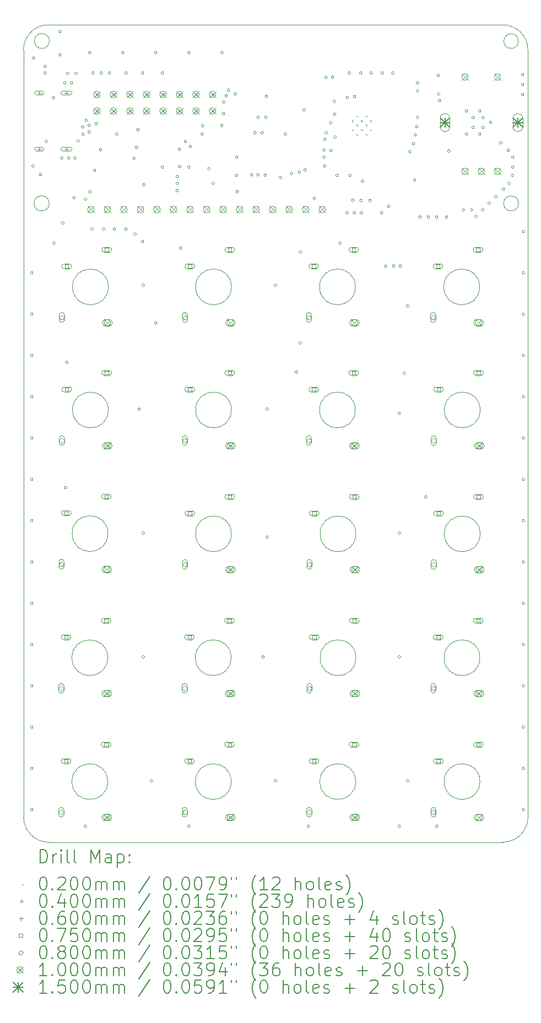
<source format=gbr>
%TF.GenerationSoftware,KiCad,Pcbnew,8.0.5-8.0.5-0~ubuntu22.04.1*%
%TF.CreationDate,2024-11-26T13:49:20+00:00*%
%TF.ProjectId,numcalcium,6e756d63-616c-4636-9975-6d2e6b696361,rev?*%
%TF.SameCoordinates,Original*%
%TF.FileFunction,Drillmap*%
%TF.FilePolarity,Positive*%
%FSLAX45Y45*%
G04 Gerber Fmt 4.5, Leading zero omitted, Abs format (unit mm)*
G04 Created by KiCad (PCBNEW 8.0.5-8.0.5-0~ubuntu22.04.1) date 2024-11-26 13:49:20*
%MOMM*%
%LPD*%
G01*
G04 APERTURE LIST*
%ADD10C,0.100000*%
%ADD11C,0.200000*%
%ADD12C,0.150000*%
G04 APERTURE END LIST*
D10*
X7557255Y646563D02*
G75*
G02*
X7327581Y646563I-114837J0D01*
G01*
X7327581Y646563D02*
G75*
G02*
X7557255Y646563I114837J0D01*
G01*
X7703252Y-8789360D02*
G75*
G02*
X7316997Y-9175613I-386262J8D01*
G01*
X-49003Y-8789360D02*
X-50975Y3007185D01*
X344062Y646909D02*
G75*
G02*
X111179Y646909I-116441J0D01*
G01*
X111179Y646909D02*
G75*
G02*
X344062Y646909I116441J0D01*
G01*
X346866Y3145348D02*
G75*
G02*
X118034Y3145348I-114416J0D01*
G01*
X118034Y3145348D02*
G75*
G02*
X346866Y3145348I114416J0D01*
G01*
X7315025Y3393440D02*
X335280Y3393440D01*
X7701280Y3007185D02*
X7703252Y-8789360D01*
X7316997Y-9175615D02*
X337252Y-9175615D01*
X-50975Y3007185D02*
G75*
G02*
X335280Y3393440I386255J0D01*
G01*
X337252Y-9175615D02*
G75*
G02*
X-49003Y-8789360I1J386256D01*
G01*
X7555016Y3142322D02*
G75*
G02*
X7330364Y3142322I-112326J0D01*
G01*
X7330364Y3142322D02*
G75*
G02*
X7555016Y3142322I112326J0D01*
G01*
X7315025Y3393440D02*
G75*
G02*
X7701272Y3007185I-4J-386252D01*
G01*
X5050025Y-2530015D02*
G75*
G02*
X4500025Y-2530015I-275000J0D01*
G01*
X4500025Y-2530015D02*
G75*
G02*
X5050025Y-2530015I275000J0D01*
G01*
X3140525Y-6339915D02*
G75*
G02*
X2590525Y-6339915I-275000J0D01*
G01*
X2590525Y-6339915D02*
G75*
G02*
X3140525Y-6339915I275000J0D01*
G01*
X1244025Y-8245015D02*
G75*
G02*
X694025Y-8245015I-275000J0D01*
G01*
X694025Y-8245015D02*
G75*
G02*
X1244025Y-8245015I275000J0D01*
G01*
X6967725Y-2530015D02*
G75*
G02*
X6417725Y-2530015I-275000J0D01*
G01*
X6417725Y-2530015D02*
G75*
G02*
X6967725Y-2530015I275000J0D01*
G01*
X3145025Y-637715D02*
G75*
G02*
X2595025Y-637715I-275000J0D01*
G01*
X2595025Y-637715D02*
G75*
G02*
X3145025Y-637715I275000J0D01*
G01*
X1252725Y-637715D02*
G75*
G02*
X702725Y-637715I-275000J0D01*
G01*
X702725Y-637715D02*
G75*
G02*
X1252725Y-637715I275000J0D01*
G01*
X3145025Y-2530015D02*
G75*
G02*
X2595025Y-2530015I-275000J0D01*
G01*
X2595025Y-2530015D02*
G75*
G02*
X3145025Y-2530015I275000J0D01*
G01*
X3145025Y-4434915D02*
G75*
G02*
X2595025Y-4434915I-275000J0D01*
G01*
X2595025Y-4434915D02*
G75*
G02*
X3145025Y-4434915I275000J0D01*
G01*
X5054025Y-8245015D02*
G75*
G02*
X4504025Y-8245015I-275000J0D01*
G01*
X4504025Y-8245015D02*
G75*
G02*
X5054025Y-8245015I275000J0D01*
G01*
X6959025Y-637715D02*
G75*
G02*
X6409025Y-637715I-275000J0D01*
G01*
X6409025Y-637715D02*
G75*
G02*
X6959025Y-637715I275000J0D01*
G01*
X3141725Y-8245015D02*
G75*
G02*
X2591725Y-8245015I-275000J0D01*
G01*
X2591725Y-8245015D02*
G75*
G02*
X3141725Y-8245015I275000J0D01*
G01*
X1246725Y-4431515D02*
G75*
G02*
X696725Y-4431515I-275000J0D01*
G01*
X696725Y-4431515D02*
G75*
G02*
X1246725Y-4431515I275000J0D01*
G01*
X6964425Y-8245015D02*
G75*
G02*
X6414425Y-8245015I-275000J0D01*
G01*
X6414425Y-8245015D02*
G75*
G02*
X6964425Y-8245015I275000J0D01*
G01*
X5058225Y-4434915D02*
G75*
G02*
X4508225Y-4434915I-275000J0D01*
G01*
X4508225Y-4434915D02*
G75*
G02*
X5058225Y-4434915I275000J0D01*
G01*
X1252725Y-2530015D02*
G75*
G02*
X702725Y-2530015I-275000J0D01*
G01*
X702725Y-2530015D02*
G75*
G02*
X1252725Y-2530015I275000J0D01*
G01*
X1244025Y-6340015D02*
G75*
G02*
X694025Y-6340015I-275000J0D01*
G01*
X694025Y-6340015D02*
G75*
G02*
X1244025Y-6340015I275000J0D01*
G01*
X5050025Y-637715D02*
G75*
G02*
X4500025Y-637715I-275000J0D01*
G01*
X4500025Y-637715D02*
G75*
G02*
X5050025Y-637715I275000J0D01*
G01*
X6963225Y-6339915D02*
G75*
G02*
X6413225Y-6339915I-275000J0D01*
G01*
X6413225Y-6339915D02*
G75*
G02*
X6963225Y-6339915I275000J0D01*
G01*
X5058225Y-6339915D02*
G75*
G02*
X4508225Y-6339915I-275000J0D01*
G01*
X4508225Y-6339915D02*
G75*
G02*
X5058225Y-6339915I275000J0D01*
G01*
X6967725Y-4435015D02*
G75*
G02*
X6417725Y-4435015I-275000J0D01*
G01*
X6417725Y-4435015D02*
G75*
G02*
X6967725Y-4435015I275000J0D01*
G01*
D11*
D10*
X4997025Y1926785D02*
X5017025Y1906785D01*
X5017025Y1926785D02*
X4997025Y1906785D01*
X4997025Y1786785D02*
X5017025Y1766785D01*
X5017025Y1786785D02*
X4997025Y1766785D01*
X5067025Y1996785D02*
X5087025Y1976785D01*
X5087025Y1996785D02*
X5067025Y1976785D01*
X5067025Y1856785D02*
X5087025Y1836785D01*
X5087025Y1856785D02*
X5067025Y1836785D01*
X5067025Y1716785D02*
X5087025Y1696785D01*
X5087025Y1716785D02*
X5067025Y1696785D01*
X5137025Y1926785D02*
X5157025Y1906785D01*
X5157025Y1926785D02*
X5137025Y1906785D01*
X5137025Y1786785D02*
X5157025Y1766785D01*
X5157025Y1786785D02*
X5137025Y1766785D01*
X5207025Y1996785D02*
X5227025Y1976785D01*
X5227025Y1996785D02*
X5207025Y1976785D01*
X5207025Y1856785D02*
X5227025Y1836785D01*
X5227025Y1856785D02*
X5207025Y1836785D01*
X5207025Y1716785D02*
X5227025Y1696785D01*
X5227025Y1716785D02*
X5207025Y1696785D01*
X5277025Y1926785D02*
X5297025Y1906785D01*
X5297025Y1926785D02*
X5277025Y1906785D01*
X5277025Y1786785D02*
X5297025Y1766785D01*
X5297025Y1786785D02*
X5277025Y1766785D01*
X96025Y-421815D02*
G75*
G02*
X56025Y-421815I-20000J0D01*
G01*
X56025Y-421815D02*
G75*
G02*
X96025Y-421815I20000J0D01*
G01*
X96025Y-1056815D02*
G75*
G02*
X56025Y-1056815I-20000J0D01*
G01*
X56025Y-1056815D02*
G75*
G02*
X96025Y-1056815I20000J0D01*
G01*
X96025Y-1691815D02*
G75*
G02*
X56025Y-1691815I-20000J0D01*
G01*
X56025Y-1691815D02*
G75*
G02*
X96025Y-1691815I20000J0D01*
G01*
X96025Y-2326815D02*
G75*
G02*
X56025Y-2326815I-20000J0D01*
G01*
X56025Y-2326815D02*
G75*
G02*
X96025Y-2326815I20000J0D01*
G01*
X96025Y-2961815D02*
G75*
G02*
X56025Y-2961815I-20000J0D01*
G01*
X56025Y-2961815D02*
G75*
G02*
X96025Y-2961815I20000J0D01*
G01*
X96025Y-3596815D02*
G75*
G02*
X56025Y-3596815I-20000J0D01*
G01*
X56025Y-3596815D02*
G75*
G02*
X96025Y-3596815I20000J0D01*
G01*
X96025Y-4231815D02*
G75*
G02*
X56025Y-4231815I-20000J0D01*
G01*
X56025Y-4231815D02*
G75*
G02*
X96025Y-4231815I20000J0D01*
G01*
X96025Y-4866815D02*
G75*
G02*
X56025Y-4866815I-20000J0D01*
G01*
X56025Y-4866815D02*
G75*
G02*
X96025Y-4866815I20000J0D01*
G01*
X96025Y-5501815D02*
G75*
G02*
X56025Y-5501815I-20000J0D01*
G01*
X56025Y-5501815D02*
G75*
G02*
X96025Y-5501815I20000J0D01*
G01*
X96025Y-6136815D02*
G75*
G02*
X56025Y-6136815I-20000J0D01*
G01*
X56025Y-6136815D02*
G75*
G02*
X96025Y-6136815I20000J0D01*
G01*
X96025Y-6771815D02*
G75*
G02*
X56025Y-6771815I-20000J0D01*
G01*
X56025Y-6771815D02*
G75*
G02*
X96025Y-6771815I20000J0D01*
G01*
X96025Y-7406815D02*
G75*
G02*
X56025Y-7406815I-20000J0D01*
G01*
X56025Y-7406815D02*
G75*
G02*
X96025Y-7406815I20000J0D01*
G01*
X96025Y-8041815D02*
G75*
G02*
X56025Y-8041815I-20000J0D01*
G01*
X56025Y-8041815D02*
G75*
G02*
X96025Y-8041815I20000J0D01*
G01*
X96025Y-8676815D02*
G75*
G02*
X56025Y-8676815I-20000J0D01*
G01*
X56025Y-8676815D02*
G75*
G02*
X96025Y-8676815I20000J0D01*
G01*
X116345Y1224105D02*
G75*
G02*
X76345Y1224105I-20000J0D01*
G01*
X76345Y1224105D02*
G75*
G02*
X116345Y1224105I20000J0D01*
G01*
X121425Y2880185D02*
G75*
G02*
X81425Y2880185I-20000J0D01*
G01*
X81425Y2880185D02*
G75*
G02*
X121425Y2880185I20000J0D01*
G01*
X231145Y1092025D02*
G75*
G02*
X191145Y1092025I-20000J0D01*
G01*
X191145Y1092025D02*
G75*
G02*
X231145Y1092025I20000J0D01*
G01*
X299225Y2753185D02*
G75*
G02*
X259225Y2753185I-20000J0D01*
G01*
X259225Y2753185D02*
G75*
G02*
X299225Y2753185I20000J0D01*
G01*
X299225Y2651585D02*
G75*
G02*
X259225Y2651585I-20000J0D01*
G01*
X259225Y2651585D02*
G75*
G02*
X299225Y2651585I20000J0D01*
G01*
X318945Y1598825D02*
G75*
G02*
X278945Y1598825I-20000J0D01*
G01*
X278945Y1598825D02*
G75*
G02*
X318945Y1598825I20000J0D01*
G01*
X426225Y2270585D02*
G75*
G02*
X386225Y2270585I-20000J0D01*
G01*
X386225Y2270585D02*
G75*
G02*
X426225Y2270585I20000J0D01*
G01*
X438925Y35385D02*
G75*
G02*
X398925Y35385I-20000J0D01*
G01*
X398925Y35385D02*
G75*
G02*
X438925Y35385I20000J0D01*
G01*
X527825Y3286585D02*
G75*
G02*
X487825Y3286585I-20000J0D01*
G01*
X487825Y3286585D02*
G75*
G02*
X527825Y3286585I20000J0D01*
G01*
X527825Y2930985D02*
G75*
G02*
X487825Y2930985I-20000J0D01*
G01*
X487825Y2930985D02*
G75*
G02*
X527825Y2930985I20000J0D01*
G01*
X558305Y1346025D02*
G75*
G02*
X518305Y1346025I-20000J0D01*
G01*
X518305Y1346025D02*
G75*
G02*
X558305Y1346025I20000J0D01*
G01*
X573545Y345265D02*
G75*
G02*
X533545Y345265I-20000J0D01*
G01*
X533545Y345265D02*
G75*
G02*
X573545Y345265I20000J0D01*
G01*
X604025Y2499185D02*
G75*
G02*
X564025Y2499185I-20000J0D01*
G01*
X564025Y2499185D02*
G75*
G02*
X604025Y2499185I20000J0D01*
G01*
X619265Y-3723815D02*
G75*
G02*
X579265Y-3723815I-20000J0D01*
G01*
X579265Y-3723815D02*
G75*
G02*
X619265Y-3723815I20000J0D01*
G01*
X634505Y-1798495D02*
G75*
G02*
X594505Y-1798495I-20000J0D01*
G01*
X594505Y-1798495D02*
G75*
G02*
X634505Y-1798495I20000J0D01*
G01*
X649745Y2646505D02*
G75*
G02*
X609745Y2646505I-20000J0D01*
G01*
X609745Y2646505D02*
G75*
G02*
X649745Y2646505I20000J0D01*
G01*
X664985Y1346025D02*
G75*
G02*
X624985Y1346025I-20000J0D01*
G01*
X624985Y1346025D02*
G75*
G02*
X664985Y1346025I20000J0D01*
G01*
X705625Y2499185D02*
G75*
G02*
X665625Y2499185I-20000J0D01*
G01*
X665625Y2499185D02*
G75*
G02*
X705625Y2499185I20000J0D01*
G01*
X743525Y736114D02*
G75*
G02*
X703525Y736114I-20000J0D01*
G01*
X703525Y736114D02*
G75*
G02*
X743525Y736114I20000J0D01*
G01*
X761505Y1346025D02*
G75*
G02*
X721505Y1346025I-20000J0D01*
G01*
X721505Y1346025D02*
G75*
G02*
X761505Y1346025I20000J0D01*
G01*
X776745Y2646505D02*
G75*
G02*
X736745Y2646505I-20000J0D01*
G01*
X736745Y2646505D02*
G75*
G02*
X776745Y2646505I20000J0D01*
G01*
X809765Y1607885D02*
G75*
G02*
X769765Y1607885I-20000J0D01*
G01*
X769765Y1607885D02*
G75*
G02*
X809765Y1607885I20000J0D01*
G01*
X878345Y1823545D02*
G75*
G02*
X838345Y1823545I-20000J0D01*
G01*
X838345Y1823545D02*
G75*
G02*
X878345Y1823545I20000J0D01*
G01*
X885965Y1706705D02*
G75*
G02*
X845965Y1706705I-20000J0D01*
G01*
X845965Y1706705D02*
G75*
G02*
X885965Y1706705I20000J0D01*
G01*
X921525Y708485D02*
G75*
G02*
X881525Y708485I-20000J0D01*
G01*
X881525Y708485D02*
G75*
G02*
X921525Y708485I20000J0D01*
G01*
X921525Y-8930815D02*
G75*
G02*
X881525Y-8930815I-20000J0D01*
G01*
X881525Y-8930815D02*
G75*
G02*
X921525Y-8930815I20000J0D01*
G01*
X931685Y1922605D02*
G75*
G02*
X891685Y1922605I-20000J0D01*
G01*
X891685Y1922605D02*
G75*
G02*
X931685Y1922605I20000J0D01*
G01*
X978535Y1845275D02*
G75*
G02*
X938535Y1845275I-20000J0D01*
G01*
X938535Y1845275D02*
G75*
G02*
X978535Y1845275I20000J0D01*
G01*
X978535Y1743675D02*
G75*
G02*
X938535Y1743675I-20000J0D01*
G01*
X938535Y1743675D02*
G75*
G02*
X978535Y1743675I20000J0D01*
G01*
X988581Y2965528D02*
G75*
G02*
X948581Y2965528I-20000J0D01*
G01*
X948581Y2965528D02*
G75*
G02*
X988581Y2965528I20000J0D01*
G01*
X990105Y825085D02*
G75*
G02*
X950105Y825085I-20000J0D01*
G01*
X950105Y825085D02*
G75*
G02*
X990105Y825085I20000J0D01*
G01*
X1023125Y251285D02*
G75*
G02*
X983125Y251285I-20000J0D01*
G01*
X983125Y251285D02*
G75*
G02*
X1023125Y251285I20000J0D01*
G01*
X1035825Y2651585D02*
G75*
G02*
X995825Y2651585I-20000J0D01*
G01*
X995825Y2651585D02*
G75*
G02*
X1035825Y2651585I20000J0D01*
G01*
X1061225Y1152985D02*
G75*
G02*
X1021225Y1152985I-20000J0D01*
G01*
X1021225Y1152985D02*
G75*
G02*
X1061225Y1152985I20000J0D01*
G01*
X1086625Y1874345D02*
G75*
G02*
X1046625Y1874345I-20000J0D01*
G01*
X1046625Y1874345D02*
G75*
G02*
X1086625Y1874345I20000J0D01*
G01*
X1152665Y1473025D02*
G75*
G02*
X1112665Y1473025I-20000J0D01*
G01*
X1112665Y1473025D02*
G75*
G02*
X1152665Y1473025I20000J0D01*
G01*
X1162825Y2651585D02*
G75*
G02*
X1122825Y2651585I-20000J0D01*
G01*
X1122825Y2651585D02*
G75*
G02*
X1162825Y2651585I20000J0D01*
G01*
X1200925Y251285D02*
G75*
G02*
X1160925Y251285I-20000J0D01*
G01*
X1160925Y251285D02*
G75*
G02*
X1200925Y251285I20000J0D01*
G01*
X1289825Y2651585D02*
G75*
G02*
X1249825Y2651585I-20000J0D01*
G01*
X1249825Y2651585D02*
G75*
G02*
X1289825Y2651585I20000J0D01*
G01*
X1366025Y251285D02*
G75*
G02*
X1326025Y251285I-20000J0D01*
G01*
X1326025Y251285D02*
G75*
G02*
X1366025Y251285I20000J0D01*
G01*
X1404125Y1711785D02*
G75*
G02*
X1364125Y1711785I-20000J0D01*
G01*
X1364125Y1711785D02*
G75*
G02*
X1404125Y1711785I20000J0D01*
G01*
X1496581Y2965528D02*
G75*
G02*
X1456581Y2965528I-20000J0D01*
G01*
X1456581Y2965528D02*
G75*
G02*
X1496581Y2965528I20000J0D01*
G01*
X1543825Y2651585D02*
G75*
G02*
X1503825Y2651585I-20000J0D01*
G01*
X1503825Y2651585D02*
G75*
G02*
X1543825Y2651585I20000J0D01*
G01*
X1543825Y251285D02*
G75*
G02*
X1503825Y251285I-20000J0D01*
G01*
X1503825Y251285D02*
G75*
G02*
X1543825Y251285I20000J0D01*
G01*
X1668844Y1339076D02*
G75*
G02*
X1628844Y1339076I-20000J0D01*
G01*
X1628844Y1339076D02*
G75*
G02*
X1668844Y1339076I20000J0D01*
G01*
X1683525Y175085D02*
G75*
G02*
X1643525Y175085I-20000J0D01*
G01*
X1643525Y175085D02*
G75*
G02*
X1683525Y175085I20000J0D01*
G01*
X1706385Y1508585D02*
G75*
G02*
X1666385Y1508585I-20000J0D01*
G01*
X1666385Y1508585D02*
G75*
G02*
X1706385Y1508585I20000J0D01*
G01*
X1729245Y1780365D02*
G75*
G02*
X1689245Y1780365I-20000J0D01*
G01*
X1689245Y1780365D02*
G75*
G02*
X1729245Y1780365I20000J0D01*
G01*
X1747025Y-2517315D02*
G75*
G02*
X1707025Y-2517315I-20000J0D01*
G01*
X1707025Y-2517315D02*
G75*
G02*
X1747025Y-2517315I20000J0D01*
G01*
X1797825Y2651585D02*
G75*
G02*
X1757825Y2651585I-20000J0D01*
G01*
X1757825Y2651585D02*
G75*
G02*
X1797825Y2651585I20000J0D01*
G01*
X1797825Y60785D02*
G75*
G02*
X1757825Y60785I-20000J0D01*
G01*
X1757825Y60785D02*
G75*
G02*
X1797825Y60785I20000J0D01*
G01*
X1810525Y-612315D02*
G75*
G02*
X1770525Y-612315I-20000J0D01*
G01*
X1770525Y-612315D02*
G75*
G02*
X1810525Y-612315I20000J0D01*
G01*
X1810525Y-4422315D02*
G75*
G02*
X1770525Y-4422315I-20000J0D01*
G01*
X1770525Y-4422315D02*
G75*
G02*
X1810525Y-4422315I20000J0D01*
G01*
X1810525Y-6327315D02*
G75*
G02*
X1770525Y-6327315I-20000J0D01*
G01*
X1770525Y-6327315D02*
G75*
G02*
X1810525Y-6327315I20000J0D01*
G01*
X1818339Y933997D02*
G75*
G02*
X1778339Y933997I-20000J0D01*
G01*
X1778339Y933997D02*
G75*
G02*
X1818339Y933997I20000J0D01*
G01*
X1937525Y-8232315D02*
G75*
G02*
X1897525Y-8232315I-20000J0D01*
G01*
X1897525Y-8232315D02*
G75*
G02*
X1937525Y-8232315I20000J0D01*
G01*
X2000625Y-1191315D02*
G75*
G02*
X1960625Y-1191315I-20000J0D01*
G01*
X1960625Y-1191315D02*
G75*
G02*
X2000625Y-1191315I20000J0D01*
G01*
X2001025Y2965528D02*
G75*
G02*
X1961025Y2965528I-20000J0D01*
G01*
X1961025Y2965528D02*
G75*
G02*
X2001025Y2965528I20000J0D01*
G01*
X2102625Y2651585D02*
G75*
G02*
X2062625Y2651585I-20000J0D01*
G01*
X2062625Y2651585D02*
G75*
G02*
X2102625Y2651585I20000J0D01*
G01*
X2102625Y1203785D02*
G75*
G02*
X2062625Y1203785I-20000J0D01*
G01*
X2062625Y1203785D02*
G75*
G02*
X2102625Y1203785I20000J0D01*
G01*
X2332825Y954865D02*
G75*
G02*
X2292825Y954865I-20000J0D01*
G01*
X2292825Y954865D02*
G75*
G02*
X2332825Y954865I20000J0D01*
G01*
X2332825Y843105D02*
G75*
G02*
X2292825Y843105I-20000J0D01*
G01*
X2292825Y843105D02*
G75*
G02*
X2332825Y843105I20000J0D01*
G01*
X2334425Y1061545D02*
G75*
G02*
X2294425Y1061545I-20000J0D01*
G01*
X2294425Y1061545D02*
G75*
G02*
X2334425Y1061545I20000J0D01*
G01*
X2366785Y1478105D02*
G75*
G02*
X2326785Y1478105I-20000J0D01*
G01*
X2326785Y1478105D02*
G75*
G02*
X2366785Y1478105I20000J0D01*
G01*
X2371865Y1213945D02*
G75*
G02*
X2331865Y1213945I-20000J0D01*
G01*
X2331865Y1213945D02*
G75*
G02*
X2371865Y1213945I20000J0D01*
G01*
X2382025Y-40815D02*
G75*
G02*
X2342025Y-40815I-20000J0D01*
G01*
X2342025Y-40815D02*
G75*
G02*
X2382025Y-40815I20000J0D01*
G01*
X2458225Y1600025D02*
G75*
G02*
X2418225Y1600025I-20000J0D01*
G01*
X2418225Y1600025D02*
G75*
G02*
X2458225Y1600025I20000J0D01*
G01*
X2509025Y1203785D02*
G75*
G02*
X2469025Y1203785I-20000J0D01*
G01*
X2469025Y1203785D02*
G75*
G02*
X2509025Y1203785I20000J0D01*
G01*
X2509025Y-8930815D02*
G75*
G02*
X2469025Y-8930815I-20000J0D01*
G01*
X2469025Y-8930815D02*
G75*
G02*
X2509025Y-8930815I20000J0D01*
G01*
X2512581Y2965528D02*
G75*
G02*
X2472581Y2965528I-20000J0D01*
G01*
X2472581Y2965528D02*
G75*
G02*
X2512581Y2965528I20000J0D01*
G01*
X2534425Y1521285D02*
G75*
G02*
X2494425Y1521285I-20000J0D01*
G01*
X2494425Y1521285D02*
G75*
G02*
X2534425Y1521285I20000J0D01*
G01*
X2712225Y1711785D02*
G75*
G02*
X2672225Y1711785I-20000J0D01*
G01*
X2672225Y1711785D02*
G75*
G02*
X2712225Y1711785I20000J0D01*
G01*
X2724925Y1838785D02*
G75*
G02*
X2684925Y1838785I-20000J0D01*
G01*
X2684925Y1838785D02*
G75*
G02*
X2724925Y1838785I20000J0D01*
G01*
X2818905Y1183465D02*
G75*
G02*
X2778905Y1183465I-20000J0D01*
G01*
X2778905Y1183465D02*
G75*
G02*
X2818905Y1183465I20000J0D01*
G01*
X2884945Y954865D02*
G75*
G02*
X2844945Y954865I-20000J0D01*
G01*
X2844945Y954865D02*
G75*
G02*
X2884945Y954865I20000J0D01*
G01*
X3017025Y1841325D02*
G75*
G02*
X2977025Y1841325I-20000J0D01*
G01*
X2977025Y1841325D02*
G75*
G02*
X3017025Y1841325I20000J0D01*
G01*
X3020581Y2965528D02*
G75*
G02*
X2980581Y2965528I-20000J0D01*
G01*
X2980581Y2965528D02*
G75*
G02*
X3020581Y2965528I20000J0D01*
G01*
X3042425Y2026745D02*
G75*
G02*
X3002425Y2026745I-20000J0D01*
G01*
X3002425Y2026745D02*
G75*
G02*
X3042425Y2026745I20000J0D01*
G01*
X3047505Y2209625D02*
G75*
G02*
X3007505Y2209625I-20000J0D01*
G01*
X3007505Y2209625D02*
G75*
G02*
X3047505Y2209625I20000J0D01*
G01*
X3083562Y2298596D02*
G75*
G02*
X3043562Y2298596I-20000J0D01*
G01*
X3043562Y2298596D02*
G75*
G02*
X3083562Y2298596I20000J0D01*
G01*
X3120559Y2387181D02*
G75*
G02*
X3080559Y2387181I-20000J0D01*
G01*
X3080559Y2387181D02*
G75*
G02*
X3120559Y2387181I20000J0D01*
G01*
X3224122Y2329545D02*
G75*
G02*
X3184122Y2329545I-20000J0D01*
G01*
X3184122Y2329545D02*
G75*
G02*
X3224122Y2329545I20000J0D01*
G01*
X3243085Y1076785D02*
G75*
G02*
X3203085Y1076785I-20000J0D01*
G01*
X3203085Y1076785D02*
G75*
G02*
X3243085Y1076785I20000J0D01*
G01*
X3245625Y1356185D02*
G75*
G02*
X3205625Y1356185I-20000J0D01*
G01*
X3205625Y1356185D02*
G75*
G02*
X3245625Y1356185I20000J0D01*
G01*
X3253245Y825965D02*
G75*
G02*
X3213245Y825965I-20000J0D01*
G01*
X3213245Y825965D02*
G75*
G02*
X3253245Y825965I20000J0D01*
G01*
X3476765Y1084325D02*
G75*
G02*
X3436765Y1084325I-20000J0D01*
G01*
X3436765Y1084325D02*
G75*
G02*
X3476765Y1084325I20000J0D01*
G01*
X3527565Y1732105D02*
G75*
G02*
X3487565Y1732105I-20000J0D01*
G01*
X3487565Y1732105D02*
G75*
G02*
X3527565Y1732105I20000J0D01*
G01*
X3573285Y1084325D02*
G75*
G02*
X3533285Y1084325I-20000J0D01*
G01*
X3533285Y1084325D02*
G75*
G02*
X3573285Y1084325I20000J0D01*
G01*
X3575825Y1970865D02*
G75*
G02*
X3535825Y1970865I-20000J0D01*
G01*
X3535825Y1970865D02*
G75*
G02*
X3575825Y1970865I20000J0D01*
G01*
X3636785Y1732105D02*
G75*
G02*
X3596785Y1732105I-20000J0D01*
G01*
X3596785Y1732105D02*
G75*
G02*
X3636785Y1732105I20000J0D01*
G01*
X3652025Y-6327315D02*
G75*
G02*
X3612025Y-6327315I-20000J0D01*
G01*
X3612025Y-6327315D02*
G75*
G02*
X3652025Y-6327315I20000J0D01*
G01*
X3685045Y1079685D02*
G75*
G02*
X3645045Y1079685I-20000J0D01*
G01*
X3645045Y1079685D02*
G75*
G02*
X3685045Y1079685I20000J0D01*
G01*
X3692665Y1970865D02*
G75*
G02*
X3652665Y1970865I-20000J0D01*
G01*
X3652665Y1970865D02*
G75*
G02*
X3692665Y1970865I20000J0D01*
G01*
X3702825Y2290905D02*
G75*
G02*
X3662825Y2290905I-20000J0D01*
G01*
X3662825Y2290905D02*
G75*
G02*
X3702825Y2290905I20000J0D01*
G01*
X3715525Y-2517315D02*
G75*
G02*
X3675525Y-2517315I-20000J0D01*
G01*
X3675525Y-2517315D02*
G75*
G02*
X3715525Y-2517315I20000J0D01*
G01*
X3715525Y-4485815D02*
G75*
G02*
X3675525Y-4485815I-20000J0D01*
G01*
X3675525Y-4485815D02*
G75*
G02*
X3715525Y-4485815I20000J0D01*
G01*
X3842525Y-612315D02*
G75*
G02*
X3802525Y-612315I-20000J0D01*
G01*
X3802525Y-612315D02*
G75*
G02*
X3842525Y-612315I20000J0D01*
G01*
X3842525Y-8232315D02*
G75*
G02*
X3802525Y-8232315I-20000J0D01*
G01*
X3802525Y-8232315D02*
G75*
G02*
X3842525Y-8232315I20000J0D01*
G01*
X3917121Y1044784D02*
G75*
G02*
X3877121Y1044784I-20000J0D01*
G01*
X3877121Y1044784D02*
G75*
G02*
X3917121Y1044784I20000J0D01*
G01*
X3994925Y1711785D02*
G75*
G02*
X3954925Y1711785I-20000J0D01*
G01*
X3954925Y1711785D02*
G75*
G02*
X3994925Y1711785I20000J0D01*
G01*
X4088905Y1107265D02*
G75*
G02*
X4048905Y1107265I-20000J0D01*
G01*
X4048905Y1107265D02*
G75*
G02*
X4088905Y1107265I20000J0D01*
G01*
X4160025Y-1945815D02*
G75*
G02*
X4120025Y-1945815I-20000J0D01*
G01*
X4120025Y-1945815D02*
G75*
G02*
X4160025Y-1945815I20000J0D01*
G01*
X4207135Y1127580D02*
G75*
G02*
X4167135Y1127580I-20000J0D01*
G01*
X4167135Y1127580D02*
G75*
G02*
X4207135Y1127580I20000J0D01*
G01*
X4223525Y-104315D02*
G75*
G02*
X4183525Y-104315I-20000J0D01*
G01*
X4183525Y-104315D02*
G75*
G02*
X4223525Y-104315I20000J0D01*
G01*
X4223525Y-1501315D02*
G75*
G02*
X4183525Y-1501315I-20000J0D01*
G01*
X4183525Y-1501315D02*
G75*
G02*
X4223525Y-1501315I20000J0D01*
G01*
X4281945Y2082625D02*
G75*
G02*
X4241945Y2082625I-20000J0D01*
G01*
X4241945Y2082625D02*
G75*
G02*
X4281945Y2082625I20000J0D01*
G01*
X4297253Y1160667D02*
G75*
G02*
X4257253Y1160667I-20000J0D01*
G01*
X4257253Y1160667D02*
G75*
G02*
X4297253Y1160667I20000J0D01*
G01*
X4350525Y-8930815D02*
G75*
G02*
X4310525Y-8930815I-20000J0D01*
G01*
X4310525Y-8930815D02*
G75*
G02*
X4350525Y-8930815I20000J0D01*
G01*
X4439425Y726265D02*
G75*
G02*
X4399425Y726265I-20000J0D01*
G01*
X4399425Y726265D02*
G75*
G02*
X4439425Y726265I20000J0D01*
G01*
X4586745Y1467945D02*
G75*
G02*
X4546745Y1467945I-20000J0D01*
G01*
X4546745Y1467945D02*
G75*
G02*
X4586745Y1467945I20000J0D01*
G01*
X4586745Y1356185D02*
G75*
G02*
X4546745Y1356185I-20000J0D01*
G01*
X4546745Y1356185D02*
G75*
G02*
X4586745Y1356185I20000J0D01*
G01*
X4599225Y1221785D02*
G75*
G02*
X4559225Y1221785I-20000J0D01*
G01*
X4559225Y1221785D02*
G75*
G02*
X4599225Y1221785I20000J0D01*
G01*
X4601985Y1630505D02*
G75*
G02*
X4561985Y1630505I-20000J0D01*
G01*
X4561985Y1630505D02*
G75*
G02*
X4601985Y1630505I20000J0D01*
G01*
X4617225Y2585545D02*
G75*
G02*
X4577225Y2585545I-20000J0D01*
G01*
X4577225Y2585545D02*
G75*
G02*
X4617225Y2585545I20000J0D01*
G01*
X4619942Y1734821D02*
G75*
G02*
X4579942Y1734821I-20000J0D01*
G01*
X4579942Y1734821D02*
G75*
G02*
X4619942Y1734821I20000J0D01*
G01*
X4690446Y1885771D02*
G75*
G02*
X4650446Y1885771I-20000J0D01*
G01*
X4650446Y1885771D02*
G75*
G02*
X4690446Y1885771I20000J0D01*
G01*
X4693602Y1457961D02*
G75*
G02*
X4653602Y1457961I-20000J0D01*
G01*
X4653602Y1457961D02*
G75*
G02*
X4693602Y1457961I20000J0D01*
G01*
X4718825Y2588085D02*
G75*
G02*
X4678825Y2588085I-20000J0D01*
G01*
X4678825Y2588085D02*
G75*
G02*
X4718825Y2588085I20000J0D01*
G01*
X4746616Y2217096D02*
G75*
G02*
X4706616Y2217096I-20000J0D01*
G01*
X4706616Y2217096D02*
G75*
G02*
X4746616Y2217096I20000J0D01*
G01*
X4751343Y2018622D02*
G75*
G02*
X4711343Y2018622I-20000J0D01*
G01*
X4711343Y2018622D02*
G75*
G02*
X4751343Y2018622I20000J0D01*
G01*
X4756942Y1666065D02*
G75*
G02*
X4716942Y1666065I-20000J0D01*
G01*
X4716942Y1666065D02*
G75*
G02*
X4756942Y1666065I20000J0D01*
G01*
X4787485Y1076785D02*
G75*
G02*
X4747485Y1076785I-20000J0D01*
G01*
X4747485Y1076785D02*
G75*
G02*
X4787485Y1076785I20000J0D01*
G01*
X4830585Y35385D02*
G75*
G02*
X4790585Y35385I-20000J0D01*
G01*
X4790585Y35385D02*
G75*
G02*
X4830585Y35385I20000J0D01*
G01*
X4942345Y502745D02*
G75*
G02*
X4902345Y502745I-20000J0D01*
G01*
X4902345Y502745D02*
G75*
G02*
X4942345Y502745I20000J0D01*
G01*
X4947425Y2275665D02*
G75*
G02*
X4907425Y2275665I-20000J0D01*
G01*
X4907425Y2275665D02*
G75*
G02*
X4947425Y2275665I20000J0D01*
G01*
X4972825Y2651585D02*
G75*
G02*
X4932825Y2651585I-20000J0D01*
G01*
X4932825Y2651585D02*
G75*
G02*
X4972825Y2651585I20000J0D01*
G01*
X4988065Y1076785D02*
G75*
G02*
X4948065Y1076785I-20000J0D01*
G01*
X4948065Y1076785D02*
G75*
G02*
X4988065Y1076785I20000J0D01*
G01*
X5028705Y695785D02*
G75*
G02*
X4988705Y695785I-20000J0D01*
G01*
X4988705Y695785D02*
G75*
G02*
X5028705Y695785I20000J0D01*
G01*
X5054105Y502745D02*
G75*
G02*
X5014105Y502745I-20000J0D01*
G01*
X5014105Y502745D02*
G75*
G02*
X5054105Y502745I20000J0D01*
G01*
X5056794Y2288285D02*
G75*
G02*
X5016794Y2288285I-20000J0D01*
G01*
X5016794Y2288285D02*
G75*
G02*
X5056794Y2288285I20000J0D01*
G01*
X5150625Y2651585D02*
G75*
G02*
X5110625Y2651585I-20000J0D01*
G01*
X5110625Y2651585D02*
G75*
G02*
X5150625Y2651585I20000J0D01*
G01*
X5155705Y690705D02*
G75*
G02*
X5115705Y690705I-20000J0D01*
G01*
X5115705Y690705D02*
G75*
G02*
X5155705Y690705I20000J0D01*
G01*
X5160785Y502745D02*
G75*
G02*
X5120785Y502745I-20000J0D01*
G01*
X5120785Y502745D02*
G75*
G02*
X5160785Y502745I20000J0D01*
G01*
X5181105Y990425D02*
G75*
G02*
X5141105Y990425I-20000J0D01*
G01*
X5141105Y990425D02*
G75*
G02*
X5181105Y990425I20000J0D01*
G01*
X5292865Y690705D02*
G75*
G02*
X5252865Y690705I-20000J0D01*
G01*
X5252865Y690705D02*
G75*
G02*
X5292865Y690705I20000J0D01*
G01*
X5315725Y2651585D02*
G75*
G02*
X5275725Y2651585I-20000J0D01*
G01*
X5275725Y2651585D02*
G75*
G02*
X5315725Y2651585I20000J0D01*
G01*
X5473325Y500325D02*
G75*
G02*
X5433325Y500325I-20000J0D01*
G01*
X5433325Y500325D02*
G75*
G02*
X5473325Y500325I20000J0D01*
G01*
X5480825Y2651585D02*
G75*
G02*
X5440825Y2651585I-20000J0D01*
G01*
X5440825Y2651585D02*
G75*
G02*
X5480825Y2651585I20000J0D01*
G01*
X5533673Y-318142D02*
G75*
G02*
X5493673Y-318142I-20000J0D01*
G01*
X5493673Y-318142D02*
G75*
G02*
X5533673Y-318142I20000J0D01*
G01*
X5580434Y601256D02*
G75*
G02*
X5540434Y601256I-20000J0D01*
G01*
X5540434Y601256D02*
G75*
G02*
X5580434Y601256I20000J0D01*
G01*
X5645925Y2651585D02*
G75*
G02*
X5605925Y2651585I-20000J0D01*
G01*
X5605925Y2651585D02*
G75*
G02*
X5645925Y2651585I20000J0D01*
G01*
X5658625Y-316315D02*
G75*
G02*
X5618625Y-316315I-20000J0D01*
G01*
X5618625Y-316315D02*
G75*
G02*
X5658625Y-316315I20000J0D01*
G01*
X5747525Y-2580815D02*
G75*
G02*
X5707525Y-2580815I-20000J0D01*
G01*
X5707525Y-2580815D02*
G75*
G02*
X5747525Y-2580815I20000J0D01*
G01*
X5747525Y-4422315D02*
G75*
G02*
X5707525Y-4422315I-20000J0D01*
G01*
X5707525Y-4422315D02*
G75*
G02*
X5747525Y-4422315I20000J0D01*
G01*
X5747525Y-6327315D02*
G75*
G02*
X5707525Y-6327315I-20000J0D01*
G01*
X5707525Y-6327315D02*
G75*
G02*
X5747525Y-6327315I20000J0D01*
G01*
X5747525Y-8930815D02*
G75*
G02*
X5707525Y-8930815I-20000J0D01*
G01*
X5707525Y-8930815D02*
G75*
G02*
X5747525Y-8930815I20000J0D01*
G01*
X5760225Y-316315D02*
G75*
G02*
X5720225Y-316315I-20000J0D01*
G01*
X5720225Y-316315D02*
G75*
G02*
X5760225Y-316315I20000J0D01*
G01*
X5821185Y-1966135D02*
G75*
G02*
X5781185Y-1966135I-20000J0D01*
G01*
X5781185Y-1966135D02*
G75*
G02*
X5821185Y-1966135I20000J0D01*
G01*
X5874525Y-929815D02*
G75*
G02*
X5834525Y-929815I-20000J0D01*
G01*
X5834525Y-929815D02*
G75*
G02*
X5874525Y-929815I20000J0D01*
G01*
X5874525Y-8232315D02*
G75*
G02*
X5834525Y-8232315I-20000J0D01*
G01*
X5834525Y-8232315D02*
G75*
G02*
X5874525Y-8232315I20000J0D01*
G01*
X5907545Y1442545D02*
G75*
G02*
X5867545Y1442545I-20000J0D01*
G01*
X5867545Y1442545D02*
G75*
G02*
X5907545Y1442545I20000J0D01*
G01*
X5963425Y1564465D02*
G75*
G02*
X5923425Y1564465I-20000J0D01*
G01*
X5923425Y1564465D02*
G75*
G02*
X5963425Y1564465I20000J0D01*
G01*
X5978665Y1005665D02*
G75*
G02*
X5938665Y1005665I-20000J0D01*
G01*
X5938665Y1005665D02*
G75*
G02*
X5978665Y1005665I20000J0D01*
G01*
X5993905Y1701625D02*
G75*
G02*
X5953905Y1701625I-20000J0D01*
G01*
X5953905Y1701625D02*
G75*
G02*
X5993905Y1701625I20000J0D01*
G01*
X6014225Y1828625D02*
G75*
G02*
X5974225Y1828625I-20000J0D01*
G01*
X5974225Y1828625D02*
G75*
G02*
X6014225Y1828625I20000J0D01*
G01*
X6024385Y2499185D02*
G75*
G02*
X5984385Y2499185I-20000J0D01*
G01*
X5984385Y2499185D02*
G75*
G02*
X6024385Y2499185I20000J0D01*
G01*
X6024385Y2377265D02*
G75*
G02*
X5984385Y2377265I-20000J0D01*
G01*
X5984385Y2377265D02*
G75*
G02*
X6024385Y2377265I20000J0D01*
G01*
X6024385Y1970865D02*
G75*
G02*
X5984385Y1970865I-20000J0D01*
G01*
X5984385Y1970865D02*
G75*
G02*
X6024385Y1970865I20000J0D01*
G01*
X6065025Y436705D02*
G75*
G02*
X6025025Y436705I-20000J0D01*
G01*
X6025025Y436705D02*
G75*
G02*
X6065025Y436705I20000J0D01*
G01*
X6151385Y-3866055D02*
G75*
G02*
X6111385Y-3866055I-20000J0D01*
G01*
X6111385Y-3866055D02*
G75*
G02*
X6151385Y-3866055I20000J0D01*
G01*
X6192025Y436705D02*
G75*
G02*
X6152025Y436705I-20000J0D01*
G01*
X6152025Y436705D02*
G75*
G02*
X6192025Y436705I20000J0D01*
G01*
X6319025Y436705D02*
G75*
G02*
X6279025Y436705I-20000J0D01*
G01*
X6279025Y436705D02*
G75*
G02*
X6319025Y436705I20000J0D01*
G01*
X6319025Y-8930815D02*
G75*
G02*
X6279025Y-8930815I-20000J0D01*
G01*
X6279025Y-8930815D02*
G75*
G02*
X6319025Y-8930815I20000J0D01*
G01*
X6344425Y2616025D02*
G75*
G02*
X6304425Y2616025I-20000J0D01*
G01*
X6304425Y2616025D02*
G75*
G02*
X6344425Y2616025I20000J0D01*
G01*
X6349505Y2326465D02*
G75*
G02*
X6309505Y2326465I-20000J0D01*
G01*
X6309505Y2326465D02*
G75*
G02*
X6349505Y2326465I20000J0D01*
G01*
X6362205Y2227405D02*
G75*
G02*
X6322205Y2227405I-20000J0D01*
G01*
X6322205Y2227405D02*
G75*
G02*
X6362205Y2227405I20000J0D01*
G01*
X6471425Y436705D02*
G75*
G02*
X6431425Y436705I-20000J0D01*
G01*
X6431425Y436705D02*
G75*
G02*
X6471425Y436705I20000J0D01*
G01*
X6506985Y1452705D02*
G75*
G02*
X6466985Y1452705I-20000J0D01*
G01*
X6466985Y1452705D02*
G75*
G02*
X6506985Y1452705I20000J0D01*
G01*
X6730505Y548465D02*
G75*
G02*
X6690505Y548465I-20000J0D01*
G01*
X6690505Y548465D02*
G75*
G02*
X6730505Y548465I20000J0D01*
G01*
X6776225Y2067385D02*
G75*
G02*
X6736225Y2067385I-20000J0D01*
G01*
X6736225Y2067385D02*
G75*
G02*
X6776225Y2067385I20000J0D01*
G01*
X6776225Y1711785D02*
G75*
G02*
X6736225Y1711785I-20000J0D01*
G01*
X6736225Y1711785D02*
G75*
G02*
X6776225Y1711785I20000J0D01*
G01*
X6857505Y548465D02*
G75*
G02*
X6817505Y548465I-20000J0D01*
G01*
X6817505Y548465D02*
G75*
G02*
X6857505Y548465I20000J0D01*
G01*
X6877825Y1965785D02*
G75*
G02*
X6837825Y1965785I-20000J0D01*
G01*
X6837825Y1965785D02*
G75*
G02*
X6877825Y1965785I20000J0D01*
G01*
X6877825Y1813385D02*
G75*
G02*
X6837825Y1813385I-20000J0D01*
G01*
X6837825Y1813385D02*
G75*
G02*
X6877825Y1813385I20000J0D01*
G01*
X6924098Y446311D02*
G75*
G02*
X6884098Y446311I-20000J0D01*
G01*
X6884098Y446311D02*
G75*
G02*
X6924098Y446311I20000J0D01*
G01*
X6979425Y2067385D02*
G75*
G02*
X6939425Y2067385I-20000J0D01*
G01*
X6939425Y2067385D02*
G75*
G02*
X6979425Y2067385I20000J0D01*
G01*
X6979425Y1711785D02*
G75*
G02*
X6939425Y1711785I-20000J0D01*
G01*
X6939425Y1711785D02*
G75*
G02*
X6979425Y1711785I20000J0D01*
G01*
X7025698Y547912D02*
G75*
G02*
X6985698Y547912I-20000J0D01*
G01*
X6985698Y547912D02*
G75*
G02*
X7025698Y547912I20000J0D01*
G01*
X7030225Y1965785D02*
G75*
G02*
X6990225Y1965785I-20000J0D01*
G01*
X6990225Y1965785D02*
G75*
G02*
X7030225Y1965785I20000J0D01*
G01*
X7030225Y1813385D02*
G75*
G02*
X6990225Y1813385I-20000J0D01*
G01*
X6990225Y1813385D02*
G75*
G02*
X7030225Y1813385I20000J0D01*
G01*
X7127298Y649512D02*
G75*
G02*
X7087298Y649512I-20000J0D01*
G01*
X7087298Y649512D02*
G75*
G02*
X7127298Y649512I20000J0D01*
G01*
X7147065Y1892125D02*
G75*
G02*
X7107065Y1892125I-20000J0D01*
G01*
X7107065Y1892125D02*
G75*
G02*
X7147065Y1892125I20000J0D01*
G01*
X7147065Y1892125D02*
G75*
G02*
X7107065Y1892125I-20000J0D01*
G01*
X7107065Y1892125D02*
G75*
G02*
X7147065Y1892125I20000J0D01*
G01*
X7147065Y1892125D02*
G75*
G02*
X7107065Y1892125I-20000J0D01*
G01*
X7107065Y1892125D02*
G75*
G02*
X7147065Y1892125I20000J0D01*
G01*
X7147065Y1892125D02*
G75*
G02*
X7107065Y1892125I-20000J0D01*
G01*
X7107065Y1892125D02*
G75*
G02*
X7147065Y1892125I20000J0D01*
G01*
X7147065Y1892125D02*
G75*
G02*
X7107065Y1892125I-20000J0D01*
G01*
X7107065Y1892125D02*
G75*
G02*
X7147065Y1892125I20000J0D01*
G01*
X7147065Y1892125D02*
G75*
G02*
X7107065Y1892125I-20000J0D01*
G01*
X7107065Y1892125D02*
G75*
G02*
X7147065Y1892125I20000J0D01*
G01*
X7147065Y1892125D02*
G75*
G02*
X7107065Y1892125I-20000J0D01*
G01*
X7107065Y1892125D02*
G75*
G02*
X7147065Y1892125I20000J0D01*
G01*
X7147065Y1892125D02*
G75*
G02*
X7107065Y1892125I-20000J0D01*
G01*
X7107065Y1892125D02*
G75*
G02*
X7147065Y1892125I20000J0D01*
G01*
X7147065Y1892125D02*
G75*
G02*
X7107065Y1892125I-20000J0D01*
G01*
X7107065Y1892125D02*
G75*
G02*
X7147065Y1892125I20000J0D01*
G01*
X7147065Y1892125D02*
G75*
G02*
X7107065Y1892125I-20000J0D01*
G01*
X7107065Y1892125D02*
G75*
G02*
X7147065Y1892125I20000J0D01*
G01*
X7147065Y1892125D02*
G75*
G02*
X7107065Y1892125I-20000J0D01*
G01*
X7107065Y1892125D02*
G75*
G02*
X7147065Y1892125I20000J0D01*
G01*
X7147065Y1892125D02*
G75*
G02*
X7107065Y1892125I-20000J0D01*
G01*
X7107065Y1892125D02*
G75*
G02*
X7147065Y1892125I20000J0D01*
G01*
X7147065Y1892125D02*
G75*
G02*
X7107065Y1892125I-20000J0D01*
G01*
X7107065Y1892125D02*
G75*
G02*
X7147065Y1892125I20000J0D01*
G01*
X7147065Y1892125D02*
G75*
G02*
X7107065Y1892125I-20000J0D01*
G01*
X7107065Y1892125D02*
G75*
G02*
X7147065Y1892125I20000J0D01*
G01*
X7147065Y1892125D02*
G75*
G02*
X7107065Y1892125I-20000J0D01*
G01*
X7107065Y1892125D02*
G75*
G02*
X7147065Y1892125I20000J0D01*
G01*
X7147065Y1892125D02*
G75*
G02*
X7107065Y1892125I-20000J0D01*
G01*
X7107065Y1892125D02*
G75*
G02*
X7147065Y1892125I20000J0D01*
G01*
X7147065Y1892125D02*
G75*
G02*
X7107065Y1892125I-20000J0D01*
G01*
X7107065Y1892125D02*
G75*
G02*
X7147065Y1892125I20000J0D01*
G01*
X7147065Y1892125D02*
G75*
G02*
X7107065Y1892125I-20000J0D01*
G01*
X7107065Y1892125D02*
G75*
G02*
X7147065Y1892125I20000J0D01*
G01*
X7228898Y751111D02*
G75*
G02*
X7188898Y751111I-20000J0D01*
G01*
X7188898Y751111D02*
G75*
G02*
X7228898Y751111I20000J0D01*
G01*
X7304545Y1579705D02*
G75*
G02*
X7264545Y1579705I-20000J0D01*
G01*
X7264545Y1579705D02*
G75*
G02*
X7304545Y1579705I20000J0D01*
G01*
X7343198Y865411D02*
G75*
G02*
X7303198Y865411I-20000J0D01*
G01*
X7303198Y865411D02*
G75*
G02*
X7343198Y865411I20000J0D01*
G01*
X7418845Y1465405D02*
G75*
G02*
X7378845Y1465405I-20000J0D01*
G01*
X7378845Y1465405D02*
G75*
G02*
X7418845Y1465405I20000J0D01*
G01*
X7432098Y954311D02*
G75*
G02*
X7392098Y954311I-20000J0D01*
G01*
X7392098Y954311D02*
G75*
G02*
X7432098Y954311I20000J0D01*
G01*
X7482345Y1076785D02*
G75*
G02*
X7442345Y1076785I-20000J0D01*
G01*
X7442345Y1076785D02*
G75*
G02*
X7482345Y1076785I20000J0D01*
G01*
X7487425Y1356185D02*
G75*
G02*
X7447425Y1356185I-20000J0D01*
G01*
X7447425Y1356185D02*
G75*
G02*
X7487425Y1356185I20000J0D01*
G01*
X7487425Y1203785D02*
G75*
G02*
X7447425Y1203785I-20000J0D01*
G01*
X7447425Y1203785D02*
G75*
G02*
X7487425Y1203785I20000J0D01*
G01*
X7639825Y2626185D02*
G75*
G02*
X7599825Y2626185I-20000J0D01*
G01*
X7599825Y2626185D02*
G75*
G02*
X7639825Y2626185I20000J0D01*
G01*
X7639825Y2473785D02*
G75*
G02*
X7599825Y2473785I-20000J0D01*
G01*
X7599825Y2473785D02*
G75*
G02*
X7639825Y2473785I20000J0D01*
G01*
X7639825Y2321385D02*
G75*
G02*
X7599825Y2321385I-20000J0D01*
G01*
X7599825Y2321385D02*
G75*
G02*
X7639825Y2321385I20000J0D01*
G01*
X7652525Y213185D02*
G75*
G02*
X7612525Y213185I-20000J0D01*
G01*
X7612525Y213185D02*
G75*
G02*
X7652525Y213185I20000J0D01*
G01*
X7652525Y-421815D02*
G75*
G02*
X7612525Y-421815I-20000J0D01*
G01*
X7612525Y-421815D02*
G75*
G02*
X7652525Y-421815I20000J0D01*
G01*
X7652525Y-1056815D02*
G75*
G02*
X7612525Y-1056815I-20000J0D01*
G01*
X7612525Y-1056815D02*
G75*
G02*
X7652525Y-1056815I20000J0D01*
G01*
X7652525Y-1691815D02*
G75*
G02*
X7612525Y-1691815I-20000J0D01*
G01*
X7612525Y-1691815D02*
G75*
G02*
X7652525Y-1691815I20000J0D01*
G01*
X7652525Y-2326815D02*
G75*
G02*
X7612525Y-2326815I-20000J0D01*
G01*
X7612525Y-2326815D02*
G75*
G02*
X7652525Y-2326815I20000J0D01*
G01*
X7652525Y-2961815D02*
G75*
G02*
X7612525Y-2961815I-20000J0D01*
G01*
X7612525Y-2961815D02*
G75*
G02*
X7652525Y-2961815I20000J0D01*
G01*
X7652525Y-3596815D02*
G75*
G02*
X7612525Y-3596815I-20000J0D01*
G01*
X7612525Y-3596815D02*
G75*
G02*
X7652525Y-3596815I20000J0D01*
G01*
X7652525Y-4231815D02*
G75*
G02*
X7612525Y-4231815I-20000J0D01*
G01*
X7612525Y-4231815D02*
G75*
G02*
X7652525Y-4231815I20000J0D01*
G01*
X7652525Y-4866815D02*
G75*
G02*
X7612525Y-4866815I-20000J0D01*
G01*
X7612525Y-4866815D02*
G75*
G02*
X7652525Y-4866815I20000J0D01*
G01*
X7652525Y-5501815D02*
G75*
G02*
X7612525Y-5501815I-20000J0D01*
G01*
X7612525Y-5501815D02*
G75*
G02*
X7652525Y-5501815I20000J0D01*
G01*
X7652525Y-6136815D02*
G75*
G02*
X7612525Y-6136815I-20000J0D01*
G01*
X7612525Y-6136815D02*
G75*
G02*
X7652525Y-6136815I20000J0D01*
G01*
X7652525Y-6771815D02*
G75*
G02*
X7612525Y-6771815I-20000J0D01*
G01*
X7612525Y-6771815D02*
G75*
G02*
X7652525Y-6771815I20000J0D01*
G01*
X7652525Y-7406815D02*
G75*
G02*
X7612525Y-7406815I-20000J0D01*
G01*
X7612525Y-7406815D02*
G75*
G02*
X7652525Y-7406815I20000J0D01*
G01*
X7652525Y-8041815D02*
G75*
G02*
X7612525Y-8041815I-20000J0D01*
G01*
X7612525Y-8041815D02*
G75*
G02*
X7652525Y-8041815I20000J0D01*
G01*
X7652525Y-8676815D02*
G75*
G02*
X7612525Y-8676815I-20000J0D01*
G01*
X7612525Y-8676815D02*
G75*
G02*
X7652525Y-8676815I20000J0D01*
G01*
X191425Y2376785D02*
X191425Y2316785D01*
X161425Y2346785D02*
X221425Y2346785D01*
X231425Y2376785D02*
X151425Y2376785D01*
X151425Y2316785D02*
G75*
G02*
X151425Y2376785I0J30000D01*
G01*
X151425Y2316785D02*
X231425Y2316785D01*
X231425Y2316785D02*
G75*
G03*
X231425Y2376785I0J30000D01*
G01*
X191425Y1512785D02*
X191425Y1452785D01*
X161425Y1482785D02*
X221425Y1482785D01*
X231425Y1512785D02*
X151425Y1512785D01*
X151425Y1452785D02*
G75*
G02*
X151425Y1512785I0J30000D01*
G01*
X151425Y1452785D02*
X231425Y1452785D01*
X231425Y1452785D02*
G75*
G03*
X231425Y1512785I0J30000D01*
G01*
X609425Y2376785D02*
X609425Y2316785D01*
X579425Y2346785D02*
X639425Y2346785D01*
X664425Y2376785D02*
X554425Y2376785D01*
X554425Y2316785D02*
G75*
G02*
X554425Y2376785I0J30000D01*
G01*
X554425Y2316785D02*
X664425Y2316785D01*
X664425Y2316785D02*
G75*
G03*
X664425Y2376785I0J30000D01*
G01*
X609425Y1512785D02*
X609425Y1452785D01*
X579425Y1482785D02*
X639425Y1482785D01*
X664425Y1512785D02*
X554425Y1512785D01*
X554425Y1452785D02*
G75*
G02*
X554425Y1512785I0J30000D01*
G01*
X554425Y1452785D02*
X664425Y1452785D01*
X664425Y1452785D02*
G75*
G03*
X664425Y1512785I0J30000D01*
G01*
X630541Y-6049032D02*
X630541Y-5995999D01*
X577508Y-5995999D01*
X577508Y-6049032D01*
X630541Y-6049032D01*
X566525Y-6060015D02*
X641525Y-6060015D01*
X641525Y-5985015D02*
G75*
G02*
X641525Y-6060015I0J-37500D01*
G01*
X641525Y-5985015D02*
X566525Y-5985015D01*
X566525Y-5985015D02*
G75*
G03*
X566525Y-6060015I0J-37500D01*
G01*
X630541Y-7954032D02*
X630541Y-7900999D01*
X577508Y-7900999D01*
X577508Y-7954032D01*
X630541Y-7954032D01*
X566525Y-7965015D02*
X641525Y-7965015D01*
X641525Y-7890015D02*
G75*
G02*
X641525Y-7965015I0J-37500D01*
G01*
X641525Y-7890015D02*
X566525Y-7890015D01*
X566525Y-7890015D02*
G75*
G03*
X566525Y-7965015I0J-37500D01*
G01*
X633241Y-4140532D02*
X633241Y-4087499D01*
X580208Y-4087499D01*
X580208Y-4140532D01*
X633241Y-4140532D01*
X569225Y-4151515D02*
X644225Y-4151515D01*
X644225Y-4076515D02*
G75*
G02*
X644225Y-4151515I0J-37500D01*
G01*
X644225Y-4076515D02*
X569225Y-4076515D01*
X569225Y-4076515D02*
G75*
G03*
X569225Y-4151515I0J-37500D01*
G01*
X639241Y-346732D02*
X639241Y-293699D01*
X586208Y-293699D01*
X586208Y-346732D01*
X639241Y-346732D01*
X575225Y-357715D02*
X650225Y-357715D01*
X650225Y-282715D02*
G75*
G02*
X650225Y-357715I0J-37500D01*
G01*
X650225Y-282715D02*
X575225Y-282715D01*
X575225Y-282715D02*
G75*
G03*
X575225Y-357715I0J-37500D01*
G01*
X639241Y-2239032D02*
X639241Y-2185999D01*
X586208Y-2185999D01*
X586208Y-2239032D01*
X639241Y-2239032D01*
X575225Y-2250015D02*
X650225Y-2250015D01*
X650225Y-2175015D02*
G75*
G02*
X650225Y-2250015I0J-37500D01*
G01*
X650225Y-2175015D02*
X575225Y-2175015D01*
X575225Y-2175015D02*
G75*
G03*
X575225Y-2250015I0J-37500D01*
G01*
X1245541Y-5795032D02*
X1245541Y-5741999D01*
X1192508Y-5741999D01*
X1192508Y-5795032D01*
X1245541Y-5795032D01*
X1181525Y-5806015D02*
X1256525Y-5806015D01*
X1256525Y-5731015D02*
G75*
G02*
X1256525Y-5806015I0J-37500D01*
G01*
X1256525Y-5731015D02*
X1181525Y-5731015D01*
X1181525Y-5731015D02*
G75*
G03*
X1181525Y-5806015I0J-37500D01*
G01*
X1245541Y-7700032D02*
X1245541Y-7646999D01*
X1192508Y-7646999D01*
X1192508Y-7700032D01*
X1245541Y-7700032D01*
X1181525Y-7711015D02*
X1256525Y-7711015D01*
X1256525Y-7636015D02*
G75*
G02*
X1256525Y-7711015I0J-37500D01*
G01*
X1256525Y-7636015D02*
X1181525Y-7636015D01*
X1181525Y-7636015D02*
G75*
G03*
X1181525Y-7711015I0J-37500D01*
G01*
X1248241Y-3886532D02*
X1248241Y-3833499D01*
X1195208Y-3833499D01*
X1195208Y-3886532D01*
X1248241Y-3886532D01*
X1184225Y-3897515D02*
X1259225Y-3897515D01*
X1259225Y-3822515D02*
G75*
G02*
X1259225Y-3897515I0J-37500D01*
G01*
X1259225Y-3822515D02*
X1184225Y-3822515D01*
X1184225Y-3822515D02*
G75*
G03*
X1184225Y-3897515I0J-37500D01*
G01*
X1254241Y-92732D02*
X1254241Y-39699D01*
X1201208Y-39699D01*
X1201208Y-92732D01*
X1254241Y-92732D01*
X1190225Y-103715D02*
X1265225Y-103715D01*
X1265225Y-28715D02*
G75*
G02*
X1265225Y-103715I0J-37500D01*
G01*
X1265225Y-28715D02*
X1190225Y-28715D01*
X1190225Y-28715D02*
G75*
G03*
X1190225Y-103715I0J-37500D01*
G01*
X1254241Y-1985032D02*
X1254241Y-1931999D01*
X1201208Y-1931999D01*
X1201208Y-1985032D01*
X1254241Y-1985032D01*
X1190225Y-1996015D02*
X1265225Y-1996015D01*
X1265225Y-1921015D02*
G75*
G02*
X1265225Y-1996015I0J-37500D01*
G01*
X1265225Y-1921015D02*
X1190225Y-1921015D01*
X1190225Y-1921015D02*
G75*
G03*
X1190225Y-1996015I0J-37500D01*
G01*
X2527041Y-6048932D02*
X2527041Y-5995899D01*
X2474008Y-5995899D01*
X2474008Y-6048932D01*
X2527041Y-6048932D01*
X2463025Y-6059915D02*
X2538025Y-6059915D01*
X2538025Y-5984915D02*
G75*
G02*
X2538025Y-6059915I0J-37500D01*
G01*
X2538025Y-5984915D02*
X2463025Y-5984915D01*
X2463025Y-5984915D02*
G75*
G03*
X2463025Y-6059915I0J-37500D01*
G01*
X2528241Y-7954032D02*
X2528241Y-7900999D01*
X2475208Y-7900999D01*
X2475208Y-7954032D01*
X2528241Y-7954032D01*
X2464225Y-7965015D02*
X2539225Y-7965015D01*
X2539225Y-7890015D02*
G75*
G02*
X2539225Y-7965015I0J-37500D01*
G01*
X2539225Y-7890015D02*
X2464225Y-7890015D01*
X2464225Y-7890015D02*
G75*
G03*
X2464225Y-7965015I0J-37500D01*
G01*
X2531541Y-346732D02*
X2531541Y-293699D01*
X2478508Y-293699D01*
X2478508Y-346732D01*
X2531541Y-346732D01*
X2467525Y-357715D02*
X2542525Y-357715D01*
X2542525Y-282715D02*
G75*
G02*
X2542525Y-357715I0J-37500D01*
G01*
X2542525Y-282715D02*
X2467525Y-282715D01*
X2467525Y-282715D02*
G75*
G03*
X2467525Y-357715I0J-37500D01*
G01*
X2531541Y-2239032D02*
X2531541Y-2185999D01*
X2478508Y-2185999D01*
X2478508Y-2239032D01*
X2531541Y-2239032D01*
X2467525Y-2250015D02*
X2542525Y-2250015D01*
X2542525Y-2175015D02*
G75*
G02*
X2542525Y-2250015I0J-37500D01*
G01*
X2542525Y-2175015D02*
X2467525Y-2175015D01*
X2467525Y-2175015D02*
G75*
G03*
X2467525Y-2250015I0J-37500D01*
G01*
X2531541Y-4143932D02*
X2531541Y-4090899D01*
X2478508Y-4090899D01*
X2478508Y-4143932D01*
X2531541Y-4143932D01*
X2467525Y-4154915D02*
X2542525Y-4154915D01*
X2542525Y-4079915D02*
G75*
G02*
X2542525Y-4154915I0J-37500D01*
G01*
X2542525Y-4079915D02*
X2467525Y-4079915D01*
X2467525Y-4079915D02*
G75*
G03*
X2467525Y-4154915I0J-37500D01*
G01*
X3142041Y-5794932D02*
X3142041Y-5741899D01*
X3089008Y-5741899D01*
X3089008Y-5794932D01*
X3142041Y-5794932D01*
X3078025Y-5805915D02*
X3153025Y-5805915D01*
X3153025Y-5730915D02*
G75*
G02*
X3153025Y-5805915I0J-37500D01*
G01*
X3153025Y-5730915D02*
X3078025Y-5730915D01*
X3078025Y-5730915D02*
G75*
G03*
X3078025Y-5805915I0J-37500D01*
G01*
X3143241Y-7700032D02*
X3143241Y-7646999D01*
X3090208Y-7646999D01*
X3090208Y-7700032D01*
X3143241Y-7700032D01*
X3079225Y-7711015D02*
X3154225Y-7711015D01*
X3154225Y-7636015D02*
G75*
G02*
X3154225Y-7711015I0J-37500D01*
G01*
X3154225Y-7636015D02*
X3079225Y-7636015D01*
X3079225Y-7636015D02*
G75*
G03*
X3079225Y-7711015I0J-37500D01*
G01*
X3146541Y-92732D02*
X3146541Y-39699D01*
X3093508Y-39699D01*
X3093508Y-92732D01*
X3146541Y-92732D01*
X3082525Y-103715D02*
X3157525Y-103715D01*
X3157525Y-28715D02*
G75*
G02*
X3157525Y-103715I0J-37500D01*
G01*
X3157525Y-28715D02*
X3082525Y-28715D01*
X3082525Y-28715D02*
G75*
G03*
X3082525Y-103715I0J-37500D01*
G01*
X3146541Y-1985032D02*
X3146541Y-1931999D01*
X3093508Y-1931999D01*
X3093508Y-1985032D01*
X3146541Y-1985032D01*
X3082525Y-1996015D02*
X3157525Y-1996015D01*
X3157525Y-1921015D02*
G75*
G02*
X3157525Y-1996015I0J-37500D01*
G01*
X3157525Y-1921015D02*
X3082525Y-1921015D01*
X3082525Y-1921015D02*
G75*
G03*
X3082525Y-1996015I0J-37500D01*
G01*
X3146541Y-3889932D02*
X3146541Y-3836899D01*
X3093508Y-3836899D01*
X3093508Y-3889932D01*
X3146541Y-3889932D01*
X3082525Y-3900915D02*
X3157525Y-3900915D01*
X3157525Y-3825915D02*
G75*
G02*
X3157525Y-3900915I0J-37500D01*
G01*
X3157525Y-3825915D02*
X3082525Y-3825915D01*
X3082525Y-3825915D02*
G75*
G03*
X3082525Y-3900915I0J-37500D01*
G01*
X4436541Y-346732D02*
X4436541Y-293699D01*
X4383508Y-293699D01*
X4383508Y-346732D01*
X4436541Y-346732D01*
X4372525Y-357715D02*
X4447525Y-357715D01*
X4447525Y-282715D02*
G75*
G02*
X4447525Y-357715I0J-37500D01*
G01*
X4447525Y-282715D02*
X4372525Y-282715D01*
X4372525Y-282715D02*
G75*
G03*
X4372525Y-357715I0J-37500D01*
G01*
X4436541Y-2239032D02*
X4436541Y-2185999D01*
X4383508Y-2185999D01*
X4383508Y-2239032D01*
X4436541Y-2239032D01*
X4372525Y-2250015D02*
X4447525Y-2250015D01*
X4447525Y-2175015D02*
G75*
G02*
X4447525Y-2250015I0J-37500D01*
G01*
X4447525Y-2175015D02*
X4372525Y-2175015D01*
X4372525Y-2175015D02*
G75*
G03*
X4372525Y-2250015I0J-37500D01*
G01*
X4440541Y-7954032D02*
X4440541Y-7900999D01*
X4387508Y-7900999D01*
X4387508Y-7954032D01*
X4440541Y-7954032D01*
X4376525Y-7965015D02*
X4451525Y-7965015D01*
X4451525Y-7890015D02*
G75*
G02*
X4451525Y-7965015I0J-37500D01*
G01*
X4451525Y-7890015D02*
X4376525Y-7890015D01*
X4376525Y-7890015D02*
G75*
G03*
X4376525Y-7965015I0J-37500D01*
G01*
X4444741Y-4143932D02*
X4444741Y-4090899D01*
X4391708Y-4090899D01*
X4391708Y-4143932D01*
X4444741Y-4143932D01*
X4380725Y-4154915D02*
X4455725Y-4154915D01*
X4455725Y-4079915D02*
G75*
G02*
X4455725Y-4154915I0J-37500D01*
G01*
X4455725Y-4079915D02*
X4380725Y-4079915D01*
X4380725Y-4079915D02*
G75*
G03*
X4380725Y-4154915I0J-37500D01*
G01*
X4444741Y-6048932D02*
X4444741Y-5995899D01*
X4391708Y-5995899D01*
X4391708Y-6048932D01*
X4444741Y-6048932D01*
X4380725Y-6059915D02*
X4455725Y-6059915D01*
X4455725Y-5984915D02*
G75*
G02*
X4455725Y-6059915I0J-37500D01*
G01*
X4455725Y-5984915D02*
X4380725Y-5984915D01*
X4380725Y-5984915D02*
G75*
G03*
X4380725Y-6059915I0J-37500D01*
G01*
X5051541Y-92732D02*
X5051541Y-39699D01*
X4998508Y-39699D01*
X4998508Y-92732D01*
X5051541Y-92732D01*
X4987525Y-103715D02*
X5062525Y-103715D01*
X5062525Y-28715D02*
G75*
G02*
X5062525Y-103715I0J-37500D01*
G01*
X5062525Y-28715D02*
X4987525Y-28715D01*
X4987525Y-28715D02*
G75*
G03*
X4987525Y-103715I0J-37500D01*
G01*
X5051541Y-1985032D02*
X5051541Y-1931999D01*
X4998508Y-1931999D01*
X4998508Y-1985032D01*
X5051541Y-1985032D01*
X4987525Y-1996015D02*
X5062525Y-1996015D01*
X5062525Y-1921015D02*
G75*
G02*
X5062525Y-1996015I0J-37500D01*
G01*
X5062525Y-1921015D02*
X4987525Y-1921015D01*
X4987525Y-1921015D02*
G75*
G03*
X4987525Y-1996015I0J-37500D01*
G01*
X5055541Y-7700032D02*
X5055541Y-7646999D01*
X5002508Y-7646999D01*
X5002508Y-7700032D01*
X5055541Y-7700032D01*
X4991525Y-7711015D02*
X5066525Y-7711015D01*
X5066525Y-7636015D02*
G75*
G02*
X5066525Y-7711015I0J-37500D01*
G01*
X5066525Y-7636015D02*
X4991525Y-7636015D01*
X4991525Y-7636015D02*
G75*
G03*
X4991525Y-7711015I0J-37500D01*
G01*
X5059741Y-3889932D02*
X5059741Y-3836899D01*
X5006708Y-3836899D01*
X5006708Y-3889932D01*
X5059741Y-3889932D01*
X4995725Y-3900915D02*
X5070725Y-3900915D01*
X5070725Y-3825915D02*
G75*
G02*
X5070725Y-3900915I0J-37500D01*
G01*
X5070725Y-3825915D02*
X4995725Y-3825915D01*
X4995725Y-3825915D02*
G75*
G03*
X4995725Y-3900915I0J-37500D01*
G01*
X5059741Y-5794932D02*
X5059741Y-5741899D01*
X5006708Y-5741899D01*
X5006708Y-5794932D01*
X5059741Y-5794932D01*
X4995725Y-5805915D02*
X5070725Y-5805915D01*
X5070725Y-5730915D02*
G75*
G02*
X5070725Y-5805915I0J-37500D01*
G01*
X5070725Y-5730915D02*
X4995725Y-5730915D01*
X4995725Y-5730915D02*
G75*
G03*
X4995725Y-5805915I0J-37500D01*
G01*
X6345541Y-346732D02*
X6345541Y-293699D01*
X6292508Y-293699D01*
X6292508Y-346732D01*
X6345541Y-346732D01*
X6281525Y-357715D02*
X6356525Y-357715D01*
X6356525Y-282715D02*
G75*
G02*
X6356525Y-357715I0J-37500D01*
G01*
X6356525Y-282715D02*
X6281525Y-282715D01*
X6281525Y-282715D02*
G75*
G03*
X6281525Y-357715I0J-37500D01*
G01*
X6349741Y-6048932D02*
X6349741Y-5995899D01*
X6296708Y-5995899D01*
X6296708Y-6048932D01*
X6349741Y-6048932D01*
X6285725Y-6059915D02*
X6360725Y-6059915D01*
X6360725Y-5984915D02*
G75*
G02*
X6360725Y-6059915I0J-37500D01*
G01*
X6360725Y-5984915D02*
X6285725Y-5984915D01*
X6285725Y-5984915D02*
G75*
G03*
X6285725Y-6059915I0J-37500D01*
G01*
X6350941Y-7954032D02*
X6350941Y-7900999D01*
X6297908Y-7900999D01*
X6297908Y-7954032D01*
X6350941Y-7954032D01*
X6286925Y-7965015D02*
X6361925Y-7965015D01*
X6361925Y-7890015D02*
G75*
G02*
X6361925Y-7965015I0J-37500D01*
G01*
X6361925Y-7890015D02*
X6286925Y-7890015D01*
X6286925Y-7890015D02*
G75*
G03*
X6286925Y-7965015I0J-37500D01*
G01*
X6354241Y-2239032D02*
X6354241Y-2185999D01*
X6301208Y-2185999D01*
X6301208Y-2239032D01*
X6354241Y-2239032D01*
X6290225Y-2250015D02*
X6365225Y-2250015D01*
X6365225Y-2175015D02*
G75*
G02*
X6365225Y-2250015I0J-37500D01*
G01*
X6365225Y-2175015D02*
X6290225Y-2175015D01*
X6290225Y-2175015D02*
G75*
G03*
X6290225Y-2250015I0J-37500D01*
G01*
X6354241Y-4144032D02*
X6354241Y-4090999D01*
X6301208Y-4090999D01*
X6301208Y-4144032D01*
X6354241Y-4144032D01*
X6290225Y-4155015D02*
X6365225Y-4155015D01*
X6365225Y-4080015D02*
G75*
G02*
X6365225Y-4155015I0J-37500D01*
G01*
X6365225Y-4080015D02*
X6290225Y-4080015D01*
X6290225Y-4080015D02*
G75*
G03*
X6290225Y-4155015I0J-37500D01*
G01*
X6960541Y-92732D02*
X6960541Y-39699D01*
X6907508Y-39699D01*
X6907508Y-92732D01*
X6960541Y-92732D01*
X6896525Y-103715D02*
X6971525Y-103715D01*
X6971525Y-28715D02*
G75*
G02*
X6971525Y-103715I0J-37500D01*
G01*
X6971525Y-28715D02*
X6896525Y-28715D01*
X6896525Y-28715D02*
G75*
G03*
X6896525Y-103715I0J-37500D01*
G01*
X6964741Y-5794932D02*
X6964741Y-5741899D01*
X6911708Y-5741899D01*
X6911708Y-5794932D01*
X6964741Y-5794932D01*
X6900725Y-5805915D02*
X6975725Y-5805915D01*
X6975725Y-5730915D02*
G75*
G02*
X6975725Y-5805915I0J-37500D01*
G01*
X6975725Y-5730915D02*
X6900725Y-5730915D01*
X6900725Y-5730915D02*
G75*
G03*
X6900725Y-5805915I0J-37500D01*
G01*
X6965941Y-7700032D02*
X6965941Y-7646999D01*
X6912908Y-7646999D01*
X6912908Y-7700032D01*
X6965941Y-7700032D01*
X6901925Y-7711015D02*
X6976925Y-7711015D01*
X6976925Y-7636015D02*
G75*
G02*
X6976925Y-7711015I0J-37500D01*
G01*
X6976925Y-7636015D02*
X6901925Y-7636015D01*
X6901925Y-7636015D02*
G75*
G03*
X6901925Y-7711015I0J-37500D01*
G01*
X6969241Y-1985032D02*
X6969241Y-1931999D01*
X6916208Y-1931999D01*
X6916208Y-1985032D01*
X6969241Y-1985032D01*
X6905225Y-1996015D02*
X6980225Y-1996015D01*
X6980225Y-1921015D02*
G75*
G02*
X6980225Y-1996015I0J-37500D01*
G01*
X6980225Y-1921015D02*
X6905225Y-1921015D01*
X6905225Y-1921015D02*
G75*
G03*
X6905225Y-1996015I0J-37500D01*
G01*
X6969241Y-3890032D02*
X6969241Y-3836999D01*
X6916208Y-3836999D01*
X6916208Y-3890032D01*
X6969241Y-3890032D01*
X6905225Y-3901015D02*
X6980225Y-3901015D01*
X6980225Y-3826015D02*
G75*
G02*
X6980225Y-3901015I0J-37500D01*
G01*
X6980225Y-3826015D02*
X6905225Y-3826015D01*
X6905225Y-3826015D02*
G75*
G03*
X6905225Y-3901015I0J-37500D01*
G01*
X529025Y-6850015D02*
X569025Y-6810015D01*
X529025Y-6770015D01*
X489025Y-6810015D01*
X529025Y-6850015D01*
X489025Y-6775015D02*
X489025Y-6845015D01*
X569025Y-6845015D02*
G75*
G02*
X489025Y-6845015I-40000J0D01*
G01*
X569025Y-6845015D02*
X569025Y-6775015D01*
X569025Y-6775015D02*
G75*
G03*
X489025Y-6775015I-40000J0D01*
G01*
X529025Y-8755015D02*
X569025Y-8715015D01*
X529025Y-8675015D01*
X489025Y-8715015D01*
X529025Y-8755015D01*
X489025Y-8680015D02*
X489025Y-8750015D01*
X569025Y-8750015D02*
G75*
G02*
X489025Y-8750015I-40000J0D01*
G01*
X569025Y-8750015D02*
X569025Y-8680015D01*
X569025Y-8680015D02*
G75*
G03*
X489025Y-8680015I-40000J0D01*
G01*
X531725Y-4941515D02*
X571725Y-4901515D01*
X531725Y-4861515D01*
X491725Y-4901515D01*
X531725Y-4941515D01*
X491725Y-4866515D02*
X491725Y-4936515D01*
X571725Y-4936515D02*
G75*
G02*
X491725Y-4936515I-40000J0D01*
G01*
X571725Y-4936515D02*
X571725Y-4866515D01*
X571725Y-4866515D02*
G75*
G03*
X491725Y-4866515I-40000J0D01*
G01*
X537725Y-1147715D02*
X577725Y-1107715D01*
X537725Y-1067715D01*
X497725Y-1107715D01*
X537725Y-1147715D01*
X497725Y-1072715D02*
X497725Y-1142715D01*
X577725Y-1142715D02*
G75*
G02*
X497725Y-1142715I-40000J0D01*
G01*
X577725Y-1142715D02*
X577725Y-1072715D01*
X577725Y-1072715D02*
G75*
G03*
X497725Y-1072715I-40000J0D01*
G01*
X537725Y-3040015D02*
X577725Y-3000015D01*
X537725Y-2960015D01*
X497725Y-3000015D01*
X537725Y-3040015D01*
X497725Y-2965015D02*
X497725Y-3035015D01*
X577725Y-3035015D02*
G75*
G02*
X497725Y-3035015I-40000J0D01*
G01*
X577725Y-3035015D02*
X577725Y-2965015D01*
X577725Y-2965015D02*
G75*
G03*
X497725Y-2965015I-40000J0D01*
G01*
X2425525Y-6849915D02*
X2465525Y-6809915D01*
X2425525Y-6769915D01*
X2385525Y-6809915D01*
X2425525Y-6849915D01*
X2385525Y-6774915D02*
X2385525Y-6844915D01*
X2465525Y-6844915D02*
G75*
G02*
X2385525Y-6844915I-40000J0D01*
G01*
X2465525Y-6844915D02*
X2465525Y-6774915D01*
X2465525Y-6774915D02*
G75*
G03*
X2385525Y-6774915I-40000J0D01*
G01*
X2426725Y-8755015D02*
X2466725Y-8715015D01*
X2426725Y-8675015D01*
X2386725Y-8715015D01*
X2426725Y-8755015D01*
X2386725Y-8680015D02*
X2386725Y-8750015D01*
X2466725Y-8750015D02*
G75*
G02*
X2386725Y-8750015I-40000J0D01*
G01*
X2466725Y-8750015D02*
X2466725Y-8680015D01*
X2466725Y-8680015D02*
G75*
G03*
X2386725Y-8680015I-40000J0D01*
G01*
X2430025Y-1147715D02*
X2470025Y-1107715D01*
X2430025Y-1067715D01*
X2390025Y-1107715D01*
X2430025Y-1147715D01*
X2390025Y-1072715D02*
X2390025Y-1142715D01*
X2470025Y-1142715D02*
G75*
G02*
X2390025Y-1142715I-40000J0D01*
G01*
X2470025Y-1142715D02*
X2470025Y-1072715D01*
X2470025Y-1072715D02*
G75*
G03*
X2390025Y-1072715I-40000J0D01*
G01*
X2430025Y-3040015D02*
X2470025Y-3000015D01*
X2430025Y-2960015D01*
X2390025Y-3000015D01*
X2430025Y-3040015D01*
X2390025Y-2965015D02*
X2390025Y-3035015D01*
X2470025Y-3035015D02*
G75*
G02*
X2390025Y-3035015I-40000J0D01*
G01*
X2470025Y-3035015D02*
X2470025Y-2965015D01*
X2470025Y-2965015D02*
G75*
G03*
X2390025Y-2965015I-40000J0D01*
G01*
X2430025Y-4944915D02*
X2470025Y-4904915D01*
X2430025Y-4864915D01*
X2390025Y-4904915D01*
X2430025Y-4944915D01*
X2390025Y-4869915D02*
X2390025Y-4939915D01*
X2470025Y-4939915D02*
G75*
G02*
X2390025Y-4939915I-40000J0D01*
G01*
X2470025Y-4939915D02*
X2470025Y-4869915D01*
X2470025Y-4869915D02*
G75*
G03*
X2390025Y-4869915I-40000J0D01*
G01*
X4335025Y-1147715D02*
X4375025Y-1107715D01*
X4335025Y-1067715D01*
X4295025Y-1107715D01*
X4335025Y-1147715D01*
X4295025Y-1072715D02*
X4295025Y-1142715D01*
X4375025Y-1142715D02*
G75*
G02*
X4295025Y-1142715I-40000J0D01*
G01*
X4375025Y-1142715D02*
X4375025Y-1072715D01*
X4375025Y-1072715D02*
G75*
G03*
X4295025Y-1072715I-40000J0D01*
G01*
X4335025Y-3040015D02*
X4375025Y-3000015D01*
X4335025Y-2960015D01*
X4295025Y-3000015D01*
X4335025Y-3040015D01*
X4295025Y-2965015D02*
X4295025Y-3035015D01*
X4375025Y-3035015D02*
G75*
G02*
X4295025Y-3035015I-40000J0D01*
G01*
X4375025Y-3035015D02*
X4375025Y-2965015D01*
X4375025Y-2965015D02*
G75*
G03*
X4295025Y-2965015I-40000J0D01*
G01*
X4339025Y-8755015D02*
X4379025Y-8715015D01*
X4339025Y-8675015D01*
X4299025Y-8715015D01*
X4339025Y-8755015D01*
X4299025Y-8680015D02*
X4299025Y-8750015D01*
X4379025Y-8750015D02*
G75*
G02*
X4299025Y-8750015I-40000J0D01*
G01*
X4379025Y-8750015D02*
X4379025Y-8680015D01*
X4379025Y-8680015D02*
G75*
G03*
X4299025Y-8680015I-40000J0D01*
G01*
X4343225Y-4944915D02*
X4383225Y-4904915D01*
X4343225Y-4864915D01*
X4303225Y-4904915D01*
X4343225Y-4944915D01*
X4303225Y-4869915D02*
X4303225Y-4939915D01*
X4383225Y-4939915D02*
G75*
G02*
X4303225Y-4939915I-40000J0D01*
G01*
X4383225Y-4939915D02*
X4383225Y-4869915D01*
X4383225Y-4869915D02*
G75*
G03*
X4303225Y-4869915I-40000J0D01*
G01*
X4343225Y-6849915D02*
X4383225Y-6809915D01*
X4343225Y-6769915D01*
X4303225Y-6809915D01*
X4343225Y-6849915D01*
X4303225Y-6774915D02*
X4303225Y-6844915D01*
X4383225Y-6844915D02*
G75*
G02*
X4303225Y-6844915I-40000J0D01*
G01*
X4383225Y-6844915D02*
X4383225Y-6774915D01*
X4383225Y-6774915D02*
G75*
G03*
X4303225Y-6774915I-40000J0D01*
G01*
X6244025Y-1147715D02*
X6284025Y-1107715D01*
X6244025Y-1067715D01*
X6204025Y-1107715D01*
X6244025Y-1147715D01*
X6204025Y-1072715D02*
X6204025Y-1142715D01*
X6284025Y-1142715D02*
G75*
G02*
X6204025Y-1142715I-40000J0D01*
G01*
X6284025Y-1142715D02*
X6284025Y-1072715D01*
X6284025Y-1072715D02*
G75*
G03*
X6204025Y-1072715I-40000J0D01*
G01*
X6248225Y-6849915D02*
X6288225Y-6809915D01*
X6248225Y-6769915D01*
X6208225Y-6809915D01*
X6248225Y-6849915D01*
X6208225Y-6774915D02*
X6208225Y-6844915D01*
X6288225Y-6844915D02*
G75*
G02*
X6208225Y-6844915I-40000J0D01*
G01*
X6288225Y-6844915D02*
X6288225Y-6774915D01*
X6288225Y-6774915D02*
G75*
G03*
X6208225Y-6774915I-40000J0D01*
G01*
X6249425Y-8755015D02*
X6289425Y-8715015D01*
X6249425Y-8675015D01*
X6209425Y-8715015D01*
X6249425Y-8755015D01*
X6209425Y-8680015D02*
X6209425Y-8750015D01*
X6289425Y-8750015D02*
G75*
G02*
X6209425Y-8750015I-40000J0D01*
G01*
X6289425Y-8750015D02*
X6289425Y-8680015D01*
X6289425Y-8680015D02*
G75*
G03*
X6209425Y-8680015I-40000J0D01*
G01*
X6252725Y-3040015D02*
X6292725Y-3000015D01*
X6252725Y-2960015D01*
X6212725Y-3000015D01*
X6252725Y-3040015D01*
X6212725Y-2965015D02*
X6212725Y-3035015D01*
X6292725Y-3035015D02*
G75*
G02*
X6212725Y-3035015I-40000J0D01*
G01*
X6292725Y-3035015D02*
X6292725Y-2965015D01*
X6292725Y-2965015D02*
G75*
G03*
X6212725Y-2965015I-40000J0D01*
G01*
X6252725Y-4945015D02*
X6292725Y-4905015D01*
X6252725Y-4865015D01*
X6212725Y-4905015D01*
X6252725Y-4945015D01*
X6212725Y-4870015D02*
X6212725Y-4940015D01*
X6292725Y-4940015D02*
G75*
G02*
X6212725Y-4940015I-40000J0D01*
G01*
X6292725Y-4940015D02*
X6292725Y-4870015D01*
X6292725Y-4870015D02*
G75*
G03*
X6212725Y-4870015I-40000J0D01*
G01*
X935345Y603545D02*
X1035345Y503545D01*
X1035345Y603545D02*
X935345Y503545D01*
X1035345Y553545D02*
G75*
G02*
X935345Y553545I-50000J0D01*
G01*
X935345Y553545D02*
G75*
G02*
X1035345Y553545I50000J0D01*
G01*
X1026785Y2371385D02*
X1126785Y2271385D01*
X1126785Y2371385D02*
X1026785Y2271385D01*
X1126785Y2321385D02*
G75*
G02*
X1026785Y2321385I-50000J0D01*
G01*
X1026785Y2321385D02*
G75*
G02*
X1126785Y2321385I50000J0D01*
G01*
X1026785Y2117385D02*
X1126785Y2017385D01*
X1126785Y2117385D02*
X1026785Y2017385D01*
X1126785Y2067385D02*
G75*
G02*
X1026785Y2067385I-50000J0D01*
G01*
X1026785Y2067385D02*
G75*
G02*
X1126785Y2067385I50000J0D01*
G01*
X1179025Y-6840015D02*
X1279025Y-6940015D01*
X1279025Y-6840015D02*
X1179025Y-6940015D01*
X1279025Y-6890015D02*
G75*
G02*
X1179025Y-6890015I-50000J0D01*
G01*
X1179025Y-6890015D02*
G75*
G02*
X1279025Y-6890015I50000J0D01*
G01*
X1204025Y-6940015D02*
X1254025Y-6940015D01*
X1254025Y-6840015D02*
G75*
G02*
X1254025Y-6940015I0J-50000D01*
G01*
X1254025Y-6840015D02*
X1204025Y-6840015D01*
X1204025Y-6840015D02*
G75*
G03*
X1204025Y-6940015I0J-50000D01*
G01*
X1179025Y-8745015D02*
X1279025Y-8845015D01*
X1279025Y-8745015D02*
X1179025Y-8845015D01*
X1279025Y-8795015D02*
G75*
G02*
X1179025Y-8795015I-50000J0D01*
G01*
X1179025Y-8795015D02*
G75*
G02*
X1279025Y-8795015I50000J0D01*
G01*
X1204025Y-8845015D02*
X1254025Y-8845015D01*
X1254025Y-8745015D02*
G75*
G02*
X1254025Y-8845015I0J-50000D01*
G01*
X1254025Y-8745015D02*
X1204025Y-8745015D01*
X1204025Y-8745015D02*
G75*
G03*
X1204025Y-8845015I0J-50000D01*
G01*
X1181725Y-4931515D02*
X1281725Y-5031515D01*
X1281725Y-4931515D02*
X1181725Y-5031515D01*
X1281725Y-4981515D02*
G75*
G02*
X1181725Y-4981515I-50000J0D01*
G01*
X1181725Y-4981515D02*
G75*
G02*
X1281725Y-4981515I50000J0D01*
G01*
X1206725Y-5031515D02*
X1256725Y-5031515D01*
X1256725Y-4931515D02*
G75*
G02*
X1256725Y-5031515I0J-50000D01*
G01*
X1256725Y-4931515D02*
X1206725Y-4931515D01*
X1206725Y-4931515D02*
G75*
G03*
X1206725Y-5031515I0J-50000D01*
G01*
X1187725Y-1137715D02*
X1287725Y-1237715D01*
X1287725Y-1137715D02*
X1187725Y-1237715D01*
X1287725Y-1187715D02*
G75*
G02*
X1187725Y-1187715I-50000J0D01*
G01*
X1187725Y-1187715D02*
G75*
G02*
X1287725Y-1187715I50000J0D01*
G01*
X1212725Y-1237715D02*
X1262725Y-1237715D01*
X1262725Y-1137715D02*
G75*
G02*
X1262725Y-1237715I0J-50000D01*
G01*
X1262725Y-1137715D02*
X1212725Y-1137715D01*
X1212725Y-1137715D02*
G75*
G03*
X1212725Y-1237715I0J-50000D01*
G01*
X1187725Y-3030015D02*
X1287725Y-3130015D01*
X1287725Y-3030015D02*
X1187725Y-3130015D01*
X1287725Y-3080015D02*
G75*
G02*
X1187725Y-3080015I-50000J0D01*
G01*
X1187725Y-3080015D02*
G75*
G02*
X1287725Y-3080015I50000J0D01*
G01*
X1212725Y-3130015D02*
X1262725Y-3130015D01*
X1262725Y-3030015D02*
G75*
G02*
X1262725Y-3130015I0J-50000D01*
G01*
X1262725Y-3030015D02*
X1212725Y-3030015D01*
X1212725Y-3030015D02*
G75*
G03*
X1212725Y-3130015I0J-50000D01*
G01*
X1189345Y603545D02*
X1289345Y503545D01*
X1289345Y603545D02*
X1189345Y503545D01*
X1289345Y553545D02*
G75*
G02*
X1189345Y553545I-50000J0D01*
G01*
X1189345Y553545D02*
G75*
G02*
X1289345Y553545I50000J0D01*
G01*
X1280785Y2371385D02*
X1380785Y2271385D01*
X1380785Y2371385D02*
X1280785Y2271385D01*
X1380785Y2321385D02*
G75*
G02*
X1280785Y2321385I-50000J0D01*
G01*
X1280785Y2321385D02*
G75*
G02*
X1380785Y2321385I50000J0D01*
G01*
X1280785Y2117385D02*
X1380785Y2017385D01*
X1380785Y2117385D02*
X1280785Y2017385D01*
X1380785Y2067385D02*
G75*
G02*
X1280785Y2067385I-50000J0D01*
G01*
X1280785Y2067385D02*
G75*
G02*
X1380785Y2067385I50000J0D01*
G01*
X1443345Y603545D02*
X1543345Y503545D01*
X1543345Y603545D02*
X1443345Y503545D01*
X1543345Y553545D02*
G75*
G02*
X1443345Y553545I-50000J0D01*
G01*
X1443345Y553545D02*
G75*
G02*
X1543345Y553545I50000J0D01*
G01*
X1534785Y2371385D02*
X1634785Y2271385D01*
X1634785Y2371385D02*
X1534785Y2271385D01*
X1634785Y2321385D02*
G75*
G02*
X1534785Y2321385I-50000J0D01*
G01*
X1534785Y2321385D02*
G75*
G02*
X1634785Y2321385I50000J0D01*
G01*
X1534785Y2117385D02*
X1634785Y2017385D01*
X1634785Y2117385D02*
X1534785Y2017385D01*
X1634785Y2067385D02*
G75*
G02*
X1534785Y2067385I-50000J0D01*
G01*
X1534785Y2067385D02*
G75*
G02*
X1634785Y2067385I50000J0D01*
G01*
X1697345Y603545D02*
X1797345Y503545D01*
X1797345Y603545D02*
X1697345Y503545D01*
X1797345Y553545D02*
G75*
G02*
X1697345Y553545I-50000J0D01*
G01*
X1697345Y553545D02*
G75*
G02*
X1797345Y553545I50000J0D01*
G01*
X1788785Y2371385D02*
X1888785Y2271385D01*
X1888785Y2371385D02*
X1788785Y2271385D01*
X1888785Y2321385D02*
G75*
G02*
X1788785Y2321385I-50000J0D01*
G01*
X1788785Y2321385D02*
G75*
G02*
X1888785Y2321385I50000J0D01*
G01*
X1788785Y2117385D02*
X1888785Y2017385D01*
X1888785Y2117385D02*
X1788785Y2017385D01*
X1888785Y2067385D02*
G75*
G02*
X1788785Y2067385I-50000J0D01*
G01*
X1788785Y2067385D02*
G75*
G02*
X1888785Y2067385I50000J0D01*
G01*
X1951345Y603545D02*
X2051345Y503545D01*
X2051345Y603545D02*
X1951345Y503545D01*
X2051345Y553545D02*
G75*
G02*
X1951345Y553545I-50000J0D01*
G01*
X1951345Y553545D02*
G75*
G02*
X2051345Y553545I50000J0D01*
G01*
X2042785Y2371385D02*
X2142785Y2271385D01*
X2142785Y2371385D02*
X2042785Y2271385D01*
X2142785Y2321385D02*
G75*
G02*
X2042785Y2321385I-50000J0D01*
G01*
X2042785Y2321385D02*
G75*
G02*
X2142785Y2321385I50000J0D01*
G01*
X2042785Y2117385D02*
X2142785Y2017385D01*
X2142785Y2117385D02*
X2042785Y2017385D01*
X2142785Y2067385D02*
G75*
G02*
X2042785Y2067385I-50000J0D01*
G01*
X2042785Y2067385D02*
G75*
G02*
X2142785Y2067385I50000J0D01*
G01*
X2205345Y603545D02*
X2305345Y503545D01*
X2305345Y603545D02*
X2205345Y503545D01*
X2305345Y553545D02*
G75*
G02*
X2205345Y553545I-50000J0D01*
G01*
X2205345Y553545D02*
G75*
G02*
X2305345Y553545I50000J0D01*
G01*
X2296785Y2371385D02*
X2396785Y2271385D01*
X2396785Y2371385D02*
X2296785Y2271385D01*
X2396785Y2321385D02*
G75*
G02*
X2296785Y2321385I-50000J0D01*
G01*
X2296785Y2321385D02*
G75*
G02*
X2396785Y2321385I50000J0D01*
G01*
X2296785Y2117385D02*
X2396785Y2017385D01*
X2396785Y2117385D02*
X2296785Y2017385D01*
X2396785Y2067385D02*
G75*
G02*
X2296785Y2067385I-50000J0D01*
G01*
X2296785Y2067385D02*
G75*
G02*
X2396785Y2067385I50000J0D01*
G01*
X2459345Y603545D02*
X2559345Y503545D01*
X2559345Y603545D02*
X2459345Y503545D01*
X2559345Y553545D02*
G75*
G02*
X2459345Y553545I-50000J0D01*
G01*
X2459345Y553545D02*
G75*
G02*
X2559345Y553545I50000J0D01*
G01*
X2550785Y2371385D02*
X2650785Y2271385D01*
X2650785Y2371385D02*
X2550785Y2271385D01*
X2650785Y2321385D02*
G75*
G02*
X2550785Y2321385I-50000J0D01*
G01*
X2550785Y2321385D02*
G75*
G02*
X2650785Y2321385I50000J0D01*
G01*
X2550785Y2117385D02*
X2650785Y2017385D01*
X2650785Y2117385D02*
X2550785Y2017385D01*
X2650785Y2067385D02*
G75*
G02*
X2550785Y2067385I-50000J0D01*
G01*
X2550785Y2067385D02*
G75*
G02*
X2650785Y2067385I50000J0D01*
G01*
X2713345Y603545D02*
X2813345Y503545D01*
X2813345Y603545D02*
X2713345Y503545D01*
X2813345Y553545D02*
G75*
G02*
X2713345Y553545I-50000J0D01*
G01*
X2713345Y553545D02*
G75*
G02*
X2813345Y553545I50000J0D01*
G01*
X2804785Y2371385D02*
X2904785Y2271385D01*
X2904785Y2371385D02*
X2804785Y2271385D01*
X2904785Y2321385D02*
G75*
G02*
X2804785Y2321385I-50000J0D01*
G01*
X2804785Y2321385D02*
G75*
G02*
X2904785Y2321385I50000J0D01*
G01*
X2804785Y2117385D02*
X2904785Y2017385D01*
X2904785Y2117385D02*
X2804785Y2017385D01*
X2904785Y2067385D02*
G75*
G02*
X2804785Y2067385I-50000J0D01*
G01*
X2804785Y2067385D02*
G75*
G02*
X2904785Y2067385I50000J0D01*
G01*
X2967345Y603545D02*
X3067345Y503545D01*
X3067345Y603545D02*
X2967345Y503545D01*
X3067345Y553545D02*
G75*
G02*
X2967345Y553545I-50000J0D01*
G01*
X2967345Y553545D02*
G75*
G02*
X3067345Y553545I50000J0D01*
G01*
X3075525Y-6839915D02*
X3175525Y-6939915D01*
X3175525Y-6839915D02*
X3075525Y-6939915D01*
X3175525Y-6889915D02*
G75*
G02*
X3075525Y-6889915I-50000J0D01*
G01*
X3075525Y-6889915D02*
G75*
G02*
X3175525Y-6889915I50000J0D01*
G01*
X3100525Y-6939915D02*
X3150525Y-6939915D01*
X3150525Y-6839915D02*
G75*
G02*
X3150525Y-6939915I0J-50000D01*
G01*
X3150525Y-6839915D02*
X3100525Y-6839915D01*
X3100525Y-6839915D02*
G75*
G03*
X3100525Y-6939915I0J-50000D01*
G01*
X3076725Y-8745015D02*
X3176725Y-8845015D01*
X3176725Y-8745015D02*
X3076725Y-8845015D01*
X3176725Y-8795015D02*
G75*
G02*
X3076725Y-8795015I-50000J0D01*
G01*
X3076725Y-8795015D02*
G75*
G02*
X3176725Y-8795015I50000J0D01*
G01*
X3101725Y-8845015D02*
X3151725Y-8845015D01*
X3151725Y-8745015D02*
G75*
G02*
X3151725Y-8845015I0J-50000D01*
G01*
X3151725Y-8745015D02*
X3101725Y-8745015D01*
X3101725Y-8745015D02*
G75*
G03*
X3101725Y-8845015I0J-50000D01*
G01*
X3080025Y-1137715D02*
X3180025Y-1237715D01*
X3180025Y-1137715D02*
X3080025Y-1237715D01*
X3180025Y-1187715D02*
G75*
G02*
X3080025Y-1187715I-50000J0D01*
G01*
X3080025Y-1187715D02*
G75*
G02*
X3180025Y-1187715I50000J0D01*
G01*
X3105025Y-1237715D02*
X3155025Y-1237715D01*
X3155025Y-1137715D02*
G75*
G02*
X3155025Y-1237715I0J-50000D01*
G01*
X3155025Y-1137715D02*
X3105025Y-1137715D01*
X3105025Y-1137715D02*
G75*
G03*
X3105025Y-1237715I0J-50000D01*
G01*
X3080025Y-3030015D02*
X3180025Y-3130015D01*
X3180025Y-3030015D02*
X3080025Y-3130015D01*
X3180025Y-3080015D02*
G75*
G02*
X3080025Y-3080015I-50000J0D01*
G01*
X3080025Y-3080015D02*
G75*
G02*
X3180025Y-3080015I50000J0D01*
G01*
X3105025Y-3130015D02*
X3155025Y-3130015D01*
X3155025Y-3030015D02*
G75*
G02*
X3155025Y-3130015I0J-50000D01*
G01*
X3155025Y-3030015D02*
X3105025Y-3030015D01*
X3105025Y-3030015D02*
G75*
G03*
X3105025Y-3130015I0J-50000D01*
G01*
X3080025Y-4934915D02*
X3180025Y-5034915D01*
X3180025Y-4934915D02*
X3080025Y-5034915D01*
X3180025Y-4984915D02*
G75*
G02*
X3080025Y-4984915I-50000J0D01*
G01*
X3080025Y-4984915D02*
G75*
G02*
X3180025Y-4984915I50000J0D01*
G01*
X3105025Y-5034915D02*
X3155025Y-5034915D01*
X3155025Y-4934915D02*
G75*
G02*
X3155025Y-5034915I0J-50000D01*
G01*
X3155025Y-4934915D02*
X3105025Y-4934915D01*
X3105025Y-4934915D02*
G75*
G03*
X3105025Y-5034915I0J-50000D01*
G01*
X3221345Y603545D02*
X3321345Y503545D01*
X3321345Y603545D02*
X3221345Y503545D01*
X3321345Y553545D02*
G75*
G02*
X3221345Y553545I-50000J0D01*
G01*
X3221345Y553545D02*
G75*
G02*
X3321345Y553545I50000J0D01*
G01*
X3475345Y603545D02*
X3575345Y503545D01*
X3575345Y603545D02*
X3475345Y503545D01*
X3575345Y553545D02*
G75*
G02*
X3475345Y553545I-50000J0D01*
G01*
X3475345Y553545D02*
G75*
G02*
X3575345Y553545I50000J0D01*
G01*
X3729345Y603545D02*
X3829345Y503545D01*
X3829345Y603545D02*
X3729345Y503545D01*
X3829345Y553545D02*
G75*
G02*
X3729345Y553545I-50000J0D01*
G01*
X3729345Y553545D02*
G75*
G02*
X3829345Y553545I50000J0D01*
G01*
X3983345Y603545D02*
X4083345Y503545D01*
X4083345Y603545D02*
X3983345Y503545D01*
X4083345Y553545D02*
G75*
G02*
X3983345Y553545I-50000J0D01*
G01*
X3983345Y553545D02*
G75*
G02*
X4083345Y553545I50000J0D01*
G01*
X4237345Y603545D02*
X4337345Y503545D01*
X4337345Y603545D02*
X4237345Y503545D01*
X4337345Y553545D02*
G75*
G02*
X4237345Y553545I-50000J0D01*
G01*
X4237345Y553545D02*
G75*
G02*
X4337345Y553545I50000J0D01*
G01*
X4491345Y603545D02*
X4591345Y503545D01*
X4591345Y603545D02*
X4491345Y503545D01*
X4591345Y553545D02*
G75*
G02*
X4491345Y553545I-50000J0D01*
G01*
X4491345Y553545D02*
G75*
G02*
X4591345Y553545I50000J0D01*
G01*
X4985025Y-1137715D02*
X5085025Y-1237715D01*
X5085025Y-1137715D02*
X4985025Y-1237715D01*
X5085025Y-1187715D02*
G75*
G02*
X4985025Y-1187715I-50000J0D01*
G01*
X4985025Y-1187715D02*
G75*
G02*
X5085025Y-1187715I50000J0D01*
G01*
X5010025Y-1237715D02*
X5060025Y-1237715D01*
X5060025Y-1137715D02*
G75*
G02*
X5060025Y-1237715I0J-50000D01*
G01*
X5060025Y-1137715D02*
X5010025Y-1137715D01*
X5010025Y-1137715D02*
G75*
G03*
X5010025Y-1237715I0J-50000D01*
G01*
X4985025Y-3030015D02*
X5085025Y-3130015D01*
X5085025Y-3030015D02*
X4985025Y-3130015D01*
X5085025Y-3080015D02*
G75*
G02*
X4985025Y-3080015I-50000J0D01*
G01*
X4985025Y-3080015D02*
G75*
G02*
X5085025Y-3080015I50000J0D01*
G01*
X5010025Y-3130015D02*
X5060025Y-3130015D01*
X5060025Y-3030015D02*
G75*
G02*
X5060025Y-3130015I0J-50000D01*
G01*
X5060025Y-3030015D02*
X5010025Y-3030015D01*
X5010025Y-3030015D02*
G75*
G03*
X5010025Y-3130015I0J-50000D01*
G01*
X4989025Y-8745015D02*
X5089025Y-8845015D01*
X5089025Y-8745015D02*
X4989025Y-8845015D01*
X5089025Y-8795015D02*
G75*
G02*
X4989025Y-8795015I-50000J0D01*
G01*
X4989025Y-8795015D02*
G75*
G02*
X5089025Y-8795015I50000J0D01*
G01*
X5014025Y-8845015D02*
X5064025Y-8845015D01*
X5064025Y-8745015D02*
G75*
G02*
X5064025Y-8845015I0J-50000D01*
G01*
X5064025Y-8745015D02*
X5014025Y-8745015D01*
X5014025Y-8745015D02*
G75*
G03*
X5014025Y-8845015I0J-50000D01*
G01*
X4993225Y-4934915D02*
X5093225Y-5034915D01*
X5093225Y-4934915D02*
X4993225Y-5034915D01*
X5093225Y-4984915D02*
G75*
G02*
X4993225Y-4984915I-50000J0D01*
G01*
X4993225Y-4984915D02*
G75*
G02*
X5093225Y-4984915I50000J0D01*
G01*
X5018225Y-5034915D02*
X5068225Y-5034915D01*
X5068225Y-4934915D02*
G75*
G02*
X5068225Y-5034915I0J-50000D01*
G01*
X5068225Y-4934915D02*
X5018225Y-4934915D01*
X5018225Y-4934915D02*
G75*
G03*
X5018225Y-5034915I0J-50000D01*
G01*
X4993225Y-6839915D02*
X5093225Y-6939915D01*
X5093225Y-6839915D02*
X4993225Y-6939915D01*
X5093225Y-6889915D02*
G75*
G02*
X4993225Y-6889915I-50000J0D01*
G01*
X4993225Y-6889915D02*
G75*
G02*
X5093225Y-6889915I50000J0D01*
G01*
X5018225Y-6939915D02*
X5068225Y-6939915D01*
X5068225Y-6839915D02*
G75*
G02*
X5068225Y-6939915I0J-50000D01*
G01*
X5068225Y-6839915D02*
X5018225Y-6839915D01*
X5018225Y-6839915D02*
G75*
G03*
X5018225Y-6939915I0J-50000D01*
G01*
X6686025Y2639585D02*
X6786025Y2539585D01*
X6786025Y2639585D02*
X6686025Y2539585D01*
X6786025Y2589585D02*
G75*
G02*
X6686025Y2589585I-50000J0D01*
G01*
X6686025Y2589585D02*
G75*
G02*
X6786025Y2589585I50000J0D01*
G01*
X6686025Y1189585D02*
X6786025Y1089585D01*
X6786025Y1189585D02*
X6686025Y1089585D01*
X6786025Y1139585D02*
G75*
G02*
X6686025Y1139585I-50000J0D01*
G01*
X6686025Y1139585D02*
G75*
G02*
X6786025Y1139585I50000J0D01*
G01*
X6894025Y-1137715D02*
X6994025Y-1237715D01*
X6994025Y-1137715D02*
X6894025Y-1237715D01*
X6994025Y-1187715D02*
G75*
G02*
X6894025Y-1187715I-50000J0D01*
G01*
X6894025Y-1187715D02*
G75*
G02*
X6994025Y-1187715I50000J0D01*
G01*
X6919025Y-1237715D02*
X6969025Y-1237715D01*
X6969025Y-1137715D02*
G75*
G02*
X6969025Y-1237715I0J-50000D01*
G01*
X6969025Y-1137715D02*
X6919025Y-1137715D01*
X6919025Y-1137715D02*
G75*
G03*
X6919025Y-1237715I0J-50000D01*
G01*
X6898225Y-6839915D02*
X6998225Y-6939915D01*
X6998225Y-6839915D02*
X6898225Y-6939915D01*
X6998225Y-6889915D02*
G75*
G02*
X6898225Y-6889915I-50000J0D01*
G01*
X6898225Y-6889915D02*
G75*
G02*
X6998225Y-6889915I50000J0D01*
G01*
X6923225Y-6939915D02*
X6973225Y-6939915D01*
X6973225Y-6839915D02*
G75*
G02*
X6973225Y-6939915I0J-50000D01*
G01*
X6973225Y-6839915D02*
X6923225Y-6839915D01*
X6923225Y-6839915D02*
G75*
G03*
X6923225Y-6939915I0J-50000D01*
G01*
X6899425Y-8745015D02*
X6999425Y-8845015D01*
X6999425Y-8745015D02*
X6899425Y-8845015D01*
X6999425Y-8795015D02*
G75*
G02*
X6899425Y-8795015I-50000J0D01*
G01*
X6899425Y-8795015D02*
G75*
G02*
X6999425Y-8795015I50000J0D01*
G01*
X6924425Y-8845015D02*
X6974425Y-8845015D01*
X6974425Y-8745015D02*
G75*
G02*
X6974425Y-8845015I0J-50000D01*
G01*
X6974425Y-8745015D02*
X6924425Y-8745015D01*
X6924425Y-8745015D02*
G75*
G03*
X6924425Y-8845015I0J-50000D01*
G01*
X6902725Y-3030015D02*
X7002725Y-3130015D01*
X7002725Y-3030015D02*
X6902725Y-3130015D01*
X7002725Y-3080015D02*
G75*
G02*
X6902725Y-3080015I-50000J0D01*
G01*
X6902725Y-3080015D02*
G75*
G02*
X7002725Y-3080015I50000J0D01*
G01*
X6927725Y-3130015D02*
X6977725Y-3130015D01*
X6977725Y-3030015D02*
G75*
G02*
X6977725Y-3130015I0J-50000D01*
G01*
X6977725Y-3030015D02*
X6927725Y-3030015D01*
X6927725Y-3030015D02*
G75*
G03*
X6927725Y-3130015I0J-50000D01*
G01*
X6902725Y-4935015D02*
X7002725Y-5035015D01*
X7002725Y-4935015D02*
X6902725Y-5035015D01*
X7002725Y-4985015D02*
G75*
G02*
X6902725Y-4985015I-50000J0D01*
G01*
X6902725Y-4985015D02*
G75*
G02*
X7002725Y-4985015I50000J0D01*
G01*
X6927725Y-5035015D02*
X6977725Y-5035015D01*
X6977725Y-4935015D02*
G75*
G02*
X6977725Y-5035015I0J-50000D01*
G01*
X6977725Y-4935015D02*
X6927725Y-4935015D01*
X6927725Y-4935015D02*
G75*
G03*
X6927725Y-5035015I0J-50000D01*
G01*
X6936025Y1189585D02*
X7036025Y1089585D01*
X7036025Y1189585D02*
X6936025Y1089585D01*
X7036025Y1139585D02*
G75*
G02*
X6936025Y1139585I-50000J0D01*
G01*
X6936025Y1139585D02*
G75*
G02*
X7036025Y1139585I50000J0D01*
G01*
X7186025Y2639585D02*
X7286025Y2539585D01*
X7286025Y2639585D02*
X7186025Y2539585D01*
X7286025Y2589585D02*
G75*
G02*
X7186025Y2589585I-50000J0D01*
G01*
X7186025Y2589585D02*
G75*
G02*
X7286025Y2589585I50000J0D01*
G01*
X7186025Y1189585D02*
X7286025Y1089585D01*
X7286025Y1189585D02*
X7186025Y1089585D01*
X7286025Y1139585D02*
G75*
G02*
X7186025Y1139585I-50000J0D01*
G01*
X7186025Y1139585D02*
G75*
G02*
X7286025Y1139585I50000J0D01*
G01*
D12*
X6351025Y1964585D02*
X6501025Y1814585D01*
X6501025Y1964585D02*
X6351025Y1814585D01*
X6426025Y1964585D02*
X6426025Y1814585D01*
X6351025Y1889585D02*
X6501025Y1889585D01*
D10*
X6501025Y1824585D02*
X6501025Y1954585D01*
X6351025Y1954585D02*
G75*
G02*
X6501025Y1954585I75000J0D01*
G01*
X6351025Y1954585D02*
X6351025Y1824585D01*
X6351025Y1824585D02*
G75*
G03*
X6501025Y1824585I75000J0D01*
G01*
D12*
X7471025Y1964585D02*
X7621025Y1814585D01*
X7621025Y1964585D02*
X7471025Y1814585D01*
X7546025Y1964585D02*
X7546025Y1814585D01*
X7471025Y1889585D02*
X7621025Y1889585D01*
D10*
X7621025Y1824585D02*
X7621025Y1954585D01*
X7471025Y1954585D02*
G75*
G02*
X7621025Y1954585I75000J0D01*
G01*
X7471025Y1954585D02*
X7471025Y1824585D01*
X7471025Y1824585D02*
G75*
G03*
X7621025Y1824585I75000J0D01*
G01*
D11*
X204801Y-9492099D02*
X204801Y-9292099D01*
X204801Y-9292099D02*
X252420Y-9292099D01*
X252420Y-9292099D02*
X280992Y-9301623D01*
X280992Y-9301623D02*
X300040Y-9320671D01*
X300040Y-9320671D02*
X309563Y-9339718D01*
X309563Y-9339718D02*
X319087Y-9377813D01*
X319087Y-9377813D02*
X319087Y-9406385D01*
X319087Y-9406385D02*
X309563Y-9444480D01*
X309563Y-9444480D02*
X300040Y-9463528D01*
X300040Y-9463528D02*
X280992Y-9482575D01*
X280992Y-9482575D02*
X252420Y-9492099D01*
X252420Y-9492099D02*
X204801Y-9492099D01*
X404801Y-9492099D02*
X404801Y-9358766D01*
X404801Y-9396861D02*
X414325Y-9377813D01*
X414325Y-9377813D02*
X423849Y-9368290D01*
X423849Y-9368290D02*
X442897Y-9358766D01*
X442897Y-9358766D02*
X461944Y-9358766D01*
X528611Y-9492099D02*
X528611Y-9358766D01*
X528611Y-9292099D02*
X519087Y-9301623D01*
X519087Y-9301623D02*
X528611Y-9311147D01*
X528611Y-9311147D02*
X538135Y-9301623D01*
X538135Y-9301623D02*
X528611Y-9292099D01*
X528611Y-9292099D02*
X528611Y-9311147D01*
X652420Y-9492099D02*
X633373Y-9482575D01*
X633373Y-9482575D02*
X623849Y-9463528D01*
X623849Y-9463528D02*
X623849Y-9292099D01*
X757182Y-9492099D02*
X738135Y-9482575D01*
X738135Y-9482575D02*
X728611Y-9463528D01*
X728611Y-9463528D02*
X728611Y-9292099D01*
X985754Y-9492099D02*
X985754Y-9292099D01*
X985754Y-9292099D02*
X1052421Y-9434956D01*
X1052421Y-9434956D02*
X1119087Y-9292099D01*
X1119087Y-9292099D02*
X1119087Y-9492099D01*
X1300040Y-9492099D02*
X1300040Y-9387337D01*
X1300040Y-9387337D02*
X1290516Y-9368290D01*
X1290516Y-9368290D02*
X1271468Y-9358766D01*
X1271468Y-9358766D02*
X1233373Y-9358766D01*
X1233373Y-9358766D02*
X1214325Y-9368290D01*
X1300040Y-9482575D02*
X1280992Y-9492099D01*
X1280992Y-9492099D02*
X1233373Y-9492099D01*
X1233373Y-9492099D02*
X1214325Y-9482575D01*
X1214325Y-9482575D02*
X1204801Y-9463528D01*
X1204801Y-9463528D02*
X1204801Y-9444480D01*
X1204801Y-9444480D02*
X1214325Y-9425433D01*
X1214325Y-9425433D02*
X1233373Y-9415909D01*
X1233373Y-9415909D02*
X1280992Y-9415909D01*
X1280992Y-9415909D02*
X1300040Y-9406385D01*
X1395278Y-9358766D02*
X1395278Y-9558766D01*
X1395278Y-9368290D02*
X1414325Y-9358766D01*
X1414325Y-9358766D02*
X1452420Y-9358766D01*
X1452420Y-9358766D02*
X1471468Y-9368290D01*
X1471468Y-9368290D02*
X1480992Y-9377813D01*
X1480992Y-9377813D02*
X1490516Y-9396861D01*
X1490516Y-9396861D02*
X1490516Y-9454004D01*
X1490516Y-9454004D02*
X1480992Y-9473052D01*
X1480992Y-9473052D02*
X1471468Y-9482575D01*
X1471468Y-9482575D02*
X1452420Y-9492099D01*
X1452420Y-9492099D02*
X1414325Y-9492099D01*
X1414325Y-9492099D02*
X1395278Y-9482575D01*
X1576230Y-9473052D02*
X1585754Y-9482575D01*
X1585754Y-9482575D02*
X1576230Y-9492099D01*
X1576230Y-9492099D02*
X1566706Y-9482575D01*
X1566706Y-9482575D02*
X1576230Y-9473052D01*
X1576230Y-9473052D02*
X1576230Y-9492099D01*
X1576230Y-9368290D02*
X1585754Y-9377813D01*
X1585754Y-9377813D02*
X1576230Y-9387337D01*
X1576230Y-9387337D02*
X1566706Y-9377813D01*
X1566706Y-9377813D02*
X1576230Y-9368290D01*
X1576230Y-9368290D02*
X1576230Y-9387337D01*
D10*
X-75975Y-9810615D02*
X-55975Y-9830615D01*
X-55975Y-9810615D02*
X-75975Y-9830615D01*
D11*
X242897Y-9712099D02*
X261944Y-9712099D01*
X261944Y-9712099D02*
X280992Y-9721623D01*
X280992Y-9721623D02*
X290516Y-9731147D01*
X290516Y-9731147D02*
X300040Y-9750194D01*
X300040Y-9750194D02*
X309563Y-9788290D01*
X309563Y-9788290D02*
X309563Y-9835909D01*
X309563Y-9835909D02*
X300040Y-9874004D01*
X300040Y-9874004D02*
X290516Y-9893052D01*
X290516Y-9893052D02*
X280992Y-9902575D01*
X280992Y-9902575D02*
X261944Y-9912099D01*
X261944Y-9912099D02*
X242897Y-9912099D01*
X242897Y-9912099D02*
X223849Y-9902575D01*
X223849Y-9902575D02*
X214325Y-9893052D01*
X214325Y-9893052D02*
X204801Y-9874004D01*
X204801Y-9874004D02*
X195278Y-9835909D01*
X195278Y-9835909D02*
X195278Y-9788290D01*
X195278Y-9788290D02*
X204801Y-9750194D01*
X204801Y-9750194D02*
X214325Y-9731147D01*
X214325Y-9731147D02*
X223849Y-9721623D01*
X223849Y-9721623D02*
X242897Y-9712099D01*
X395278Y-9893052D02*
X404801Y-9902575D01*
X404801Y-9902575D02*
X395278Y-9912099D01*
X395278Y-9912099D02*
X385754Y-9902575D01*
X385754Y-9902575D02*
X395278Y-9893052D01*
X395278Y-9893052D02*
X395278Y-9912099D01*
X480992Y-9731147D02*
X490516Y-9721623D01*
X490516Y-9721623D02*
X509563Y-9712099D01*
X509563Y-9712099D02*
X557182Y-9712099D01*
X557182Y-9712099D02*
X576230Y-9721623D01*
X576230Y-9721623D02*
X585754Y-9731147D01*
X585754Y-9731147D02*
X595278Y-9750194D01*
X595278Y-9750194D02*
X595278Y-9769242D01*
X595278Y-9769242D02*
X585754Y-9797813D01*
X585754Y-9797813D02*
X471468Y-9912099D01*
X471468Y-9912099D02*
X595278Y-9912099D01*
X719087Y-9712099D02*
X738135Y-9712099D01*
X738135Y-9712099D02*
X757182Y-9721623D01*
X757182Y-9721623D02*
X766706Y-9731147D01*
X766706Y-9731147D02*
X776230Y-9750194D01*
X776230Y-9750194D02*
X785754Y-9788290D01*
X785754Y-9788290D02*
X785754Y-9835909D01*
X785754Y-9835909D02*
X776230Y-9874004D01*
X776230Y-9874004D02*
X766706Y-9893052D01*
X766706Y-9893052D02*
X757182Y-9902575D01*
X757182Y-9902575D02*
X738135Y-9912099D01*
X738135Y-9912099D02*
X719087Y-9912099D01*
X719087Y-9912099D02*
X700039Y-9902575D01*
X700039Y-9902575D02*
X690516Y-9893052D01*
X690516Y-9893052D02*
X680992Y-9874004D01*
X680992Y-9874004D02*
X671468Y-9835909D01*
X671468Y-9835909D02*
X671468Y-9788290D01*
X671468Y-9788290D02*
X680992Y-9750194D01*
X680992Y-9750194D02*
X690516Y-9731147D01*
X690516Y-9731147D02*
X700039Y-9721623D01*
X700039Y-9721623D02*
X719087Y-9712099D01*
X909563Y-9712099D02*
X928611Y-9712099D01*
X928611Y-9712099D02*
X947659Y-9721623D01*
X947659Y-9721623D02*
X957182Y-9731147D01*
X957182Y-9731147D02*
X966706Y-9750194D01*
X966706Y-9750194D02*
X976230Y-9788290D01*
X976230Y-9788290D02*
X976230Y-9835909D01*
X976230Y-9835909D02*
X966706Y-9874004D01*
X966706Y-9874004D02*
X957182Y-9893052D01*
X957182Y-9893052D02*
X947659Y-9902575D01*
X947659Y-9902575D02*
X928611Y-9912099D01*
X928611Y-9912099D02*
X909563Y-9912099D01*
X909563Y-9912099D02*
X890516Y-9902575D01*
X890516Y-9902575D02*
X880992Y-9893052D01*
X880992Y-9893052D02*
X871468Y-9874004D01*
X871468Y-9874004D02*
X861944Y-9835909D01*
X861944Y-9835909D02*
X861944Y-9788290D01*
X861944Y-9788290D02*
X871468Y-9750194D01*
X871468Y-9750194D02*
X880992Y-9731147D01*
X880992Y-9731147D02*
X890516Y-9721623D01*
X890516Y-9721623D02*
X909563Y-9712099D01*
X1061944Y-9912099D02*
X1061944Y-9778766D01*
X1061944Y-9797813D02*
X1071468Y-9788290D01*
X1071468Y-9788290D02*
X1090516Y-9778766D01*
X1090516Y-9778766D02*
X1119087Y-9778766D01*
X1119087Y-9778766D02*
X1138135Y-9788290D01*
X1138135Y-9788290D02*
X1147659Y-9807337D01*
X1147659Y-9807337D02*
X1147659Y-9912099D01*
X1147659Y-9807337D02*
X1157182Y-9788290D01*
X1157182Y-9788290D02*
X1176230Y-9778766D01*
X1176230Y-9778766D02*
X1204801Y-9778766D01*
X1204801Y-9778766D02*
X1223849Y-9788290D01*
X1223849Y-9788290D02*
X1233373Y-9807337D01*
X1233373Y-9807337D02*
X1233373Y-9912099D01*
X1328611Y-9912099D02*
X1328611Y-9778766D01*
X1328611Y-9797813D02*
X1338135Y-9788290D01*
X1338135Y-9788290D02*
X1357182Y-9778766D01*
X1357182Y-9778766D02*
X1385754Y-9778766D01*
X1385754Y-9778766D02*
X1404801Y-9788290D01*
X1404801Y-9788290D02*
X1414325Y-9807337D01*
X1414325Y-9807337D02*
X1414325Y-9912099D01*
X1414325Y-9807337D02*
X1423849Y-9788290D01*
X1423849Y-9788290D02*
X1442897Y-9778766D01*
X1442897Y-9778766D02*
X1471468Y-9778766D01*
X1471468Y-9778766D02*
X1490516Y-9788290D01*
X1490516Y-9788290D02*
X1500040Y-9807337D01*
X1500040Y-9807337D02*
X1500040Y-9912099D01*
X1890516Y-9702575D02*
X1719087Y-9959718D01*
X2147659Y-9712099D02*
X2166706Y-9712099D01*
X2166706Y-9712099D02*
X2185754Y-9721623D01*
X2185754Y-9721623D02*
X2195278Y-9731147D01*
X2195278Y-9731147D02*
X2204802Y-9750194D01*
X2204802Y-9750194D02*
X2214325Y-9788290D01*
X2214325Y-9788290D02*
X2214325Y-9835909D01*
X2214325Y-9835909D02*
X2204802Y-9874004D01*
X2204802Y-9874004D02*
X2195278Y-9893052D01*
X2195278Y-9893052D02*
X2185754Y-9902575D01*
X2185754Y-9902575D02*
X2166706Y-9912099D01*
X2166706Y-9912099D02*
X2147659Y-9912099D01*
X2147659Y-9912099D02*
X2128611Y-9902575D01*
X2128611Y-9902575D02*
X2119087Y-9893052D01*
X2119087Y-9893052D02*
X2109564Y-9874004D01*
X2109564Y-9874004D02*
X2100040Y-9835909D01*
X2100040Y-9835909D02*
X2100040Y-9788290D01*
X2100040Y-9788290D02*
X2109564Y-9750194D01*
X2109564Y-9750194D02*
X2119087Y-9731147D01*
X2119087Y-9731147D02*
X2128611Y-9721623D01*
X2128611Y-9721623D02*
X2147659Y-9712099D01*
X2300040Y-9893052D02*
X2309564Y-9902575D01*
X2309564Y-9902575D02*
X2300040Y-9912099D01*
X2300040Y-9912099D02*
X2290516Y-9902575D01*
X2290516Y-9902575D02*
X2300040Y-9893052D01*
X2300040Y-9893052D02*
X2300040Y-9912099D01*
X2433373Y-9712099D02*
X2452421Y-9712099D01*
X2452421Y-9712099D02*
X2471468Y-9721623D01*
X2471468Y-9721623D02*
X2480992Y-9731147D01*
X2480992Y-9731147D02*
X2490516Y-9750194D01*
X2490516Y-9750194D02*
X2500040Y-9788290D01*
X2500040Y-9788290D02*
X2500040Y-9835909D01*
X2500040Y-9835909D02*
X2490516Y-9874004D01*
X2490516Y-9874004D02*
X2480992Y-9893052D01*
X2480992Y-9893052D02*
X2471468Y-9902575D01*
X2471468Y-9902575D02*
X2452421Y-9912099D01*
X2452421Y-9912099D02*
X2433373Y-9912099D01*
X2433373Y-9912099D02*
X2414325Y-9902575D01*
X2414325Y-9902575D02*
X2404802Y-9893052D01*
X2404802Y-9893052D02*
X2395278Y-9874004D01*
X2395278Y-9874004D02*
X2385754Y-9835909D01*
X2385754Y-9835909D02*
X2385754Y-9788290D01*
X2385754Y-9788290D02*
X2395278Y-9750194D01*
X2395278Y-9750194D02*
X2404802Y-9731147D01*
X2404802Y-9731147D02*
X2414325Y-9721623D01*
X2414325Y-9721623D02*
X2433373Y-9712099D01*
X2623849Y-9712099D02*
X2642897Y-9712099D01*
X2642897Y-9712099D02*
X2661945Y-9721623D01*
X2661945Y-9721623D02*
X2671468Y-9731147D01*
X2671468Y-9731147D02*
X2680992Y-9750194D01*
X2680992Y-9750194D02*
X2690516Y-9788290D01*
X2690516Y-9788290D02*
X2690516Y-9835909D01*
X2690516Y-9835909D02*
X2680992Y-9874004D01*
X2680992Y-9874004D02*
X2671468Y-9893052D01*
X2671468Y-9893052D02*
X2661945Y-9902575D01*
X2661945Y-9902575D02*
X2642897Y-9912099D01*
X2642897Y-9912099D02*
X2623849Y-9912099D01*
X2623849Y-9912099D02*
X2604802Y-9902575D01*
X2604802Y-9902575D02*
X2595278Y-9893052D01*
X2595278Y-9893052D02*
X2585754Y-9874004D01*
X2585754Y-9874004D02*
X2576230Y-9835909D01*
X2576230Y-9835909D02*
X2576230Y-9788290D01*
X2576230Y-9788290D02*
X2585754Y-9750194D01*
X2585754Y-9750194D02*
X2595278Y-9731147D01*
X2595278Y-9731147D02*
X2604802Y-9721623D01*
X2604802Y-9721623D02*
X2623849Y-9712099D01*
X2757183Y-9712099D02*
X2890516Y-9712099D01*
X2890516Y-9712099D02*
X2804802Y-9912099D01*
X2976230Y-9912099D02*
X3014325Y-9912099D01*
X3014325Y-9912099D02*
X3033373Y-9902575D01*
X3033373Y-9902575D02*
X3042897Y-9893052D01*
X3042897Y-9893052D02*
X3061944Y-9864480D01*
X3061944Y-9864480D02*
X3071468Y-9826385D01*
X3071468Y-9826385D02*
X3071468Y-9750194D01*
X3071468Y-9750194D02*
X3061944Y-9731147D01*
X3061944Y-9731147D02*
X3052421Y-9721623D01*
X3052421Y-9721623D02*
X3033373Y-9712099D01*
X3033373Y-9712099D02*
X2995278Y-9712099D01*
X2995278Y-9712099D02*
X2976230Y-9721623D01*
X2976230Y-9721623D02*
X2966706Y-9731147D01*
X2966706Y-9731147D02*
X2957183Y-9750194D01*
X2957183Y-9750194D02*
X2957183Y-9797813D01*
X2957183Y-9797813D02*
X2966706Y-9816861D01*
X2966706Y-9816861D02*
X2976230Y-9826385D01*
X2976230Y-9826385D02*
X2995278Y-9835909D01*
X2995278Y-9835909D02*
X3033373Y-9835909D01*
X3033373Y-9835909D02*
X3052421Y-9826385D01*
X3052421Y-9826385D02*
X3061944Y-9816861D01*
X3061944Y-9816861D02*
X3071468Y-9797813D01*
X3147659Y-9712099D02*
X3147659Y-9750194D01*
X3223849Y-9712099D02*
X3223849Y-9750194D01*
X3519087Y-9988290D02*
X3509564Y-9978766D01*
X3509564Y-9978766D02*
X3490516Y-9950194D01*
X3490516Y-9950194D02*
X3480992Y-9931147D01*
X3480992Y-9931147D02*
X3471468Y-9902575D01*
X3471468Y-9902575D02*
X3461945Y-9854956D01*
X3461945Y-9854956D02*
X3461945Y-9816861D01*
X3461945Y-9816861D02*
X3471468Y-9769242D01*
X3471468Y-9769242D02*
X3480992Y-9740671D01*
X3480992Y-9740671D02*
X3490516Y-9721623D01*
X3490516Y-9721623D02*
X3509564Y-9693052D01*
X3509564Y-9693052D02*
X3519087Y-9683528D01*
X3700040Y-9912099D02*
X3585754Y-9912099D01*
X3642897Y-9912099D02*
X3642897Y-9712099D01*
X3642897Y-9712099D02*
X3623849Y-9740671D01*
X3623849Y-9740671D02*
X3604802Y-9759718D01*
X3604802Y-9759718D02*
X3585754Y-9769242D01*
X3776230Y-9731147D02*
X3785754Y-9721623D01*
X3785754Y-9721623D02*
X3804802Y-9712099D01*
X3804802Y-9712099D02*
X3852421Y-9712099D01*
X3852421Y-9712099D02*
X3871468Y-9721623D01*
X3871468Y-9721623D02*
X3880992Y-9731147D01*
X3880992Y-9731147D02*
X3890516Y-9750194D01*
X3890516Y-9750194D02*
X3890516Y-9769242D01*
X3890516Y-9769242D02*
X3880992Y-9797813D01*
X3880992Y-9797813D02*
X3766706Y-9912099D01*
X3766706Y-9912099D02*
X3890516Y-9912099D01*
X4128611Y-9912099D02*
X4128611Y-9712099D01*
X4214326Y-9912099D02*
X4214326Y-9807337D01*
X4214326Y-9807337D02*
X4204802Y-9788290D01*
X4204802Y-9788290D02*
X4185754Y-9778766D01*
X4185754Y-9778766D02*
X4157183Y-9778766D01*
X4157183Y-9778766D02*
X4138135Y-9788290D01*
X4138135Y-9788290D02*
X4128611Y-9797813D01*
X4338135Y-9912099D02*
X4319088Y-9902575D01*
X4319088Y-9902575D02*
X4309564Y-9893052D01*
X4309564Y-9893052D02*
X4300040Y-9874004D01*
X4300040Y-9874004D02*
X4300040Y-9816861D01*
X4300040Y-9816861D02*
X4309564Y-9797813D01*
X4309564Y-9797813D02*
X4319088Y-9788290D01*
X4319088Y-9788290D02*
X4338135Y-9778766D01*
X4338135Y-9778766D02*
X4366707Y-9778766D01*
X4366707Y-9778766D02*
X4385754Y-9788290D01*
X4385754Y-9788290D02*
X4395278Y-9797813D01*
X4395278Y-9797813D02*
X4404802Y-9816861D01*
X4404802Y-9816861D02*
X4404802Y-9874004D01*
X4404802Y-9874004D02*
X4395278Y-9893052D01*
X4395278Y-9893052D02*
X4385754Y-9902575D01*
X4385754Y-9902575D02*
X4366707Y-9912099D01*
X4366707Y-9912099D02*
X4338135Y-9912099D01*
X4519088Y-9912099D02*
X4500040Y-9902575D01*
X4500040Y-9902575D02*
X4490516Y-9883528D01*
X4490516Y-9883528D02*
X4490516Y-9712099D01*
X4671469Y-9902575D02*
X4652421Y-9912099D01*
X4652421Y-9912099D02*
X4614326Y-9912099D01*
X4614326Y-9912099D02*
X4595278Y-9902575D01*
X4595278Y-9902575D02*
X4585754Y-9883528D01*
X4585754Y-9883528D02*
X4585754Y-9807337D01*
X4585754Y-9807337D02*
X4595278Y-9788290D01*
X4595278Y-9788290D02*
X4614326Y-9778766D01*
X4614326Y-9778766D02*
X4652421Y-9778766D01*
X4652421Y-9778766D02*
X4671469Y-9788290D01*
X4671469Y-9788290D02*
X4680992Y-9807337D01*
X4680992Y-9807337D02*
X4680992Y-9826385D01*
X4680992Y-9826385D02*
X4585754Y-9845433D01*
X4757183Y-9902575D02*
X4776230Y-9912099D01*
X4776230Y-9912099D02*
X4814326Y-9912099D01*
X4814326Y-9912099D02*
X4833373Y-9902575D01*
X4833373Y-9902575D02*
X4842897Y-9883528D01*
X4842897Y-9883528D02*
X4842897Y-9874004D01*
X4842897Y-9874004D02*
X4833373Y-9854956D01*
X4833373Y-9854956D02*
X4814326Y-9845433D01*
X4814326Y-9845433D02*
X4785754Y-9845433D01*
X4785754Y-9845433D02*
X4766707Y-9835909D01*
X4766707Y-9835909D02*
X4757183Y-9816861D01*
X4757183Y-9816861D02*
X4757183Y-9807337D01*
X4757183Y-9807337D02*
X4766707Y-9788290D01*
X4766707Y-9788290D02*
X4785754Y-9778766D01*
X4785754Y-9778766D02*
X4814326Y-9778766D01*
X4814326Y-9778766D02*
X4833373Y-9788290D01*
X4909564Y-9988290D02*
X4919088Y-9978766D01*
X4919088Y-9978766D02*
X4938135Y-9950194D01*
X4938135Y-9950194D02*
X4947659Y-9931147D01*
X4947659Y-9931147D02*
X4957183Y-9902575D01*
X4957183Y-9902575D02*
X4966707Y-9854956D01*
X4966707Y-9854956D02*
X4966707Y-9816861D01*
X4966707Y-9816861D02*
X4957183Y-9769242D01*
X4957183Y-9769242D02*
X4947659Y-9740671D01*
X4947659Y-9740671D02*
X4938135Y-9721623D01*
X4938135Y-9721623D02*
X4919088Y-9693052D01*
X4919088Y-9693052D02*
X4909564Y-9683528D01*
D10*
X-55975Y-10084615D02*
G75*
G02*
X-95975Y-10084615I-20000J0D01*
G01*
X-95975Y-10084615D02*
G75*
G02*
X-55975Y-10084615I20000J0D01*
G01*
D11*
X242897Y-9976099D02*
X261944Y-9976099D01*
X261944Y-9976099D02*
X280992Y-9985623D01*
X280992Y-9985623D02*
X290516Y-9995147D01*
X290516Y-9995147D02*
X300040Y-10014194D01*
X300040Y-10014194D02*
X309563Y-10052290D01*
X309563Y-10052290D02*
X309563Y-10099909D01*
X309563Y-10099909D02*
X300040Y-10138004D01*
X300040Y-10138004D02*
X290516Y-10157052D01*
X290516Y-10157052D02*
X280992Y-10166575D01*
X280992Y-10166575D02*
X261944Y-10176099D01*
X261944Y-10176099D02*
X242897Y-10176099D01*
X242897Y-10176099D02*
X223849Y-10166575D01*
X223849Y-10166575D02*
X214325Y-10157052D01*
X214325Y-10157052D02*
X204801Y-10138004D01*
X204801Y-10138004D02*
X195278Y-10099909D01*
X195278Y-10099909D02*
X195278Y-10052290D01*
X195278Y-10052290D02*
X204801Y-10014194D01*
X204801Y-10014194D02*
X214325Y-9995147D01*
X214325Y-9995147D02*
X223849Y-9985623D01*
X223849Y-9985623D02*
X242897Y-9976099D01*
X395278Y-10157052D02*
X404801Y-10166575D01*
X404801Y-10166575D02*
X395278Y-10176099D01*
X395278Y-10176099D02*
X385754Y-10166575D01*
X385754Y-10166575D02*
X395278Y-10157052D01*
X395278Y-10157052D02*
X395278Y-10176099D01*
X576230Y-10042766D02*
X576230Y-10176099D01*
X528611Y-9966575D02*
X480992Y-10109433D01*
X480992Y-10109433D02*
X604801Y-10109433D01*
X719087Y-9976099D02*
X738135Y-9976099D01*
X738135Y-9976099D02*
X757182Y-9985623D01*
X757182Y-9985623D02*
X766706Y-9995147D01*
X766706Y-9995147D02*
X776230Y-10014194D01*
X776230Y-10014194D02*
X785754Y-10052290D01*
X785754Y-10052290D02*
X785754Y-10099909D01*
X785754Y-10099909D02*
X776230Y-10138004D01*
X776230Y-10138004D02*
X766706Y-10157052D01*
X766706Y-10157052D02*
X757182Y-10166575D01*
X757182Y-10166575D02*
X738135Y-10176099D01*
X738135Y-10176099D02*
X719087Y-10176099D01*
X719087Y-10176099D02*
X700039Y-10166575D01*
X700039Y-10166575D02*
X690516Y-10157052D01*
X690516Y-10157052D02*
X680992Y-10138004D01*
X680992Y-10138004D02*
X671468Y-10099909D01*
X671468Y-10099909D02*
X671468Y-10052290D01*
X671468Y-10052290D02*
X680992Y-10014194D01*
X680992Y-10014194D02*
X690516Y-9995147D01*
X690516Y-9995147D02*
X700039Y-9985623D01*
X700039Y-9985623D02*
X719087Y-9976099D01*
X909563Y-9976099D02*
X928611Y-9976099D01*
X928611Y-9976099D02*
X947659Y-9985623D01*
X947659Y-9985623D02*
X957182Y-9995147D01*
X957182Y-9995147D02*
X966706Y-10014194D01*
X966706Y-10014194D02*
X976230Y-10052290D01*
X976230Y-10052290D02*
X976230Y-10099909D01*
X976230Y-10099909D02*
X966706Y-10138004D01*
X966706Y-10138004D02*
X957182Y-10157052D01*
X957182Y-10157052D02*
X947659Y-10166575D01*
X947659Y-10166575D02*
X928611Y-10176099D01*
X928611Y-10176099D02*
X909563Y-10176099D01*
X909563Y-10176099D02*
X890516Y-10166575D01*
X890516Y-10166575D02*
X880992Y-10157052D01*
X880992Y-10157052D02*
X871468Y-10138004D01*
X871468Y-10138004D02*
X861944Y-10099909D01*
X861944Y-10099909D02*
X861944Y-10052290D01*
X861944Y-10052290D02*
X871468Y-10014194D01*
X871468Y-10014194D02*
X880992Y-9995147D01*
X880992Y-9995147D02*
X890516Y-9985623D01*
X890516Y-9985623D02*
X909563Y-9976099D01*
X1061944Y-10176099D02*
X1061944Y-10042766D01*
X1061944Y-10061813D02*
X1071468Y-10052290D01*
X1071468Y-10052290D02*
X1090516Y-10042766D01*
X1090516Y-10042766D02*
X1119087Y-10042766D01*
X1119087Y-10042766D02*
X1138135Y-10052290D01*
X1138135Y-10052290D02*
X1147659Y-10071337D01*
X1147659Y-10071337D02*
X1147659Y-10176099D01*
X1147659Y-10071337D02*
X1157182Y-10052290D01*
X1157182Y-10052290D02*
X1176230Y-10042766D01*
X1176230Y-10042766D02*
X1204801Y-10042766D01*
X1204801Y-10042766D02*
X1223849Y-10052290D01*
X1223849Y-10052290D02*
X1233373Y-10071337D01*
X1233373Y-10071337D02*
X1233373Y-10176099D01*
X1328611Y-10176099D02*
X1328611Y-10042766D01*
X1328611Y-10061813D02*
X1338135Y-10052290D01*
X1338135Y-10052290D02*
X1357182Y-10042766D01*
X1357182Y-10042766D02*
X1385754Y-10042766D01*
X1385754Y-10042766D02*
X1404801Y-10052290D01*
X1404801Y-10052290D02*
X1414325Y-10071337D01*
X1414325Y-10071337D02*
X1414325Y-10176099D01*
X1414325Y-10071337D02*
X1423849Y-10052290D01*
X1423849Y-10052290D02*
X1442897Y-10042766D01*
X1442897Y-10042766D02*
X1471468Y-10042766D01*
X1471468Y-10042766D02*
X1490516Y-10052290D01*
X1490516Y-10052290D02*
X1500040Y-10071337D01*
X1500040Y-10071337D02*
X1500040Y-10176099D01*
X1890516Y-9966575D02*
X1719087Y-10223718D01*
X2147659Y-9976099D02*
X2166706Y-9976099D01*
X2166706Y-9976099D02*
X2185754Y-9985623D01*
X2185754Y-9985623D02*
X2195278Y-9995147D01*
X2195278Y-9995147D02*
X2204802Y-10014194D01*
X2204802Y-10014194D02*
X2214325Y-10052290D01*
X2214325Y-10052290D02*
X2214325Y-10099909D01*
X2214325Y-10099909D02*
X2204802Y-10138004D01*
X2204802Y-10138004D02*
X2195278Y-10157052D01*
X2195278Y-10157052D02*
X2185754Y-10166575D01*
X2185754Y-10166575D02*
X2166706Y-10176099D01*
X2166706Y-10176099D02*
X2147659Y-10176099D01*
X2147659Y-10176099D02*
X2128611Y-10166575D01*
X2128611Y-10166575D02*
X2119087Y-10157052D01*
X2119087Y-10157052D02*
X2109564Y-10138004D01*
X2109564Y-10138004D02*
X2100040Y-10099909D01*
X2100040Y-10099909D02*
X2100040Y-10052290D01*
X2100040Y-10052290D02*
X2109564Y-10014194D01*
X2109564Y-10014194D02*
X2119087Y-9995147D01*
X2119087Y-9995147D02*
X2128611Y-9985623D01*
X2128611Y-9985623D02*
X2147659Y-9976099D01*
X2300040Y-10157052D02*
X2309564Y-10166575D01*
X2309564Y-10166575D02*
X2300040Y-10176099D01*
X2300040Y-10176099D02*
X2290516Y-10166575D01*
X2290516Y-10166575D02*
X2300040Y-10157052D01*
X2300040Y-10157052D02*
X2300040Y-10176099D01*
X2433373Y-9976099D02*
X2452421Y-9976099D01*
X2452421Y-9976099D02*
X2471468Y-9985623D01*
X2471468Y-9985623D02*
X2480992Y-9995147D01*
X2480992Y-9995147D02*
X2490516Y-10014194D01*
X2490516Y-10014194D02*
X2500040Y-10052290D01*
X2500040Y-10052290D02*
X2500040Y-10099909D01*
X2500040Y-10099909D02*
X2490516Y-10138004D01*
X2490516Y-10138004D02*
X2480992Y-10157052D01*
X2480992Y-10157052D02*
X2471468Y-10166575D01*
X2471468Y-10166575D02*
X2452421Y-10176099D01*
X2452421Y-10176099D02*
X2433373Y-10176099D01*
X2433373Y-10176099D02*
X2414325Y-10166575D01*
X2414325Y-10166575D02*
X2404802Y-10157052D01*
X2404802Y-10157052D02*
X2395278Y-10138004D01*
X2395278Y-10138004D02*
X2385754Y-10099909D01*
X2385754Y-10099909D02*
X2385754Y-10052290D01*
X2385754Y-10052290D02*
X2395278Y-10014194D01*
X2395278Y-10014194D02*
X2404802Y-9995147D01*
X2404802Y-9995147D02*
X2414325Y-9985623D01*
X2414325Y-9985623D02*
X2433373Y-9976099D01*
X2690516Y-10176099D02*
X2576230Y-10176099D01*
X2633373Y-10176099D02*
X2633373Y-9976099D01*
X2633373Y-9976099D02*
X2614325Y-10004671D01*
X2614325Y-10004671D02*
X2595278Y-10023718D01*
X2595278Y-10023718D02*
X2576230Y-10033242D01*
X2871468Y-9976099D02*
X2776230Y-9976099D01*
X2776230Y-9976099D02*
X2766706Y-10071337D01*
X2766706Y-10071337D02*
X2776230Y-10061813D01*
X2776230Y-10061813D02*
X2795278Y-10052290D01*
X2795278Y-10052290D02*
X2842897Y-10052290D01*
X2842897Y-10052290D02*
X2861944Y-10061813D01*
X2861944Y-10061813D02*
X2871468Y-10071337D01*
X2871468Y-10071337D02*
X2880992Y-10090385D01*
X2880992Y-10090385D02*
X2880992Y-10138004D01*
X2880992Y-10138004D02*
X2871468Y-10157052D01*
X2871468Y-10157052D02*
X2861944Y-10166575D01*
X2861944Y-10166575D02*
X2842897Y-10176099D01*
X2842897Y-10176099D02*
X2795278Y-10176099D01*
X2795278Y-10176099D02*
X2776230Y-10166575D01*
X2776230Y-10166575D02*
X2766706Y-10157052D01*
X2947659Y-9976099D02*
X3080992Y-9976099D01*
X3080992Y-9976099D02*
X2995278Y-10176099D01*
X3147659Y-9976099D02*
X3147659Y-10014194D01*
X3223849Y-9976099D02*
X3223849Y-10014194D01*
X3519087Y-10252290D02*
X3509564Y-10242766D01*
X3509564Y-10242766D02*
X3490516Y-10214194D01*
X3490516Y-10214194D02*
X3480992Y-10195147D01*
X3480992Y-10195147D02*
X3471468Y-10166575D01*
X3471468Y-10166575D02*
X3461945Y-10118956D01*
X3461945Y-10118956D02*
X3461945Y-10080861D01*
X3461945Y-10080861D02*
X3471468Y-10033242D01*
X3471468Y-10033242D02*
X3480992Y-10004671D01*
X3480992Y-10004671D02*
X3490516Y-9985623D01*
X3490516Y-9985623D02*
X3509564Y-9957052D01*
X3509564Y-9957052D02*
X3519087Y-9947528D01*
X3585754Y-9995147D02*
X3595278Y-9985623D01*
X3595278Y-9985623D02*
X3614325Y-9976099D01*
X3614325Y-9976099D02*
X3661945Y-9976099D01*
X3661945Y-9976099D02*
X3680992Y-9985623D01*
X3680992Y-9985623D02*
X3690516Y-9995147D01*
X3690516Y-9995147D02*
X3700040Y-10014194D01*
X3700040Y-10014194D02*
X3700040Y-10033242D01*
X3700040Y-10033242D02*
X3690516Y-10061813D01*
X3690516Y-10061813D02*
X3576230Y-10176099D01*
X3576230Y-10176099D02*
X3700040Y-10176099D01*
X3766706Y-9976099D02*
X3890516Y-9976099D01*
X3890516Y-9976099D02*
X3823849Y-10052290D01*
X3823849Y-10052290D02*
X3852421Y-10052290D01*
X3852421Y-10052290D02*
X3871468Y-10061813D01*
X3871468Y-10061813D02*
X3880992Y-10071337D01*
X3880992Y-10071337D02*
X3890516Y-10090385D01*
X3890516Y-10090385D02*
X3890516Y-10138004D01*
X3890516Y-10138004D02*
X3880992Y-10157052D01*
X3880992Y-10157052D02*
X3871468Y-10166575D01*
X3871468Y-10166575D02*
X3852421Y-10176099D01*
X3852421Y-10176099D02*
X3795278Y-10176099D01*
X3795278Y-10176099D02*
X3776230Y-10166575D01*
X3776230Y-10166575D02*
X3766706Y-10157052D01*
X3985754Y-10176099D02*
X4023849Y-10176099D01*
X4023849Y-10176099D02*
X4042897Y-10166575D01*
X4042897Y-10166575D02*
X4052421Y-10157052D01*
X4052421Y-10157052D02*
X4071468Y-10128480D01*
X4071468Y-10128480D02*
X4080992Y-10090385D01*
X4080992Y-10090385D02*
X4080992Y-10014194D01*
X4080992Y-10014194D02*
X4071468Y-9995147D01*
X4071468Y-9995147D02*
X4061945Y-9985623D01*
X4061945Y-9985623D02*
X4042897Y-9976099D01*
X4042897Y-9976099D02*
X4004802Y-9976099D01*
X4004802Y-9976099D02*
X3985754Y-9985623D01*
X3985754Y-9985623D02*
X3976230Y-9995147D01*
X3976230Y-9995147D02*
X3966706Y-10014194D01*
X3966706Y-10014194D02*
X3966706Y-10061813D01*
X3966706Y-10061813D02*
X3976230Y-10080861D01*
X3976230Y-10080861D02*
X3985754Y-10090385D01*
X3985754Y-10090385D02*
X4004802Y-10099909D01*
X4004802Y-10099909D02*
X4042897Y-10099909D01*
X4042897Y-10099909D02*
X4061945Y-10090385D01*
X4061945Y-10090385D02*
X4071468Y-10080861D01*
X4071468Y-10080861D02*
X4080992Y-10061813D01*
X4319088Y-10176099D02*
X4319088Y-9976099D01*
X4404802Y-10176099D02*
X4404802Y-10071337D01*
X4404802Y-10071337D02*
X4395278Y-10052290D01*
X4395278Y-10052290D02*
X4376230Y-10042766D01*
X4376230Y-10042766D02*
X4347659Y-10042766D01*
X4347659Y-10042766D02*
X4328611Y-10052290D01*
X4328611Y-10052290D02*
X4319088Y-10061813D01*
X4528611Y-10176099D02*
X4509564Y-10166575D01*
X4509564Y-10166575D02*
X4500040Y-10157052D01*
X4500040Y-10157052D02*
X4490516Y-10138004D01*
X4490516Y-10138004D02*
X4490516Y-10080861D01*
X4490516Y-10080861D02*
X4500040Y-10061813D01*
X4500040Y-10061813D02*
X4509564Y-10052290D01*
X4509564Y-10052290D02*
X4528611Y-10042766D01*
X4528611Y-10042766D02*
X4557183Y-10042766D01*
X4557183Y-10042766D02*
X4576230Y-10052290D01*
X4576230Y-10052290D02*
X4585754Y-10061813D01*
X4585754Y-10061813D02*
X4595278Y-10080861D01*
X4595278Y-10080861D02*
X4595278Y-10138004D01*
X4595278Y-10138004D02*
X4585754Y-10157052D01*
X4585754Y-10157052D02*
X4576230Y-10166575D01*
X4576230Y-10166575D02*
X4557183Y-10176099D01*
X4557183Y-10176099D02*
X4528611Y-10176099D01*
X4709564Y-10176099D02*
X4690516Y-10166575D01*
X4690516Y-10166575D02*
X4680992Y-10147528D01*
X4680992Y-10147528D02*
X4680992Y-9976099D01*
X4861945Y-10166575D02*
X4842897Y-10176099D01*
X4842897Y-10176099D02*
X4804802Y-10176099D01*
X4804802Y-10176099D02*
X4785754Y-10166575D01*
X4785754Y-10166575D02*
X4776230Y-10147528D01*
X4776230Y-10147528D02*
X4776230Y-10071337D01*
X4776230Y-10071337D02*
X4785754Y-10052290D01*
X4785754Y-10052290D02*
X4804802Y-10042766D01*
X4804802Y-10042766D02*
X4842897Y-10042766D01*
X4842897Y-10042766D02*
X4861945Y-10052290D01*
X4861945Y-10052290D02*
X4871469Y-10071337D01*
X4871469Y-10071337D02*
X4871469Y-10090385D01*
X4871469Y-10090385D02*
X4776230Y-10109433D01*
X4947659Y-10166575D02*
X4966707Y-10176099D01*
X4966707Y-10176099D02*
X5004802Y-10176099D01*
X5004802Y-10176099D02*
X5023850Y-10166575D01*
X5023850Y-10166575D02*
X5033373Y-10147528D01*
X5033373Y-10147528D02*
X5033373Y-10138004D01*
X5033373Y-10138004D02*
X5023850Y-10118956D01*
X5023850Y-10118956D02*
X5004802Y-10109433D01*
X5004802Y-10109433D02*
X4976230Y-10109433D01*
X4976230Y-10109433D02*
X4957183Y-10099909D01*
X4957183Y-10099909D02*
X4947659Y-10080861D01*
X4947659Y-10080861D02*
X4947659Y-10071337D01*
X4947659Y-10071337D02*
X4957183Y-10052290D01*
X4957183Y-10052290D02*
X4976230Y-10042766D01*
X4976230Y-10042766D02*
X5004802Y-10042766D01*
X5004802Y-10042766D02*
X5023850Y-10052290D01*
X5100040Y-10252290D02*
X5109564Y-10242766D01*
X5109564Y-10242766D02*
X5128611Y-10214194D01*
X5128611Y-10214194D02*
X5138135Y-10195147D01*
X5138135Y-10195147D02*
X5147659Y-10166575D01*
X5147659Y-10166575D02*
X5157183Y-10118956D01*
X5157183Y-10118956D02*
X5157183Y-10080861D01*
X5157183Y-10080861D02*
X5147659Y-10033242D01*
X5147659Y-10033242D02*
X5138135Y-10004671D01*
X5138135Y-10004671D02*
X5128611Y-9985623D01*
X5128611Y-9985623D02*
X5109564Y-9957052D01*
X5109564Y-9957052D02*
X5100040Y-9947528D01*
D10*
X-85975Y-10318615D02*
X-85975Y-10378615D01*
X-115975Y-10348615D02*
X-55975Y-10348615D01*
D11*
X242897Y-10240099D02*
X261944Y-10240099D01*
X261944Y-10240099D02*
X280992Y-10249623D01*
X280992Y-10249623D02*
X290516Y-10259147D01*
X290516Y-10259147D02*
X300040Y-10278194D01*
X300040Y-10278194D02*
X309563Y-10316290D01*
X309563Y-10316290D02*
X309563Y-10363909D01*
X309563Y-10363909D02*
X300040Y-10402004D01*
X300040Y-10402004D02*
X290516Y-10421052D01*
X290516Y-10421052D02*
X280992Y-10430575D01*
X280992Y-10430575D02*
X261944Y-10440099D01*
X261944Y-10440099D02*
X242897Y-10440099D01*
X242897Y-10440099D02*
X223849Y-10430575D01*
X223849Y-10430575D02*
X214325Y-10421052D01*
X214325Y-10421052D02*
X204801Y-10402004D01*
X204801Y-10402004D02*
X195278Y-10363909D01*
X195278Y-10363909D02*
X195278Y-10316290D01*
X195278Y-10316290D02*
X204801Y-10278194D01*
X204801Y-10278194D02*
X214325Y-10259147D01*
X214325Y-10259147D02*
X223849Y-10249623D01*
X223849Y-10249623D02*
X242897Y-10240099D01*
X395278Y-10421052D02*
X404801Y-10430575D01*
X404801Y-10430575D02*
X395278Y-10440099D01*
X395278Y-10440099D02*
X385754Y-10430575D01*
X385754Y-10430575D02*
X395278Y-10421052D01*
X395278Y-10421052D02*
X395278Y-10440099D01*
X576230Y-10240099D02*
X538135Y-10240099D01*
X538135Y-10240099D02*
X519087Y-10249623D01*
X519087Y-10249623D02*
X509563Y-10259147D01*
X509563Y-10259147D02*
X490516Y-10287718D01*
X490516Y-10287718D02*
X480992Y-10325813D01*
X480992Y-10325813D02*
X480992Y-10402004D01*
X480992Y-10402004D02*
X490516Y-10421052D01*
X490516Y-10421052D02*
X500039Y-10430575D01*
X500039Y-10430575D02*
X519087Y-10440099D01*
X519087Y-10440099D02*
X557182Y-10440099D01*
X557182Y-10440099D02*
X576230Y-10430575D01*
X576230Y-10430575D02*
X585754Y-10421052D01*
X585754Y-10421052D02*
X595278Y-10402004D01*
X595278Y-10402004D02*
X595278Y-10354385D01*
X595278Y-10354385D02*
X585754Y-10335337D01*
X585754Y-10335337D02*
X576230Y-10325813D01*
X576230Y-10325813D02*
X557182Y-10316290D01*
X557182Y-10316290D02*
X519087Y-10316290D01*
X519087Y-10316290D02*
X500039Y-10325813D01*
X500039Y-10325813D02*
X490516Y-10335337D01*
X490516Y-10335337D02*
X480992Y-10354385D01*
X719087Y-10240099D02*
X738135Y-10240099D01*
X738135Y-10240099D02*
X757182Y-10249623D01*
X757182Y-10249623D02*
X766706Y-10259147D01*
X766706Y-10259147D02*
X776230Y-10278194D01*
X776230Y-10278194D02*
X785754Y-10316290D01*
X785754Y-10316290D02*
X785754Y-10363909D01*
X785754Y-10363909D02*
X776230Y-10402004D01*
X776230Y-10402004D02*
X766706Y-10421052D01*
X766706Y-10421052D02*
X757182Y-10430575D01*
X757182Y-10430575D02*
X738135Y-10440099D01*
X738135Y-10440099D02*
X719087Y-10440099D01*
X719087Y-10440099D02*
X700039Y-10430575D01*
X700039Y-10430575D02*
X690516Y-10421052D01*
X690516Y-10421052D02*
X680992Y-10402004D01*
X680992Y-10402004D02*
X671468Y-10363909D01*
X671468Y-10363909D02*
X671468Y-10316290D01*
X671468Y-10316290D02*
X680992Y-10278194D01*
X680992Y-10278194D02*
X690516Y-10259147D01*
X690516Y-10259147D02*
X700039Y-10249623D01*
X700039Y-10249623D02*
X719087Y-10240099D01*
X909563Y-10240099D02*
X928611Y-10240099D01*
X928611Y-10240099D02*
X947659Y-10249623D01*
X947659Y-10249623D02*
X957182Y-10259147D01*
X957182Y-10259147D02*
X966706Y-10278194D01*
X966706Y-10278194D02*
X976230Y-10316290D01*
X976230Y-10316290D02*
X976230Y-10363909D01*
X976230Y-10363909D02*
X966706Y-10402004D01*
X966706Y-10402004D02*
X957182Y-10421052D01*
X957182Y-10421052D02*
X947659Y-10430575D01*
X947659Y-10430575D02*
X928611Y-10440099D01*
X928611Y-10440099D02*
X909563Y-10440099D01*
X909563Y-10440099D02*
X890516Y-10430575D01*
X890516Y-10430575D02*
X880992Y-10421052D01*
X880992Y-10421052D02*
X871468Y-10402004D01*
X871468Y-10402004D02*
X861944Y-10363909D01*
X861944Y-10363909D02*
X861944Y-10316290D01*
X861944Y-10316290D02*
X871468Y-10278194D01*
X871468Y-10278194D02*
X880992Y-10259147D01*
X880992Y-10259147D02*
X890516Y-10249623D01*
X890516Y-10249623D02*
X909563Y-10240099D01*
X1061944Y-10440099D02*
X1061944Y-10306766D01*
X1061944Y-10325813D02*
X1071468Y-10316290D01*
X1071468Y-10316290D02*
X1090516Y-10306766D01*
X1090516Y-10306766D02*
X1119087Y-10306766D01*
X1119087Y-10306766D02*
X1138135Y-10316290D01*
X1138135Y-10316290D02*
X1147659Y-10335337D01*
X1147659Y-10335337D02*
X1147659Y-10440099D01*
X1147659Y-10335337D02*
X1157182Y-10316290D01*
X1157182Y-10316290D02*
X1176230Y-10306766D01*
X1176230Y-10306766D02*
X1204801Y-10306766D01*
X1204801Y-10306766D02*
X1223849Y-10316290D01*
X1223849Y-10316290D02*
X1233373Y-10335337D01*
X1233373Y-10335337D02*
X1233373Y-10440099D01*
X1328611Y-10440099D02*
X1328611Y-10306766D01*
X1328611Y-10325813D02*
X1338135Y-10316290D01*
X1338135Y-10316290D02*
X1357182Y-10306766D01*
X1357182Y-10306766D02*
X1385754Y-10306766D01*
X1385754Y-10306766D02*
X1404801Y-10316290D01*
X1404801Y-10316290D02*
X1414325Y-10335337D01*
X1414325Y-10335337D02*
X1414325Y-10440099D01*
X1414325Y-10335337D02*
X1423849Y-10316290D01*
X1423849Y-10316290D02*
X1442897Y-10306766D01*
X1442897Y-10306766D02*
X1471468Y-10306766D01*
X1471468Y-10306766D02*
X1490516Y-10316290D01*
X1490516Y-10316290D02*
X1500040Y-10335337D01*
X1500040Y-10335337D02*
X1500040Y-10440099D01*
X1890516Y-10230575D02*
X1719087Y-10487718D01*
X2147659Y-10240099D02*
X2166706Y-10240099D01*
X2166706Y-10240099D02*
X2185754Y-10249623D01*
X2185754Y-10249623D02*
X2195278Y-10259147D01*
X2195278Y-10259147D02*
X2204802Y-10278194D01*
X2204802Y-10278194D02*
X2214325Y-10316290D01*
X2214325Y-10316290D02*
X2214325Y-10363909D01*
X2214325Y-10363909D02*
X2204802Y-10402004D01*
X2204802Y-10402004D02*
X2195278Y-10421052D01*
X2195278Y-10421052D02*
X2185754Y-10430575D01*
X2185754Y-10430575D02*
X2166706Y-10440099D01*
X2166706Y-10440099D02*
X2147659Y-10440099D01*
X2147659Y-10440099D02*
X2128611Y-10430575D01*
X2128611Y-10430575D02*
X2119087Y-10421052D01*
X2119087Y-10421052D02*
X2109564Y-10402004D01*
X2109564Y-10402004D02*
X2100040Y-10363909D01*
X2100040Y-10363909D02*
X2100040Y-10316290D01*
X2100040Y-10316290D02*
X2109564Y-10278194D01*
X2109564Y-10278194D02*
X2119087Y-10259147D01*
X2119087Y-10259147D02*
X2128611Y-10249623D01*
X2128611Y-10249623D02*
X2147659Y-10240099D01*
X2300040Y-10421052D02*
X2309564Y-10430575D01*
X2309564Y-10430575D02*
X2300040Y-10440099D01*
X2300040Y-10440099D02*
X2290516Y-10430575D01*
X2290516Y-10430575D02*
X2300040Y-10421052D01*
X2300040Y-10421052D02*
X2300040Y-10440099D01*
X2433373Y-10240099D02*
X2452421Y-10240099D01*
X2452421Y-10240099D02*
X2471468Y-10249623D01*
X2471468Y-10249623D02*
X2480992Y-10259147D01*
X2480992Y-10259147D02*
X2490516Y-10278194D01*
X2490516Y-10278194D02*
X2500040Y-10316290D01*
X2500040Y-10316290D02*
X2500040Y-10363909D01*
X2500040Y-10363909D02*
X2490516Y-10402004D01*
X2490516Y-10402004D02*
X2480992Y-10421052D01*
X2480992Y-10421052D02*
X2471468Y-10430575D01*
X2471468Y-10430575D02*
X2452421Y-10440099D01*
X2452421Y-10440099D02*
X2433373Y-10440099D01*
X2433373Y-10440099D02*
X2414325Y-10430575D01*
X2414325Y-10430575D02*
X2404802Y-10421052D01*
X2404802Y-10421052D02*
X2395278Y-10402004D01*
X2395278Y-10402004D02*
X2385754Y-10363909D01*
X2385754Y-10363909D02*
X2385754Y-10316290D01*
X2385754Y-10316290D02*
X2395278Y-10278194D01*
X2395278Y-10278194D02*
X2404802Y-10259147D01*
X2404802Y-10259147D02*
X2414325Y-10249623D01*
X2414325Y-10249623D02*
X2433373Y-10240099D01*
X2576230Y-10259147D02*
X2585754Y-10249623D01*
X2585754Y-10249623D02*
X2604802Y-10240099D01*
X2604802Y-10240099D02*
X2652421Y-10240099D01*
X2652421Y-10240099D02*
X2671468Y-10249623D01*
X2671468Y-10249623D02*
X2680992Y-10259147D01*
X2680992Y-10259147D02*
X2690516Y-10278194D01*
X2690516Y-10278194D02*
X2690516Y-10297242D01*
X2690516Y-10297242D02*
X2680992Y-10325813D01*
X2680992Y-10325813D02*
X2566706Y-10440099D01*
X2566706Y-10440099D02*
X2690516Y-10440099D01*
X2757183Y-10240099D02*
X2880992Y-10240099D01*
X2880992Y-10240099D02*
X2814325Y-10316290D01*
X2814325Y-10316290D02*
X2842897Y-10316290D01*
X2842897Y-10316290D02*
X2861944Y-10325813D01*
X2861944Y-10325813D02*
X2871468Y-10335337D01*
X2871468Y-10335337D02*
X2880992Y-10354385D01*
X2880992Y-10354385D02*
X2880992Y-10402004D01*
X2880992Y-10402004D02*
X2871468Y-10421052D01*
X2871468Y-10421052D02*
X2861944Y-10430575D01*
X2861944Y-10430575D02*
X2842897Y-10440099D01*
X2842897Y-10440099D02*
X2785754Y-10440099D01*
X2785754Y-10440099D02*
X2766706Y-10430575D01*
X2766706Y-10430575D02*
X2757183Y-10421052D01*
X3052421Y-10240099D02*
X3014325Y-10240099D01*
X3014325Y-10240099D02*
X2995278Y-10249623D01*
X2995278Y-10249623D02*
X2985754Y-10259147D01*
X2985754Y-10259147D02*
X2966706Y-10287718D01*
X2966706Y-10287718D02*
X2957183Y-10325813D01*
X2957183Y-10325813D02*
X2957183Y-10402004D01*
X2957183Y-10402004D02*
X2966706Y-10421052D01*
X2966706Y-10421052D02*
X2976230Y-10430575D01*
X2976230Y-10430575D02*
X2995278Y-10440099D01*
X2995278Y-10440099D02*
X3033373Y-10440099D01*
X3033373Y-10440099D02*
X3052421Y-10430575D01*
X3052421Y-10430575D02*
X3061944Y-10421052D01*
X3061944Y-10421052D02*
X3071468Y-10402004D01*
X3071468Y-10402004D02*
X3071468Y-10354385D01*
X3071468Y-10354385D02*
X3061944Y-10335337D01*
X3061944Y-10335337D02*
X3052421Y-10325813D01*
X3052421Y-10325813D02*
X3033373Y-10316290D01*
X3033373Y-10316290D02*
X2995278Y-10316290D01*
X2995278Y-10316290D02*
X2976230Y-10325813D01*
X2976230Y-10325813D02*
X2966706Y-10335337D01*
X2966706Y-10335337D02*
X2957183Y-10354385D01*
X3147659Y-10240099D02*
X3147659Y-10278194D01*
X3223849Y-10240099D02*
X3223849Y-10278194D01*
X3519087Y-10516290D02*
X3509564Y-10506766D01*
X3509564Y-10506766D02*
X3490516Y-10478194D01*
X3490516Y-10478194D02*
X3480992Y-10459147D01*
X3480992Y-10459147D02*
X3471468Y-10430575D01*
X3471468Y-10430575D02*
X3461945Y-10382956D01*
X3461945Y-10382956D02*
X3461945Y-10344861D01*
X3461945Y-10344861D02*
X3471468Y-10297242D01*
X3471468Y-10297242D02*
X3480992Y-10268671D01*
X3480992Y-10268671D02*
X3490516Y-10249623D01*
X3490516Y-10249623D02*
X3509564Y-10221052D01*
X3509564Y-10221052D02*
X3519087Y-10211528D01*
X3633373Y-10240099D02*
X3652421Y-10240099D01*
X3652421Y-10240099D02*
X3671468Y-10249623D01*
X3671468Y-10249623D02*
X3680992Y-10259147D01*
X3680992Y-10259147D02*
X3690516Y-10278194D01*
X3690516Y-10278194D02*
X3700040Y-10316290D01*
X3700040Y-10316290D02*
X3700040Y-10363909D01*
X3700040Y-10363909D02*
X3690516Y-10402004D01*
X3690516Y-10402004D02*
X3680992Y-10421052D01*
X3680992Y-10421052D02*
X3671468Y-10430575D01*
X3671468Y-10430575D02*
X3652421Y-10440099D01*
X3652421Y-10440099D02*
X3633373Y-10440099D01*
X3633373Y-10440099D02*
X3614325Y-10430575D01*
X3614325Y-10430575D02*
X3604802Y-10421052D01*
X3604802Y-10421052D02*
X3595278Y-10402004D01*
X3595278Y-10402004D02*
X3585754Y-10363909D01*
X3585754Y-10363909D02*
X3585754Y-10316290D01*
X3585754Y-10316290D02*
X3595278Y-10278194D01*
X3595278Y-10278194D02*
X3604802Y-10259147D01*
X3604802Y-10259147D02*
X3614325Y-10249623D01*
X3614325Y-10249623D02*
X3633373Y-10240099D01*
X3938135Y-10440099D02*
X3938135Y-10240099D01*
X4023849Y-10440099D02*
X4023849Y-10335337D01*
X4023849Y-10335337D02*
X4014326Y-10316290D01*
X4014326Y-10316290D02*
X3995278Y-10306766D01*
X3995278Y-10306766D02*
X3966706Y-10306766D01*
X3966706Y-10306766D02*
X3947659Y-10316290D01*
X3947659Y-10316290D02*
X3938135Y-10325813D01*
X4147659Y-10440099D02*
X4128611Y-10430575D01*
X4128611Y-10430575D02*
X4119087Y-10421052D01*
X4119087Y-10421052D02*
X4109564Y-10402004D01*
X4109564Y-10402004D02*
X4109564Y-10344861D01*
X4109564Y-10344861D02*
X4119087Y-10325813D01*
X4119087Y-10325813D02*
X4128611Y-10316290D01*
X4128611Y-10316290D02*
X4147659Y-10306766D01*
X4147659Y-10306766D02*
X4176230Y-10306766D01*
X4176230Y-10306766D02*
X4195278Y-10316290D01*
X4195278Y-10316290D02*
X4204802Y-10325813D01*
X4204802Y-10325813D02*
X4214326Y-10344861D01*
X4214326Y-10344861D02*
X4214326Y-10402004D01*
X4214326Y-10402004D02*
X4204802Y-10421052D01*
X4204802Y-10421052D02*
X4195278Y-10430575D01*
X4195278Y-10430575D02*
X4176230Y-10440099D01*
X4176230Y-10440099D02*
X4147659Y-10440099D01*
X4328611Y-10440099D02*
X4309564Y-10430575D01*
X4309564Y-10430575D02*
X4300040Y-10411528D01*
X4300040Y-10411528D02*
X4300040Y-10240099D01*
X4480992Y-10430575D02*
X4461945Y-10440099D01*
X4461945Y-10440099D02*
X4423849Y-10440099D01*
X4423849Y-10440099D02*
X4404802Y-10430575D01*
X4404802Y-10430575D02*
X4395278Y-10411528D01*
X4395278Y-10411528D02*
X4395278Y-10335337D01*
X4395278Y-10335337D02*
X4404802Y-10316290D01*
X4404802Y-10316290D02*
X4423849Y-10306766D01*
X4423849Y-10306766D02*
X4461945Y-10306766D01*
X4461945Y-10306766D02*
X4480992Y-10316290D01*
X4480992Y-10316290D02*
X4490516Y-10335337D01*
X4490516Y-10335337D02*
X4490516Y-10354385D01*
X4490516Y-10354385D02*
X4395278Y-10373433D01*
X4566707Y-10430575D02*
X4585754Y-10440099D01*
X4585754Y-10440099D02*
X4623849Y-10440099D01*
X4623849Y-10440099D02*
X4642897Y-10430575D01*
X4642897Y-10430575D02*
X4652421Y-10411528D01*
X4652421Y-10411528D02*
X4652421Y-10402004D01*
X4652421Y-10402004D02*
X4642897Y-10382956D01*
X4642897Y-10382956D02*
X4623849Y-10373433D01*
X4623849Y-10373433D02*
X4595278Y-10373433D01*
X4595278Y-10373433D02*
X4576230Y-10363909D01*
X4576230Y-10363909D02*
X4566707Y-10344861D01*
X4566707Y-10344861D02*
X4566707Y-10335337D01*
X4566707Y-10335337D02*
X4576230Y-10316290D01*
X4576230Y-10316290D02*
X4595278Y-10306766D01*
X4595278Y-10306766D02*
X4623849Y-10306766D01*
X4623849Y-10306766D02*
X4642897Y-10316290D01*
X4890516Y-10363909D02*
X5042897Y-10363909D01*
X4966707Y-10440099D02*
X4966707Y-10287718D01*
X5376231Y-10306766D02*
X5376231Y-10440099D01*
X5328611Y-10230575D02*
X5280992Y-10373433D01*
X5280992Y-10373433D02*
X5404802Y-10373433D01*
X5623850Y-10430575D02*
X5642897Y-10440099D01*
X5642897Y-10440099D02*
X5680992Y-10440099D01*
X5680992Y-10440099D02*
X5700040Y-10430575D01*
X5700040Y-10430575D02*
X5709564Y-10411528D01*
X5709564Y-10411528D02*
X5709564Y-10402004D01*
X5709564Y-10402004D02*
X5700040Y-10382956D01*
X5700040Y-10382956D02*
X5680992Y-10373433D01*
X5680992Y-10373433D02*
X5652421Y-10373433D01*
X5652421Y-10373433D02*
X5633373Y-10363909D01*
X5633373Y-10363909D02*
X5623850Y-10344861D01*
X5623850Y-10344861D02*
X5623850Y-10335337D01*
X5623850Y-10335337D02*
X5633373Y-10316290D01*
X5633373Y-10316290D02*
X5652421Y-10306766D01*
X5652421Y-10306766D02*
X5680992Y-10306766D01*
X5680992Y-10306766D02*
X5700040Y-10316290D01*
X5823850Y-10440099D02*
X5804802Y-10430575D01*
X5804802Y-10430575D02*
X5795278Y-10411528D01*
X5795278Y-10411528D02*
X5795278Y-10240099D01*
X5928611Y-10440099D02*
X5909564Y-10430575D01*
X5909564Y-10430575D02*
X5900040Y-10421052D01*
X5900040Y-10421052D02*
X5890516Y-10402004D01*
X5890516Y-10402004D02*
X5890516Y-10344861D01*
X5890516Y-10344861D02*
X5900040Y-10325813D01*
X5900040Y-10325813D02*
X5909564Y-10316290D01*
X5909564Y-10316290D02*
X5928611Y-10306766D01*
X5928611Y-10306766D02*
X5957183Y-10306766D01*
X5957183Y-10306766D02*
X5976231Y-10316290D01*
X5976231Y-10316290D02*
X5985754Y-10325813D01*
X5985754Y-10325813D02*
X5995278Y-10344861D01*
X5995278Y-10344861D02*
X5995278Y-10402004D01*
X5995278Y-10402004D02*
X5985754Y-10421052D01*
X5985754Y-10421052D02*
X5976231Y-10430575D01*
X5976231Y-10430575D02*
X5957183Y-10440099D01*
X5957183Y-10440099D02*
X5928611Y-10440099D01*
X6052421Y-10306766D02*
X6128611Y-10306766D01*
X6080992Y-10240099D02*
X6080992Y-10411528D01*
X6080992Y-10411528D02*
X6090516Y-10430575D01*
X6090516Y-10430575D02*
X6109564Y-10440099D01*
X6109564Y-10440099D02*
X6128611Y-10440099D01*
X6185754Y-10430575D02*
X6204802Y-10440099D01*
X6204802Y-10440099D02*
X6242897Y-10440099D01*
X6242897Y-10440099D02*
X6261945Y-10430575D01*
X6261945Y-10430575D02*
X6271469Y-10411528D01*
X6271469Y-10411528D02*
X6271469Y-10402004D01*
X6271469Y-10402004D02*
X6261945Y-10382956D01*
X6261945Y-10382956D02*
X6242897Y-10373433D01*
X6242897Y-10373433D02*
X6214326Y-10373433D01*
X6214326Y-10373433D02*
X6195278Y-10363909D01*
X6195278Y-10363909D02*
X6185754Y-10344861D01*
X6185754Y-10344861D02*
X6185754Y-10335337D01*
X6185754Y-10335337D02*
X6195278Y-10316290D01*
X6195278Y-10316290D02*
X6214326Y-10306766D01*
X6214326Y-10306766D02*
X6242897Y-10306766D01*
X6242897Y-10306766D02*
X6261945Y-10316290D01*
X6338135Y-10516290D02*
X6347659Y-10506766D01*
X6347659Y-10506766D02*
X6366707Y-10478194D01*
X6366707Y-10478194D02*
X6376231Y-10459147D01*
X6376231Y-10459147D02*
X6385754Y-10430575D01*
X6385754Y-10430575D02*
X6395278Y-10382956D01*
X6395278Y-10382956D02*
X6395278Y-10344861D01*
X6395278Y-10344861D02*
X6385754Y-10297242D01*
X6385754Y-10297242D02*
X6376231Y-10268671D01*
X6376231Y-10268671D02*
X6366707Y-10249623D01*
X6366707Y-10249623D02*
X6347659Y-10221052D01*
X6347659Y-10221052D02*
X6338135Y-10211528D01*
D10*
X-66959Y-10639132D02*
X-66959Y-10586099D01*
X-119992Y-10586099D01*
X-119992Y-10639132D01*
X-66959Y-10639132D01*
D11*
X242897Y-10504099D02*
X261944Y-10504099D01*
X261944Y-10504099D02*
X280992Y-10513623D01*
X280992Y-10513623D02*
X290516Y-10523147D01*
X290516Y-10523147D02*
X300040Y-10542194D01*
X300040Y-10542194D02*
X309563Y-10580290D01*
X309563Y-10580290D02*
X309563Y-10627909D01*
X309563Y-10627909D02*
X300040Y-10666004D01*
X300040Y-10666004D02*
X290516Y-10685052D01*
X290516Y-10685052D02*
X280992Y-10694575D01*
X280992Y-10694575D02*
X261944Y-10704099D01*
X261944Y-10704099D02*
X242897Y-10704099D01*
X242897Y-10704099D02*
X223849Y-10694575D01*
X223849Y-10694575D02*
X214325Y-10685052D01*
X214325Y-10685052D02*
X204801Y-10666004D01*
X204801Y-10666004D02*
X195278Y-10627909D01*
X195278Y-10627909D02*
X195278Y-10580290D01*
X195278Y-10580290D02*
X204801Y-10542194D01*
X204801Y-10542194D02*
X214325Y-10523147D01*
X214325Y-10523147D02*
X223849Y-10513623D01*
X223849Y-10513623D02*
X242897Y-10504099D01*
X395278Y-10685052D02*
X404801Y-10694575D01*
X404801Y-10694575D02*
X395278Y-10704099D01*
X395278Y-10704099D02*
X385754Y-10694575D01*
X385754Y-10694575D02*
X395278Y-10685052D01*
X395278Y-10685052D02*
X395278Y-10704099D01*
X471468Y-10504099D02*
X604801Y-10504099D01*
X604801Y-10504099D02*
X519087Y-10704099D01*
X776230Y-10504099D02*
X680992Y-10504099D01*
X680992Y-10504099D02*
X671468Y-10599337D01*
X671468Y-10599337D02*
X680992Y-10589813D01*
X680992Y-10589813D02*
X700039Y-10580290D01*
X700039Y-10580290D02*
X747659Y-10580290D01*
X747659Y-10580290D02*
X766706Y-10589813D01*
X766706Y-10589813D02*
X776230Y-10599337D01*
X776230Y-10599337D02*
X785754Y-10618385D01*
X785754Y-10618385D02*
X785754Y-10666004D01*
X785754Y-10666004D02*
X776230Y-10685052D01*
X776230Y-10685052D02*
X766706Y-10694575D01*
X766706Y-10694575D02*
X747659Y-10704099D01*
X747659Y-10704099D02*
X700039Y-10704099D01*
X700039Y-10704099D02*
X680992Y-10694575D01*
X680992Y-10694575D02*
X671468Y-10685052D01*
X909563Y-10504099D02*
X928611Y-10504099D01*
X928611Y-10504099D02*
X947659Y-10513623D01*
X947659Y-10513623D02*
X957182Y-10523147D01*
X957182Y-10523147D02*
X966706Y-10542194D01*
X966706Y-10542194D02*
X976230Y-10580290D01*
X976230Y-10580290D02*
X976230Y-10627909D01*
X976230Y-10627909D02*
X966706Y-10666004D01*
X966706Y-10666004D02*
X957182Y-10685052D01*
X957182Y-10685052D02*
X947659Y-10694575D01*
X947659Y-10694575D02*
X928611Y-10704099D01*
X928611Y-10704099D02*
X909563Y-10704099D01*
X909563Y-10704099D02*
X890516Y-10694575D01*
X890516Y-10694575D02*
X880992Y-10685052D01*
X880992Y-10685052D02*
X871468Y-10666004D01*
X871468Y-10666004D02*
X861944Y-10627909D01*
X861944Y-10627909D02*
X861944Y-10580290D01*
X861944Y-10580290D02*
X871468Y-10542194D01*
X871468Y-10542194D02*
X880992Y-10523147D01*
X880992Y-10523147D02*
X890516Y-10513623D01*
X890516Y-10513623D02*
X909563Y-10504099D01*
X1061944Y-10704099D02*
X1061944Y-10570766D01*
X1061944Y-10589813D02*
X1071468Y-10580290D01*
X1071468Y-10580290D02*
X1090516Y-10570766D01*
X1090516Y-10570766D02*
X1119087Y-10570766D01*
X1119087Y-10570766D02*
X1138135Y-10580290D01*
X1138135Y-10580290D02*
X1147659Y-10599337D01*
X1147659Y-10599337D02*
X1147659Y-10704099D01*
X1147659Y-10599337D02*
X1157182Y-10580290D01*
X1157182Y-10580290D02*
X1176230Y-10570766D01*
X1176230Y-10570766D02*
X1204801Y-10570766D01*
X1204801Y-10570766D02*
X1223849Y-10580290D01*
X1223849Y-10580290D02*
X1233373Y-10599337D01*
X1233373Y-10599337D02*
X1233373Y-10704099D01*
X1328611Y-10704099D02*
X1328611Y-10570766D01*
X1328611Y-10589813D02*
X1338135Y-10580290D01*
X1338135Y-10580290D02*
X1357182Y-10570766D01*
X1357182Y-10570766D02*
X1385754Y-10570766D01*
X1385754Y-10570766D02*
X1404801Y-10580290D01*
X1404801Y-10580290D02*
X1414325Y-10599337D01*
X1414325Y-10599337D02*
X1414325Y-10704099D01*
X1414325Y-10599337D02*
X1423849Y-10580290D01*
X1423849Y-10580290D02*
X1442897Y-10570766D01*
X1442897Y-10570766D02*
X1471468Y-10570766D01*
X1471468Y-10570766D02*
X1490516Y-10580290D01*
X1490516Y-10580290D02*
X1500040Y-10599337D01*
X1500040Y-10599337D02*
X1500040Y-10704099D01*
X1890516Y-10494575D02*
X1719087Y-10751718D01*
X2147659Y-10504099D02*
X2166706Y-10504099D01*
X2166706Y-10504099D02*
X2185754Y-10513623D01*
X2185754Y-10513623D02*
X2195278Y-10523147D01*
X2195278Y-10523147D02*
X2204802Y-10542194D01*
X2204802Y-10542194D02*
X2214325Y-10580290D01*
X2214325Y-10580290D02*
X2214325Y-10627909D01*
X2214325Y-10627909D02*
X2204802Y-10666004D01*
X2204802Y-10666004D02*
X2195278Y-10685052D01*
X2195278Y-10685052D02*
X2185754Y-10694575D01*
X2185754Y-10694575D02*
X2166706Y-10704099D01*
X2166706Y-10704099D02*
X2147659Y-10704099D01*
X2147659Y-10704099D02*
X2128611Y-10694575D01*
X2128611Y-10694575D02*
X2119087Y-10685052D01*
X2119087Y-10685052D02*
X2109564Y-10666004D01*
X2109564Y-10666004D02*
X2100040Y-10627909D01*
X2100040Y-10627909D02*
X2100040Y-10580290D01*
X2100040Y-10580290D02*
X2109564Y-10542194D01*
X2109564Y-10542194D02*
X2119087Y-10523147D01*
X2119087Y-10523147D02*
X2128611Y-10513623D01*
X2128611Y-10513623D02*
X2147659Y-10504099D01*
X2300040Y-10685052D02*
X2309564Y-10694575D01*
X2309564Y-10694575D02*
X2300040Y-10704099D01*
X2300040Y-10704099D02*
X2290516Y-10694575D01*
X2290516Y-10694575D02*
X2300040Y-10685052D01*
X2300040Y-10685052D02*
X2300040Y-10704099D01*
X2433373Y-10504099D02*
X2452421Y-10504099D01*
X2452421Y-10504099D02*
X2471468Y-10513623D01*
X2471468Y-10513623D02*
X2480992Y-10523147D01*
X2480992Y-10523147D02*
X2490516Y-10542194D01*
X2490516Y-10542194D02*
X2500040Y-10580290D01*
X2500040Y-10580290D02*
X2500040Y-10627909D01*
X2500040Y-10627909D02*
X2490516Y-10666004D01*
X2490516Y-10666004D02*
X2480992Y-10685052D01*
X2480992Y-10685052D02*
X2471468Y-10694575D01*
X2471468Y-10694575D02*
X2452421Y-10704099D01*
X2452421Y-10704099D02*
X2433373Y-10704099D01*
X2433373Y-10704099D02*
X2414325Y-10694575D01*
X2414325Y-10694575D02*
X2404802Y-10685052D01*
X2404802Y-10685052D02*
X2395278Y-10666004D01*
X2395278Y-10666004D02*
X2385754Y-10627909D01*
X2385754Y-10627909D02*
X2385754Y-10580290D01*
X2385754Y-10580290D02*
X2395278Y-10542194D01*
X2395278Y-10542194D02*
X2404802Y-10523147D01*
X2404802Y-10523147D02*
X2414325Y-10513623D01*
X2414325Y-10513623D02*
X2433373Y-10504099D01*
X2576230Y-10523147D02*
X2585754Y-10513623D01*
X2585754Y-10513623D02*
X2604802Y-10504099D01*
X2604802Y-10504099D02*
X2652421Y-10504099D01*
X2652421Y-10504099D02*
X2671468Y-10513623D01*
X2671468Y-10513623D02*
X2680992Y-10523147D01*
X2680992Y-10523147D02*
X2690516Y-10542194D01*
X2690516Y-10542194D02*
X2690516Y-10561242D01*
X2690516Y-10561242D02*
X2680992Y-10589813D01*
X2680992Y-10589813D02*
X2566706Y-10704099D01*
X2566706Y-10704099D02*
X2690516Y-10704099D01*
X2785754Y-10704099D02*
X2823849Y-10704099D01*
X2823849Y-10704099D02*
X2842897Y-10694575D01*
X2842897Y-10694575D02*
X2852421Y-10685052D01*
X2852421Y-10685052D02*
X2871468Y-10656480D01*
X2871468Y-10656480D02*
X2880992Y-10618385D01*
X2880992Y-10618385D02*
X2880992Y-10542194D01*
X2880992Y-10542194D02*
X2871468Y-10523147D01*
X2871468Y-10523147D02*
X2861944Y-10513623D01*
X2861944Y-10513623D02*
X2842897Y-10504099D01*
X2842897Y-10504099D02*
X2804802Y-10504099D01*
X2804802Y-10504099D02*
X2785754Y-10513623D01*
X2785754Y-10513623D02*
X2776230Y-10523147D01*
X2776230Y-10523147D02*
X2766706Y-10542194D01*
X2766706Y-10542194D02*
X2766706Y-10589813D01*
X2766706Y-10589813D02*
X2776230Y-10608861D01*
X2776230Y-10608861D02*
X2785754Y-10618385D01*
X2785754Y-10618385D02*
X2804802Y-10627909D01*
X2804802Y-10627909D02*
X2842897Y-10627909D01*
X2842897Y-10627909D02*
X2861944Y-10618385D01*
X2861944Y-10618385D02*
X2871468Y-10608861D01*
X2871468Y-10608861D02*
X2880992Y-10589813D01*
X3061944Y-10504099D02*
X2966706Y-10504099D01*
X2966706Y-10504099D02*
X2957183Y-10599337D01*
X2957183Y-10599337D02*
X2966706Y-10589813D01*
X2966706Y-10589813D02*
X2985754Y-10580290D01*
X2985754Y-10580290D02*
X3033373Y-10580290D01*
X3033373Y-10580290D02*
X3052421Y-10589813D01*
X3052421Y-10589813D02*
X3061944Y-10599337D01*
X3061944Y-10599337D02*
X3071468Y-10618385D01*
X3071468Y-10618385D02*
X3071468Y-10666004D01*
X3071468Y-10666004D02*
X3061944Y-10685052D01*
X3061944Y-10685052D02*
X3052421Y-10694575D01*
X3052421Y-10694575D02*
X3033373Y-10704099D01*
X3033373Y-10704099D02*
X2985754Y-10704099D01*
X2985754Y-10704099D02*
X2966706Y-10694575D01*
X2966706Y-10694575D02*
X2957183Y-10685052D01*
X3147659Y-10504099D02*
X3147659Y-10542194D01*
X3223849Y-10504099D02*
X3223849Y-10542194D01*
X3519087Y-10780290D02*
X3509564Y-10770766D01*
X3509564Y-10770766D02*
X3490516Y-10742194D01*
X3490516Y-10742194D02*
X3480992Y-10723147D01*
X3480992Y-10723147D02*
X3471468Y-10694575D01*
X3471468Y-10694575D02*
X3461945Y-10646956D01*
X3461945Y-10646956D02*
X3461945Y-10608861D01*
X3461945Y-10608861D02*
X3471468Y-10561242D01*
X3471468Y-10561242D02*
X3480992Y-10532671D01*
X3480992Y-10532671D02*
X3490516Y-10513623D01*
X3490516Y-10513623D02*
X3509564Y-10485052D01*
X3509564Y-10485052D02*
X3519087Y-10475528D01*
X3633373Y-10504099D02*
X3652421Y-10504099D01*
X3652421Y-10504099D02*
X3671468Y-10513623D01*
X3671468Y-10513623D02*
X3680992Y-10523147D01*
X3680992Y-10523147D02*
X3690516Y-10542194D01*
X3690516Y-10542194D02*
X3700040Y-10580290D01*
X3700040Y-10580290D02*
X3700040Y-10627909D01*
X3700040Y-10627909D02*
X3690516Y-10666004D01*
X3690516Y-10666004D02*
X3680992Y-10685052D01*
X3680992Y-10685052D02*
X3671468Y-10694575D01*
X3671468Y-10694575D02*
X3652421Y-10704099D01*
X3652421Y-10704099D02*
X3633373Y-10704099D01*
X3633373Y-10704099D02*
X3614325Y-10694575D01*
X3614325Y-10694575D02*
X3604802Y-10685052D01*
X3604802Y-10685052D02*
X3595278Y-10666004D01*
X3595278Y-10666004D02*
X3585754Y-10627909D01*
X3585754Y-10627909D02*
X3585754Y-10580290D01*
X3585754Y-10580290D02*
X3595278Y-10542194D01*
X3595278Y-10542194D02*
X3604802Y-10523147D01*
X3604802Y-10523147D02*
X3614325Y-10513623D01*
X3614325Y-10513623D02*
X3633373Y-10504099D01*
X3938135Y-10704099D02*
X3938135Y-10504099D01*
X4023849Y-10704099D02*
X4023849Y-10599337D01*
X4023849Y-10599337D02*
X4014326Y-10580290D01*
X4014326Y-10580290D02*
X3995278Y-10570766D01*
X3995278Y-10570766D02*
X3966706Y-10570766D01*
X3966706Y-10570766D02*
X3947659Y-10580290D01*
X3947659Y-10580290D02*
X3938135Y-10589813D01*
X4147659Y-10704099D02*
X4128611Y-10694575D01*
X4128611Y-10694575D02*
X4119087Y-10685052D01*
X4119087Y-10685052D02*
X4109564Y-10666004D01*
X4109564Y-10666004D02*
X4109564Y-10608861D01*
X4109564Y-10608861D02*
X4119087Y-10589813D01*
X4119087Y-10589813D02*
X4128611Y-10580290D01*
X4128611Y-10580290D02*
X4147659Y-10570766D01*
X4147659Y-10570766D02*
X4176230Y-10570766D01*
X4176230Y-10570766D02*
X4195278Y-10580290D01*
X4195278Y-10580290D02*
X4204802Y-10589813D01*
X4204802Y-10589813D02*
X4214326Y-10608861D01*
X4214326Y-10608861D02*
X4214326Y-10666004D01*
X4214326Y-10666004D02*
X4204802Y-10685052D01*
X4204802Y-10685052D02*
X4195278Y-10694575D01*
X4195278Y-10694575D02*
X4176230Y-10704099D01*
X4176230Y-10704099D02*
X4147659Y-10704099D01*
X4328611Y-10704099D02*
X4309564Y-10694575D01*
X4309564Y-10694575D02*
X4300040Y-10675528D01*
X4300040Y-10675528D02*
X4300040Y-10504099D01*
X4480992Y-10694575D02*
X4461945Y-10704099D01*
X4461945Y-10704099D02*
X4423849Y-10704099D01*
X4423849Y-10704099D02*
X4404802Y-10694575D01*
X4404802Y-10694575D02*
X4395278Y-10675528D01*
X4395278Y-10675528D02*
X4395278Y-10599337D01*
X4395278Y-10599337D02*
X4404802Y-10580290D01*
X4404802Y-10580290D02*
X4423849Y-10570766D01*
X4423849Y-10570766D02*
X4461945Y-10570766D01*
X4461945Y-10570766D02*
X4480992Y-10580290D01*
X4480992Y-10580290D02*
X4490516Y-10599337D01*
X4490516Y-10599337D02*
X4490516Y-10618385D01*
X4490516Y-10618385D02*
X4395278Y-10637433D01*
X4566707Y-10694575D02*
X4585754Y-10704099D01*
X4585754Y-10704099D02*
X4623849Y-10704099D01*
X4623849Y-10704099D02*
X4642897Y-10694575D01*
X4642897Y-10694575D02*
X4652421Y-10675528D01*
X4652421Y-10675528D02*
X4652421Y-10666004D01*
X4652421Y-10666004D02*
X4642897Y-10646956D01*
X4642897Y-10646956D02*
X4623849Y-10637433D01*
X4623849Y-10637433D02*
X4595278Y-10637433D01*
X4595278Y-10637433D02*
X4576230Y-10627909D01*
X4576230Y-10627909D02*
X4566707Y-10608861D01*
X4566707Y-10608861D02*
X4566707Y-10599337D01*
X4566707Y-10599337D02*
X4576230Y-10580290D01*
X4576230Y-10580290D02*
X4595278Y-10570766D01*
X4595278Y-10570766D02*
X4623849Y-10570766D01*
X4623849Y-10570766D02*
X4642897Y-10580290D01*
X4890516Y-10627909D02*
X5042897Y-10627909D01*
X4966707Y-10704099D02*
X4966707Y-10551718D01*
X5376231Y-10570766D02*
X5376231Y-10704099D01*
X5328611Y-10494575D02*
X5280992Y-10637433D01*
X5280992Y-10637433D02*
X5404802Y-10637433D01*
X5519088Y-10504099D02*
X5538135Y-10504099D01*
X5538135Y-10504099D02*
X5557183Y-10513623D01*
X5557183Y-10513623D02*
X5566707Y-10523147D01*
X5566707Y-10523147D02*
X5576231Y-10542194D01*
X5576231Y-10542194D02*
X5585754Y-10580290D01*
X5585754Y-10580290D02*
X5585754Y-10627909D01*
X5585754Y-10627909D02*
X5576231Y-10666004D01*
X5576231Y-10666004D02*
X5566707Y-10685052D01*
X5566707Y-10685052D02*
X5557183Y-10694575D01*
X5557183Y-10694575D02*
X5538135Y-10704099D01*
X5538135Y-10704099D02*
X5519088Y-10704099D01*
X5519088Y-10704099D02*
X5500040Y-10694575D01*
X5500040Y-10694575D02*
X5490516Y-10685052D01*
X5490516Y-10685052D02*
X5480992Y-10666004D01*
X5480992Y-10666004D02*
X5471469Y-10627909D01*
X5471469Y-10627909D02*
X5471469Y-10580290D01*
X5471469Y-10580290D02*
X5480992Y-10542194D01*
X5480992Y-10542194D02*
X5490516Y-10523147D01*
X5490516Y-10523147D02*
X5500040Y-10513623D01*
X5500040Y-10513623D02*
X5519088Y-10504099D01*
X5814326Y-10694575D02*
X5833373Y-10704099D01*
X5833373Y-10704099D02*
X5871469Y-10704099D01*
X5871469Y-10704099D02*
X5890516Y-10694575D01*
X5890516Y-10694575D02*
X5900040Y-10675528D01*
X5900040Y-10675528D02*
X5900040Y-10666004D01*
X5900040Y-10666004D02*
X5890516Y-10646956D01*
X5890516Y-10646956D02*
X5871469Y-10637433D01*
X5871469Y-10637433D02*
X5842897Y-10637433D01*
X5842897Y-10637433D02*
X5823850Y-10627909D01*
X5823850Y-10627909D02*
X5814326Y-10608861D01*
X5814326Y-10608861D02*
X5814326Y-10599337D01*
X5814326Y-10599337D02*
X5823850Y-10580290D01*
X5823850Y-10580290D02*
X5842897Y-10570766D01*
X5842897Y-10570766D02*
X5871469Y-10570766D01*
X5871469Y-10570766D02*
X5890516Y-10580290D01*
X6014326Y-10704099D02*
X5995278Y-10694575D01*
X5995278Y-10694575D02*
X5985754Y-10675528D01*
X5985754Y-10675528D02*
X5985754Y-10504099D01*
X6119088Y-10704099D02*
X6100040Y-10694575D01*
X6100040Y-10694575D02*
X6090516Y-10685052D01*
X6090516Y-10685052D02*
X6080992Y-10666004D01*
X6080992Y-10666004D02*
X6080992Y-10608861D01*
X6080992Y-10608861D02*
X6090516Y-10589813D01*
X6090516Y-10589813D02*
X6100040Y-10580290D01*
X6100040Y-10580290D02*
X6119088Y-10570766D01*
X6119088Y-10570766D02*
X6147659Y-10570766D01*
X6147659Y-10570766D02*
X6166707Y-10580290D01*
X6166707Y-10580290D02*
X6176231Y-10589813D01*
X6176231Y-10589813D02*
X6185754Y-10608861D01*
X6185754Y-10608861D02*
X6185754Y-10666004D01*
X6185754Y-10666004D02*
X6176231Y-10685052D01*
X6176231Y-10685052D02*
X6166707Y-10694575D01*
X6166707Y-10694575D02*
X6147659Y-10704099D01*
X6147659Y-10704099D02*
X6119088Y-10704099D01*
X6242897Y-10570766D02*
X6319088Y-10570766D01*
X6271469Y-10504099D02*
X6271469Y-10675528D01*
X6271469Y-10675528D02*
X6280992Y-10694575D01*
X6280992Y-10694575D02*
X6300040Y-10704099D01*
X6300040Y-10704099D02*
X6319088Y-10704099D01*
X6376231Y-10694575D02*
X6395278Y-10704099D01*
X6395278Y-10704099D02*
X6433373Y-10704099D01*
X6433373Y-10704099D02*
X6452421Y-10694575D01*
X6452421Y-10694575D02*
X6461945Y-10675528D01*
X6461945Y-10675528D02*
X6461945Y-10666004D01*
X6461945Y-10666004D02*
X6452421Y-10646956D01*
X6452421Y-10646956D02*
X6433373Y-10637433D01*
X6433373Y-10637433D02*
X6404802Y-10637433D01*
X6404802Y-10637433D02*
X6385754Y-10627909D01*
X6385754Y-10627909D02*
X6376231Y-10608861D01*
X6376231Y-10608861D02*
X6376231Y-10599337D01*
X6376231Y-10599337D02*
X6385754Y-10580290D01*
X6385754Y-10580290D02*
X6404802Y-10570766D01*
X6404802Y-10570766D02*
X6433373Y-10570766D01*
X6433373Y-10570766D02*
X6452421Y-10580290D01*
X6528612Y-10780290D02*
X6538135Y-10770766D01*
X6538135Y-10770766D02*
X6557183Y-10742194D01*
X6557183Y-10742194D02*
X6566707Y-10723147D01*
X6566707Y-10723147D02*
X6576231Y-10694575D01*
X6576231Y-10694575D02*
X6585754Y-10646956D01*
X6585754Y-10646956D02*
X6585754Y-10608861D01*
X6585754Y-10608861D02*
X6576231Y-10561242D01*
X6576231Y-10561242D02*
X6566707Y-10532671D01*
X6566707Y-10532671D02*
X6557183Y-10513623D01*
X6557183Y-10513623D02*
X6538135Y-10485052D01*
X6538135Y-10485052D02*
X6528612Y-10475528D01*
D10*
X-95975Y-10916615D02*
X-55975Y-10876615D01*
X-95975Y-10836615D01*
X-135975Y-10876615D01*
X-95975Y-10916615D01*
D11*
X242897Y-10768099D02*
X261944Y-10768099D01*
X261944Y-10768099D02*
X280992Y-10777623D01*
X280992Y-10777623D02*
X290516Y-10787147D01*
X290516Y-10787147D02*
X300040Y-10806194D01*
X300040Y-10806194D02*
X309563Y-10844290D01*
X309563Y-10844290D02*
X309563Y-10891909D01*
X309563Y-10891909D02*
X300040Y-10930004D01*
X300040Y-10930004D02*
X290516Y-10949052D01*
X290516Y-10949052D02*
X280992Y-10958575D01*
X280992Y-10958575D02*
X261944Y-10968099D01*
X261944Y-10968099D02*
X242897Y-10968099D01*
X242897Y-10968099D02*
X223849Y-10958575D01*
X223849Y-10958575D02*
X214325Y-10949052D01*
X214325Y-10949052D02*
X204801Y-10930004D01*
X204801Y-10930004D02*
X195278Y-10891909D01*
X195278Y-10891909D02*
X195278Y-10844290D01*
X195278Y-10844290D02*
X204801Y-10806194D01*
X204801Y-10806194D02*
X214325Y-10787147D01*
X214325Y-10787147D02*
X223849Y-10777623D01*
X223849Y-10777623D02*
X242897Y-10768099D01*
X395278Y-10949052D02*
X404801Y-10958575D01*
X404801Y-10958575D02*
X395278Y-10968099D01*
X395278Y-10968099D02*
X385754Y-10958575D01*
X385754Y-10958575D02*
X395278Y-10949052D01*
X395278Y-10949052D02*
X395278Y-10968099D01*
X519087Y-10853813D02*
X500039Y-10844290D01*
X500039Y-10844290D02*
X490516Y-10834766D01*
X490516Y-10834766D02*
X480992Y-10815718D01*
X480992Y-10815718D02*
X480992Y-10806194D01*
X480992Y-10806194D02*
X490516Y-10787147D01*
X490516Y-10787147D02*
X500039Y-10777623D01*
X500039Y-10777623D02*
X519087Y-10768099D01*
X519087Y-10768099D02*
X557182Y-10768099D01*
X557182Y-10768099D02*
X576230Y-10777623D01*
X576230Y-10777623D02*
X585754Y-10787147D01*
X585754Y-10787147D02*
X595278Y-10806194D01*
X595278Y-10806194D02*
X595278Y-10815718D01*
X595278Y-10815718D02*
X585754Y-10834766D01*
X585754Y-10834766D02*
X576230Y-10844290D01*
X576230Y-10844290D02*
X557182Y-10853813D01*
X557182Y-10853813D02*
X519087Y-10853813D01*
X519087Y-10853813D02*
X500039Y-10863337D01*
X500039Y-10863337D02*
X490516Y-10872861D01*
X490516Y-10872861D02*
X480992Y-10891909D01*
X480992Y-10891909D02*
X480992Y-10930004D01*
X480992Y-10930004D02*
X490516Y-10949052D01*
X490516Y-10949052D02*
X500039Y-10958575D01*
X500039Y-10958575D02*
X519087Y-10968099D01*
X519087Y-10968099D02*
X557182Y-10968099D01*
X557182Y-10968099D02*
X576230Y-10958575D01*
X576230Y-10958575D02*
X585754Y-10949052D01*
X585754Y-10949052D02*
X595278Y-10930004D01*
X595278Y-10930004D02*
X595278Y-10891909D01*
X595278Y-10891909D02*
X585754Y-10872861D01*
X585754Y-10872861D02*
X576230Y-10863337D01*
X576230Y-10863337D02*
X557182Y-10853813D01*
X719087Y-10768099D02*
X738135Y-10768099D01*
X738135Y-10768099D02*
X757182Y-10777623D01*
X757182Y-10777623D02*
X766706Y-10787147D01*
X766706Y-10787147D02*
X776230Y-10806194D01*
X776230Y-10806194D02*
X785754Y-10844290D01*
X785754Y-10844290D02*
X785754Y-10891909D01*
X785754Y-10891909D02*
X776230Y-10930004D01*
X776230Y-10930004D02*
X766706Y-10949052D01*
X766706Y-10949052D02*
X757182Y-10958575D01*
X757182Y-10958575D02*
X738135Y-10968099D01*
X738135Y-10968099D02*
X719087Y-10968099D01*
X719087Y-10968099D02*
X700039Y-10958575D01*
X700039Y-10958575D02*
X690516Y-10949052D01*
X690516Y-10949052D02*
X680992Y-10930004D01*
X680992Y-10930004D02*
X671468Y-10891909D01*
X671468Y-10891909D02*
X671468Y-10844290D01*
X671468Y-10844290D02*
X680992Y-10806194D01*
X680992Y-10806194D02*
X690516Y-10787147D01*
X690516Y-10787147D02*
X700039Y-10777623D01*
X700039Y-10777623D02*
X719087Y-10768099D01*
X909563Y-10768099D02*
X928611Y-10768099D01*
X928611Y-10768099D02*
X947659Y-10777623D01*
X947659Y-10777623D02*
X957182Y-10787147D01*
X957182Y-10787147D02*
X966706Y-10806194D01*
X966706Y-10806194D02*
X976230Y-10844290D01*
X976230Y-10844290D02*
X976230Y-10891909D01*
X976230Y-10891909D02*
X966706Y-10930004D01*
X966706Y-10930004D02*
X957182Y-10949052D01*
X957182Y-10949052D02*
X947659Y-10958575D01*
X947659Y-10958575D02*
X928611Y-10968099D01*
X928611Y-10968099D02*
X909563Y-10968099D01*
X909563Y-10968099D02*
X890516Y-10958575D01*
X890516Y-10958575D02*
X880992Y-10949052D01*
X880992Y-10949052D02*
X871468Y-10930004D01*
X871468Y-10930004D02*
X861944Y-10891909D01*
X861944Y-10891909D02*
X861944Y-10844290D01*
X861944Y-10844290D02*
X871468Y-10806194D01*
X871468Y-10806194D02*
X880992Y-10787147D01*
X880992Y-10787147D02*
X890516Y-10777623D01*
X890516Y-10777623D02*
X909563Y-10768099D01*
X1061944Y-10968099D02*
X1061944Y-10834766D01*
X1061944Y-10853813D02*
X1071468Y-10844290D01*
X1071468Y-10844290D02*
X1090516Y-10834766D01*
X1090516Y-10834766D02*
X1119087Y-10834766D01*
X1119087Y-10834766D02*
X1138135Y-10844290D01*
X1138135Y-10844290D02*
X1147659Y-10863337D01*
X1147659Y-10863337D02*
X1147659Y-10968099D01*
X1147659Y-10863337D02*
X1157182Y-10844290D01*
X1157182Y-10844290D02*
X1176230Y-10834766D01*
X1176230Y-10834766D02*
X1204801Y-10834766D01*
X1204801Y-10834766D02*
X1223849Y-10844290D01*
X1223849Y-10844290D02*
X1233373Y-10863337D01*
X1233373Y-10863337D02*
X1233373Y-10968099D01*
X1328611Y-10968099D02*
X1328611Y-10834766D01*
X1328611Y-10853813D02*
X1338135Y-10844290D01*
X1338135Y-10844290D02*
X1357182Y-10834766D01*
X1357182Y-10834766D02*
X1385754Y-10834766D01*
X1385754Y-10834766D02*
X1404801Y-10844290D01*
X1404801Y-10844290D02*
X1414325Y-10863337D01*
X1414325Y-10863337D02*
X1414325Y-10968099D01*
X1414325Y-10863337D02*
X1423849Y-10844290D01*
X1423849Y-10844290D02*
X1442897Y-10834766D01*
X1442897Y-10834766D02*
X1471468Y-10834766D01*
X1471468Y-10834766D02*
X1490516Y-10844290D01*
X1490516Y-10844290D02*
X1500040Y-10863337D01*
X1500040Y-10863337D02*
X1500040Y-10968099D01*
X1890516Y-10758575D02*
X1719087Y-11015718D01*
X2147659Y-10768099D02*
X2166706Y-10768099D01*
X2166706Y-10768099D02*
X2185754Y-10777623D01*
X2185754Y-10777623D02*
X2195278Y-10787147D01*
X2195278Y-10787147D02*
X2204802Y-10806194D01*
X2204802Y-10806194D02*
X2214325Y-10844290D01*
X2214325Y-10844290D02*
X2214325Y-10891909D01*
X2214325Y-10891909D02*
X2204802Y-10930004D01*
X2204802Y-10930004D02*
X2195278Y-10949052D01*
X2195278Y-10949052D02*
X2185754Y-10958575D01*
X2185754Y-10958575D02*
X2166706Y-10968099D01*
X2166706Y-10968099D02*
X2147659Y-10968099D01*
X2147659Y-10968099D02*
X2128611Y-10958575D01*
X2128611Y-10958575D02*
X2119087Y-10949052D01*
X2119087Y-10949052D02*
X2109564Y-10930004D01*
X2109564Y-10930004D02*
X2100040Y-10891909D01*
X2100040Y-10891909D02*
X2100040Y-10844290D01*
X2100040Y-10844290D02*
X2109564Y-10806194D01*
X2109564Y-10806194D02*
X2119087Y-10787147D01*
X2119087Y-10787147D02*
X2128611Y-10777623D01*
X2128611Y-10777623D02*
X2147659Y-10768099D01*
X2300040Y-10949052D02*
X2309564Y-10958575D01*
X2309564Y-10958575D02*
X2300040Y-10968099D01*
X2300040Y-10968099D02*
X2290516Y-10958575D01*
X2290516Y-10958575D02*
X2300040Y-10949052D01*
X2300040Y-10949052D02*
X2300040Y-10968099D01*
X2433373Y-10768099D02*
X2452421Y-10768099D01*
X2452421Y-10768099D02*
X2471468Y-10777623D01*
X2471468Y-10777623D02*
X2480992Y-10787147D01*
X2480992Y-10787147D02*
X2490516Y-10806194D01*
X2490516Y-10806194D02*
X2500040Y-10844290D01*
X2500040Y-10844290D02*
X2500040Y-10891909D01*
X2500040Y-10891909D02*
X2490516Y-10930004D01*
X2490516Y-10930004D02*
X2480992Y-10949052D01*
X2480992Y-10949052D02*
X2471468Y-10958575D01*
X2471468Y-10958575D02*
X2452421Y-10968099D01*
X2452421Y-10968099D02*
X2433373Y-10968099D01*
X2433373Y-10968099D02*
X2414325Y-10958575D01*
X2414325Y-10958575D02*
X2404802Y-10949052D01*
X2404802Y-10949052D02*
X2395278Y-10930004D01*
X2395278Y-10930004D02*
X2385754Y-10891909D01*
X2385754Y-10891909D02*
X2385754Y-10844290D01*
X2385754Y-10844290D02*
X2395278Y-10806194D01*
X2395278Y-10806194D02*
X2404802Y-10787147D01*
X2404802Y-10787147D02*
X2414325Y-10777623D01*
X2414325Y-10777623D02*
X2433373Y-10768099D01*
X2566706Y-10768099D02*
X2690516Y-10768099D01*
X2690516Y-10768099D02*
X2623849Y-10844290D01*
X2623849Y-10844290D02*
X2652421Y-10844290D01*
X2652421Y-10844290D02*
X2671468Y-10853813D01*
X2671468Y-10853813D02*
X2680992Y-10863337D01*
X2680992Y-10863337D02*
X2690516Y-10882385D01*
X2690516Y-10882385D02*
X2690516Y-10930004D01*
X2690516Y-10930004D02*
X2680992Y-10949052D01*
X2680992Y-10949052D02*
X2671468Y-10958575D01*
X2671468Y-10958575D02*
X2652421Y-10968099D01*
X2652421Y-10968099D02*
X2595278Y-10968099D01*
X2595278Y-10968099D02*
X2576230Y-10958575D01*
X2576230Y-10958575D02*
X2566706Y-10949052D01*
X2880992Y-10968099D02*
X2766706Y-10968099D01*
X2823849Y-10968099D02*
X2823849Y-10768099D01*
X2823849Y-10768099D02*
X2804802Y-10796671D01*
X2804802Y-10796671D02*
X2785754Y-10815718D01*
X2785754Y-10815718D02*
X2766706Y-10825242D01*
X3061944Y-10768099D02*
X2966706Y-10768099D01*
X2966706Y-10768099D02*
X2957183Y-10863337D01*
X2957183Y-10863337D02*
X2966706Y-10853813D01*
X2966706Y-10853813D02*
X2985754Y-10844290D01*
X2985754Y-10844290D02*
X3033373Y-10844290D01*
X3033373Y-10844290D02*
X3052421Y-10853813D01*
X3052421Y-10853813D02*
X3061944Y-10863337D01*
X3061944Y-10863337D02*
X3071468Y-10882385D01*
X3071468Y-10882385D02*
X3071468Y-10930004D01*
X3071468Y-10930004D02*
X3061944Y-10949052D01*
X3061944Y-10949052D02*
X3052421Y-10958575D01*
X3052421Y-10958575D02*
X3033373Y-10968099D01*
X3033373Y-10968099D02*
X2985754Y-10968099D01*
X2985754Y-10968099D02*
X2966706Y-10958575D01*
X2966706Y-10958575D02*
X2957183Y-10949052D01*
X3147659Y-10768099D02*
X3147659Y-10806194D01*
X3223849Y-10768099D02*
X3223849Y-10806194D01*
X3519087Y-11044290D02*
X3509564Y-11034766D01*
X3509564Y-11034766D02*
X3490516Y-11006194D01*
X3490516Y-11006194D02*
X3480992Y-10987147D01*
X3480992Y-10987147D02*
X3471468Y-10958575D01*
X3471468Y-10958575D02*
X3461945Y-10910956D01*
X3461945Y-10910956D02*
X3461945Y-10872861D01*
X3461945Y-10872861D02*
X3471468Y-10825242D01*
X3471468Y-10825242D02*
X3480992Y-10796671D01*
X3480992Y-10796671D02*
X3490516Y-10777623D01*
X3490516Y-10777623D02*
X3509564Y-10749052D01*
X3509564Y-10749052D02*
X3519087Y-10739528D01*
X3633373Y-10768099D02*
X3652421Y-10768099D01*
X3652421Y-10768099D02*
X3671468Y-10777623D01*
X3671468Y-10777623D02*
X3680992Y-10787147D01*
X3680992Y-10787147D02*
X3690516Y-10806194D01*
X3690516Y-10806194D02*
X3700040Y-10844290D01*
X3700040Y-10844290D02*
X3700040Y-10891909D01*
X3700040Y-10891909D02*
X3690516Y-10930004D01*
X3690516Y-10930004D02*
X3680992Y-10949052D01*
X3680992Y-10949052D02*
X3671468Y-10958575D01*
X3671468Y-10958575D02*
X3652421Y-10968099D01*
X3652421Y-10968099D02*
X3633373Y-10968099D01*
X3633373Y-10968099D02*
X3614325Y-10958575D01*
X3614325Y-10958575D02*
X3604802Y-10949052D01*
X3604802Y-10949052D02*
X3595278Y-10930004D01*
X3595278Y-10930004D02*
X3585754Y-10891909D01*
X3585754Y-10891909D02*
X3585754Y-10844290D01*
X3585754Y-10844290D02*
X3595278Y-10806194D01*
X3595278Y-10806194D02*
X3604802Y-10787147D01*
X3604802Y-10787147D02*
X3614325Y-10777623D01*
X3614325Y-10777623D02*
X3633373Y-10768099D01*
X3938135Y-10968099D02*
X3938135Y-10768099D01*
X4023849Y-10968099D02*
X4023849Y-10863337D01*
X4023849Y-10863337D02*
X4014326Y-10844290D01*
X4014326Y-10844290D02*
X3995278Y-10834766D01*
X3995278Y-10834766D02*
X3966706Y-10834766D01*
X3966706Y-10834766D02*
X3947659Y-10844290D01*
X3947659Y-10844290D02*
X3938135Y-10853813D01*
X4147659Y-10968099D02*
X4128611Y-10958575D01*
X4128611Y-10958575D02*
X4119087Y-10949052D01*
X4119087Y-10949052D02*
X4109564Y-10930004D01*
X4109564Y-10930004D02*
X4109564Y-10872861D01*
X4109564Y-10872861D02*
X4119087Y-10853813D01*
X4119087Y-10853813D02*
X4128611Y-10844290D01*
X4128611Y-10844290D02*
X4147659Y-10834766D01*
X4147659Y-10834766D02*
X4176230Y-10834766D01*
X4176230Y-10834766D02*
X4195278Y-10844290D01*
X4195278Y-10844290D02*
X4204802Y-10853813D01*
X4204802Y-10853813D02*
X4214326Y-10872861D01*
X4214326Y-10872861D02*
X4214326Y-10930004D01*
X4214326Y-10930004D02*
X4204802Y-10949052D01*
X4204802Y-10949052D02*
X4195278Y-10958575D01*
X4195278Y-10958575D02*
X4176230Y-10968099D01*
X4176230Y-10968099D02*
X4147659Y-10968099D01*
X4328611Y-10968099D02*
X4309564Y-10958575D01*
X4309564Y-10958575D02*
X4300040Y-10939528D01*
X4300040Y-10939528D02*
X4300040Y-10768099D01*
X4480992Y-10958575D02*
X4461945Y-10968099D01*
X4461945Y-10968099D02*
X4423849Y-10968099D01*
X4423849Y-10968099D02*
X4404802Y-10958575D01*
X4404802Y-10958575D02*
X4395278Y-10939528D01*
X4395278Y-10939528D02*
X4395278Y-10863337D01*
X4395278Y-10863337D02*
X4404802Y-10844290D01*
X4404802Y-10844290D02*
X4423849Y-10834766D01*
X4423849Y-10834766D02*
X4461945Y-10834766D01*
X4461945Y-10834766D02*
X4480992Y-10844290D01*
X4480992Y-10844290D02*
X4490516Y-10863337D01*
X4490516Y-10863337D02*
X4490516Y-10882385D01*
X4490516Y-10882385D02*
X4395278Y-10901433D01*
X4566707Y-10958575D02*
X4585754Y-10968099D01*
X4585754Y-10968099D02*
X4623849Y-10968099D01*
X4623849Y-10968099D02*
X4642897Y-10958575D01*
X4642897Y-10958575D02*
X4652421Y-10939528D01*
X4652421Y-10939528D02*
X4652421Y-10930004D01*
X4652421Y-10930004D02*
X4642897Y-10910956D01*
X4642897Y-10910956D02*
X4623849Y-10901433D01*
X4623849Y-10901433D02*
X4595278Y-10901433D01*
X4595278Y-10901433D02*
X4576230Y-10891909D01*
X4576230Y-10891909D02*
X4566707Y-10872861D01*
X4566707Y-10872861D02*
X4566707Y-10863337D01*
X4566707Y-10863337D02*
X4576230Y-10844290D01*
X4576230Y-10844290D02*
X4595278Y-10834766D01*
X4595278Y-10834766D02*
X4623849Y-10834766D01*
X4623849Y-10834766D02*
X4642897Y-10844290D01*
X4890516Y-10891909D02*
X5042897Y-10891909D01*
X4966707Y-10968099D02*
X4966707Y-10815718D01*
X5280992Y-10787147D02*
X5290516Y-10777623D01*
X5290516Y-10777623D02*
X5309564Y-10768099D01*
X5309564Y-10768099D02*
X5357183Y-10768099D01*
X5357183Y-10768099D02*
X5376231Y-10777623D01*
X5376231Y-10777623D02*
X5385754Y-10787147D01*
X5385754Y-10787147D02*
X5395278Y-10806194D01*
X5395278Y-10806194D02*
X5395278Y-10825242D01*
X5395278Y-10825242D02*
X5385754Y-10853813D01*
X5385754Y-10853813D02*
X5271469Y-10968099D01*
X5271469Y-10968099D02*
X5395278Y-10968099D01*
X5519088Y-10768099D02*
X5538135Y-10768099D01*
X5538135Y-10768099D02*
X5557183Y-10777623D01*
X5557183Y-10777623D02*
X5566707Y-10787147D01*
X5566707Y-10787147D02*
X5576231Y-10806194D01*
X5576231Y-10806194D02*
X5585754Y-10844290D01*
X5585754Y-10844290D02*
X5585754Y-10891909D01*
X5585754Y-10891909D02*
X5576231Y-10930004D01*
X5576231Y-10930004D02*
X5566707Y-10949052D01*
X5566707Y-10949052D02*
X5557183Y-10958575D01*
X5557183Y-10958575D02*
X5538135Y-10968099D01*
X5538135Y-10968099D02*
X5519088Y-10968099D01*
X5519088Y-10968099D02*
X5500040Y-10958575D01*
X5500040Y-10958575D02*
X5490516Y-10949052D01*
X5490516Y-10949052D02*
X5480992Y-10930004D01*
X5480992Y-10930004D02*
X5471469Y-10891909D01*
X5471469Y-10891909D02*
X5471469Y-10844290D01*
X5471469Y-10844290D02*
X5480992Y-10806194D01*
X5480992Y-10806194D02*
X5490516Y-10787147D01*
X5490516Y-10787147D02*
X5500040Y-10777623D01*
X5500040Y-10777623D02*
X5519088Y-10768099D01*
X5814326Y-10958575D02*
X5833373Y-10968099D01*
X5833373Y-10968099D02*
X5871469Y-10968099D01*
X5871469Y-10968099D02*
X5890516Y-10958575D01*
X5890516Y-10958575D02*
X5900040Y-10939528D01*
X5900040Y-10939528D02*
X5900040Y-10930004D01*
X5900040Y-10930004D02*
X5890516Y-10910956D01*
X5890516Y-10910956D02*
X5871469Y-10901433D01*
X5871469Y-10901433D02*
X5842897Y-10901433D01*
X5842897Y-10901433D02*
X5823850Y-10891909D01*
X5823850Y-10891909D02*
X5814326Y-10872861D01*
X5814326Y-10872861D02*
X5814326Y-10863337D01*
X5814326Y-10863337D02*
X5823850Y-10844290D01*
X5823850Y-10844290D02*
X5842897Y-10834766D01*
X5842897Y-10834766D02*
X5871469Y-10834766D01*
X5871469Y-10834766D02*
X5890516Y-10844290D01*
X6014326Y-10968099D02*
X5995278Y-10958575D01*
X5995278Y-10958575D02*
X5985754Y-10939528D01*
X5985754Y-10939528D02*
X5985754Y-10768099D01*
X6119088Y-10968099D02*
X6100040Y-10958575D01*
X6100040Y-10958575D02*
X6090516Y-10949052D01*
X6090516Y-10949052D02*
X6080992Y-10930004D01*
X6080992Y-10930004D02*
X6080992Y-10872861D01*
X6080992Y-10872861D02*
X6090516Y-10853813D01*
X6090516Y-10853813D02*
X6100040Y-10844290D01*
X6100040Y-10844290D02*
X6119088Y-10834766D01*
X6119088Y-10834766D02*
X6147659Y-10834766D01*
X6147659Y-10834766D02*
X6166707Y-10844290D01*
X6166707Y-10844290D02*
X6176231Y-10853813D01*
X6176231Y-10853813D02*
X6185754Y-10872861D01*
X6185754Y-10872861D02*
X6185754Y-10930004D01*
X6185754Y-10930004D02*
X6176231Y-10949052D01*
X6176231Y-10949052D02*
X6166707Y-10958575D01*
X6166707Y-10958575D02*
X6147659Y-10968099D01*
X6147659Y-10968099D02*
X6119088Y-10968099D01*
X6242897Y-10834766D02*
X6319088Y-10834766D01*
X6271469Y-10768099D02*
X6271469Y-10939528D01*
X6271469Y-10939528D02*
X6280992Y-10958575D01*
X6280992Y-10958575D02*
X6300040Y-10968099D01*
X6300040Y-10968099D02*
X6319088Y-10968099D01*
X6376231Y-10958575D02*
X6395278Y-10968099D01*
X6395278Y-10968099D02*
X6433373Y-10968099D01*
X6433373Y-10968099D02*
X6452421Y-10958575D01*
X6452421Y-10958575D02*
X6461945Y-10939528D01*
X6461945Y-10939528D02*
X6461945Y-10930004D01*
X6461945Y-10930004D02*
X6452421Y-10910956D01*
X6452421Y-10910956D02*
X6433373Y-10901433D01*
X6433373Y-10901433D02*
X6404802Y-10901433D01*
X6404802Y-10901433D02*
X6385754Y-10891909D01*
X6385754Y-10891909D02*
X6376231Y-10872861D01*
X6376231Y-10872861D02*
X6376231Y-10863337D01*
X6376231Y-10863337D02*
X6385754Y-10844290D01*
X6385754Y-10844290D02*
X6404802Y-10834766D01*
X6404802Y-10834766D02*
X6433373Y-10834766D01*
X6433373Y-10834766D02*
X6452421Y-10844290D01*
X6528612Y-11044290D02*
X6538135Y-11034766D01*
X6538135Y-11034766D02*
X6557183Y-11006194D01*
X6557183Y-11006194D02*
X6566707Y-10987147D01*
X6566707Y-10987147D02*
X6576231Y-10958575D01*
X6576231Y-10958575D02*
X6585754Y-10910956D01*
X6585754Y-10910956D02*
X6585754Y-10872861D01*
X6585754Y-10872861D02*
X6576231Y-10825242D01*
X6576231Y-10825242D02*
X6566707Y-10796671D01*
X6566707Y-10796671D02*
X6557183Y-10777623D01*
X6557183Y-10777623D02*
X6538135Y-10749052D01*
X6538135Y-10749052D02*
X6528612Y-10739528D01*
D10*
X-155975Y-11090615D02*
X-55975Y-11190615D01*
X-55975Y-11090615D02*
X-155975Y-11190615D01*
X-55975Y-11140615D02*
G75*
G02*
X-155975Y-11140615I-50000J0D01*
G01*
X-155975Y-11140615D02*
G75*
G02*
X-55975Y-11140615I50000J0D01*
G01*
D11*
X309563Y-11232099D02*
X195278Y-11232099D01*
X252420Y-11232099D02*
X252420Y-11032099D01*
X252420Y-11032099D02*
X233373Y-11060671D01*
X233373Y-11060671D02*
X214325Y-11079718D01*
X214325Y-11079718D02*
X195278Y-11089242D01*
X395278Y-11213051D02*
X404801Y-11222575D01*
X404801Y-11222575D02*
X395278Y-11232099D01*
X395278Y-11232099D02*
X385754Y-11222575D01*
X385754Y-11222575D02*
X395278Y-11213051D01*
X395278Y-11213051D02*
X395278Y-11232099D01*
X528611Y-11032099D02*
X547659Y-11032099D01*
X547659Y-11032099D02*
X566706Y-11041623D01*
X566706Y-11041623D02*
X576230Y-11051147D01*
X576230Y-11051147D02*
X585754Y-11070194D01*
X585754Y-11070194D02*
X595278Y-11108290D01*
X595278Y-11108290D02*
X595278Y-11155909D01*
X595278Y-11155909D02*
X585754Y-11194004D01*
X585754Y-11194004D02*
X576230Y-11213051D01*
X576230Y-11213051D02*
X566706Y-11222575D01*
X566706Y-11222575D02*
X547659Y-11232099D01*
X547659Y-11232099D02*
X528611Y-11232099D01*
X528611Y-11232099D02*
X509563Y-11222575D01*
X509563Y-11222575D02*
X500039Y-11213051D01*
X500039Y-11213051D02*
X490516Y-11194004D01*
X490516Y-11194004D02*
X480992Y-11155909D01*
X480992Y-11155909D02*
X480992Y-11108290D01*
X480992Y-11108290D02*
X490516Y-11070194D01*
X490516Y-11070194D02*
X500039Y-11051147D01*
X500039Y-11051147D02*
X509563Y-11041623D01*
X509563Y-11041623D02*
X528611Y-11032099D01*
X719087Y-11032099D02*
X738135Y-11032099D01*
X738135Y-11032099D02*
X757182Y-11041623D01*
X757182Y-11041623D02*
X766706Y-11051147D01*
X766706Y-11051147D02*
X776230Y-11070194D01*
X776230Y-11070194D02*
X785754Y-11108290D01*
X785754Y-11108290D02*
X785754Y-11155909D01*
X785754Y-11155909D02*
X776230Y-11194004D01*
X776230Y-11194004D02*
X766706Y-11213051D01*
X766706Y-11213051D02*
X757182Y-11222575D01*
X757182Y-11222575D02*
X738135Y-11232099D01*
X738135Y-11232099D02*
X719087Y-11232099D01*
X719087Y-11232099D02*
X700039Y-11222575D01*
X700039Y-11222575D02*
X690516Y-11213051D01*
X690516Y-11213051D02*
X680992Y-11194004D01*
X680992Y-11194004D02*
X671468Y-11155909D01*
X671468Y-11155909D02*
X671468Y-11108290D01*
X671468Y-11108290D02*
X680992Y-11070194D01*
X680992Y-11070194D02*
X690516Y-11051147D01*
X690516Y-11051147D02*
X700039Y-11041623D01*
X700039Y-11041623D02*
X719087Y-11032099D01*
X909563Y-11032099D02*
X928611Y-11032099D01*
X928611Y-11032099D02*
X947659Y-11041623D01*
X947659Y-11041623D02*
X957182Y-11051147D01*
X957182Y-11051147D02*
X966706Y-11070194D01*
X966706Y-11070194D02*
X976230Y-11108290D01*
X976230Y-11108290D02*
X976230Y-11155909D01*
X976230Y-11155909D02*
X966706Y-11194004D01*
X966706Y-11194004D02*
X957182Y-11213051D01*
X957182Y-11213051D02*
X947659Y-11222575D01*
X947659Y-11222575D02*
X928611Y-11232099D01*
X928611Y-11232099D02*
X909563Y-11232099D01*
X909563Y-11232099D02*
X890516Y-11222575D01*
X890516Y-11222575D02*
X880992Y-11213051D01*
X880992Y-11213051D02*
X871468Y-11194004D01*
X871468Y-11194004D02*
X861944Y-11155909D01*
X861944Y-11155909D02*
X861944Y-11108290D01*
X861944Y-11108290D02*
X871468Y-11070194D01*
X871468Y-11070194D02*
X880992Y-11051147D01*
X880992Y-11051147D02*
X890516Y-11041623D01*
X890516Y-11041623D02*
X909563Y-11032099D01*
X1061944Y-11232099D02*
X1061944Y-11098766D01*
X1061944Y-11117813D02*
X1071468Y-11108290D01*
X1071468Y-11108290D02*
X1090516Y-11098766D01*
X1090516Y-11098766D02*
X1119087Y-11098766D01*
X1119087Y-11098766D02*
X1138135Y-11108290D01*
X1138135Y-11108290D02*
X1147659Y-11127337D01*
X1147659Y-11127337D02*
X1147659Y-11232099D01*
X1147659Y-11127337D02*
X1157182Y-11108290D01*
X1157182Y-11108290D02*
X1176230Y-11098766D01*
X1176230Y-11098766D02*
X1204801Y-11098766D01*
X1204801Y-11098766D02*
X1223849Y-11108290D01*
X1223849Y-11108290D02*
X1233373Y-11127337D01*
X1233373Y-11127337D02*
X1233373Y-11232099D01*
X1328611Y-11232099D02*
X1328611Y-11098766D01*
X1328611Y-11117813D02*
X1338135Y-11108290D01*
X1338135Y-11108290D02*
X1357182Y-11098766D01*
X1357182Y-11098766D02*
X1385754Y-11098766D01*
X1385754Y-11098766D02*
X1404801Y-11108290D01*
X1404801Y-11108290D02*
X1414325Y-11127337D01*
X1414325Y-11127337D02*
X1414325Y-11232099D01*
X1414325Y-11127337D02*
X1423849Y-11108290D01*
X1423849Y-11108290D02*
X1442897Y-11098766D01*
X1442897Y-11098766D02*
X1471468Y-11098766D01*
X1471468Y-11098766D02*
X1490516Y-11108290D01*
X1490516Y-11108290D02*
X1500040Y-11127337D01*
X1500040Y-11127337D02*
X1500040Y-11232099D01*
X1890516Y-11022575D02*
X1719087Y-11279718D01*
X2147659Y-11032099D02*
X2166706Y-11032099D01*
X2166706Y-11032099D02*
X2185754Y-11041623D01*
X2185754Y-11041623D02*
X2195278Y-11051147D01*
X2195278Y-11051147D02*
X2204802Y-11070194D01*
X2204802Y-11070194D02*
X2214325Y-11108290D01*
X2214325Y-11108290D02*
X2214325Y-11155909D01*
X2214325Y-11155909D02*
X2204802Y-11194004D01*
X2204802Y-11194004D02*
X2195278Y-11213051D01*
X2195278Y-11213051D02*
X2185754Y-11222575D01*
X2185754Y-11222575D02*
X2166706Y-11232099D01*
X2166706Y-11232099D02*
X2147659Y-11232099D01*
X2147659Y-11232099D02*
X2128611Y-11222575D01*
X2128611Y-11222575D02*
X2119087Y-11213051D01*
X2119087Y-11213051D02*
X2109564Y-11194004D01*
X2109564Y-11194004D02*
X2100040Y-11155909D01*
X2100040Y-11155909D02*
X2100040Y-11108290D01*
X2100040Y-11108290D02*
X2109564Y-11070194D01*
X2109564Y-11070194D02*
X2119087Y-11051147D01*
X2119087Y-11051147D02*
X2128611Y-11041623D01*
X2128611Y-11041623D02*
X2147659Y-11032099D01*
X2300040Y-11213051D02*
X2309564Y-11222575D01*
X2309564Y-11222575D02*
X2300040Y-11232099D01*
X2300040Y-11232099D02*
X2290516Y-11222575D01*
X2290516Y-11222575D02*
X2300040Y-11213051D01*
X2300040Y-11213051D02*
X2300040Y-11232099D01*
X2433373Y-11032099D02*
X2452421Y-11032099D01*
X2452421Y-11032099D02*
X2471468Y-11041623D01*
X2471468Y-11041623D02*
X2480992Y-11051147D01*
X2480992Y-11051147D02*
X2490516Y-11070194D01*
X2490516Y-11070194D02*
X2500040Y-11108290D01*
X2500040Y-11108290D02*
X2500040Y-11155909D01*
X2500040Y-11155909D02*
X2490516Y-11194004D01*
X2490516Y-11194004D02*
X2480992Y-11213051D01*
X2480992Y-11213051D02*
X2471468Y-11222575D01*
X2471468Y-11222575D02*
X2452421Y-11232099D01*
X2452421Y-11232099D02*
X2433373Y-11232099D01*
X2433373Y-11232099D02*
X2414325Y-11222575D01*
X2414325Y-11222575D02*
X2404802Y-11213051D01*
X2404802Y-11213051D02*
X2395278Y-11194004D01*
X2395278Y-11194004D02*
X2385754Y-11155909D01*
X2385754Y-11155909D02*
X2385754Y-11108290D01*
X2385754Y-11108290D02*
X2395278Y-11070194D01*
X2395278Y-11070194D02*
X2404802Y-11051147D01*
X2404802Y-11051147D02*
X2414325Y-11041623D01*
X2414325Y-11041623D02*
X2433373Y-11032099D01*
X2566706Y-11032099D02*
X2690516Y-11032099D01*
X2690516Y-11032099D02*
X2623849Y-11108290D01*
X2623849Y-11108290D02*
X2652421Y-11108290D01*
X2652421Y-11108290D02*
X2671468Y-11117813D01*
X2671468Y-11117813D02*
X2680992Y-11127337D01*
X2680992Y-11127337D02*
X2690516Y-11146385D01*
X2690516Y-11146385D02*
X2690516Y-11194004D01*
X2690516Y-11194004D02*
X2680992Y-11213051D01*
X2680992Y-11213051D02*
X2671468Y-11222575D01*
X2671468Y-11222575D02*
X2652421Y-11232099D01*
X2652421Y-11232099D02*
X2595278Y-11232099D01*
X2595278Y-11232099D02*
X2576230Y-11222575D01*
X2576230Y-11222575D02*
X2566706Y-11213051D01*
X2785754Y-11232099D02*
X2823849Y-11232099D01*
X2823849Y-11232099D02*
X2842897Y-11222575D01*
X2842897Y-11222575D02*
X2852421Y-11213051D01*
X2852421Y-11213051D02*
X2871468Y-11184480D01*
X2871468Y-11184480D02*
X2880992Y-11146385D01*
X2880992Y-11146385D02*
X2880992Y-11070194D01*
X2880992Y-11070194D02*
X2871468Y-11051147D01*
X2871468Y-11051147D02*
X2861944Y-11041623D01*
X2861944Y-11041623D02*
X2842897Y-11032099D01*
X2842897Y-11032099D02*
X2804802Y-11032099D01*
X2804802Y-11032099D02*
X2785754Y-11041623D01*
X2785754Y-11041623D02*
X2776230Y-11051147D01*
X2776230Y-11051147D02*
X2766706Y-11070194D01*
X2766706Y-11070194D02*
X2766706Y-11117813D01*
X2766706Y-11117813D02*
X2776230Y-11136861D01*
X2776230Y-11136861D02*
X2785754Y-11146385D01*
X2785754Y-11146385D02*
X2804802Y-11155909D01*
X2804802Y-11155909D02*
X2842897Y-11155909D01*
X2842897Y-11155909D02*
X2861944Y-11146385D01*
X2861944Y-11146385D02*
X2871468Y-11136861D01*
X2871468Y-11136861D02*
X2880992Y-11117813D01*
X3052421Y-11098766D02*
X3052421Y-11232099D01*
X3004802Y-11022575D02*
X2957183Y-11165433D01*
X2957183Y-11165433D02*
X3080992Y-11165433D01*
X3147659Y-11032099D02*
X3147659Y-11070194D01*
X3223849Y-11032099D02*
X3223849Y-11070194D01*
X3519087Y-11308290D02*
X3509564Y-11298766D01*
X3509564Y-11298766D02*
X3490516Y-11270194D01*
X3490516Y-11270194D02*
X3480992Y-11251147D01*
X3480992Y-11251147D02*
X3471468Y-11222575D01*
X3471468Y-11222575D02*
X3461945Y-11174956D01*
X3461945Y-11174956D02*
X3461945Y-11136861D01*
X3461945Y-11136861D02*
X3471468Y-11089242D01*
X3471468Y-11089242D02*
X3480992Y-11060671D01*
X3480992Y-11060671D02*
X3490516Y-11041623D01*
X3490516Y-11041623D02*
X3509564Y-11013052D01*
X3509564Y-11013052D02*
X3519087Y-11003528D01*
X3576230Y-11032099D02*
X3700040Y-11032099D01*
X3700040Y-11032099D02*
X3633373Y-11108290D01*
X3633373Y-11108290D02*
X3661945Y-11108290D01*
X3661945Y-11108290D02*
X3680992Y-11117813D01*
X3680992Y-11117813D02*
X3690516Y-11127337D01*
X3690516Y-11127337D02*
X3700040Y-11146385D01*
X3700040Y-11146385D02*
X3700040Y-11194004D01*
X3700040Y-11194004D02*
X3690516Y-11213051D01*
X3690516Y-11213051D02*
X3680992Y-11222575D01*
X3680992Y-11222575D02*
X3661945Y-11232099D01*
X3661945Y-11232099D02*
X3604802Y-11232099D01*
X3604802Y-11232099D02*
X3585754Y-11222575D01*
X3585754Y-11222575D02*
X3576230Y-11213051D01*
X3871468Y-11032099D02*
X3833373Y-11032099D01*
X3833373Y-11032099D02*
X3814325Y-11041623D01*
X3814325Y-11041623D02*
X3804802Y-11051147D01*
X3804802Y-11051147D02*
X3785754Y-11079718D01*
X3785754Y-11079718D02*
X3776230Y-11117813D01*
X3776230Y-11117813D02*
X3776230Y-11194004D01*
X3776230Y-11194004D02*
X3785754Y-11213051D01*
X3785754Y-11213051D02*
X3795278Y-11222575D01*
X3795278Y-11222575D02*
X3814325Y-11232099D01*
X3814325Y-11232099D02*
X3852421Y-11232099D01*
X3852421Y-11232099D02*
X3871468Y-11222575D01*
X3871468Y-11222575D02*
X3880992Y-11213051D01*
X3880992Y-11213051D02*
X3890516Y-11194004D01*
X3890516Y-11194004D02*
X3890516Y-11146385D01*
X3890516Y-11146385D02*
X3880992Y-11127337D01*
X3880992Y-11127337D02*
X3871468Y-11117813D01*
X3871468Y-11117813D02*
X3852421Y-11108290D01*
X3852421Y-11108290D02*
X3814325Y-11108290D01*
X3814325Y-11108290D02*
X3795278Y-11117813D01*
X3795278Y-11117813D02*
X3785754Y-11127337D01*
X3785754Y-11127337D02*
X3776230Y-11146385D01*
X4128611Y-11232099D02*
X4128611Y-11032099D01*
X4214326Y-11232099D02*
X4214326Y-11127337D01*
X4214326Y-11127337D02*
X4204802Y-11108290D01*
X4204802Y-11108290D02*
X4185754Y-11098766D01*
X4185754Y-11098766D02*
X4157183Y-11098766D01*
X4157183Y-11098766D02*
X4138135Y-11108290D01*
X4138135Y-11108290D02*
X4128611Y-11117813D01*
X4338135Y-11232099D02*
X4319088Y-11222575D01*
X4319088Y-11222575D02*
X4309564Y-11213051D01*
X4309564Y-11213051D02*
X4300040Y-11194004D01*
X4300040Y-11194004D02*
X4300040Y-11136861D01*
X4300040Y-11136861D02*
X4309564Y-11117813D01*
X4309564Y-11117813D02*
X4319088Y-11108290D01*
X4319088Y-11108290D02*
X4338135Y-11098766D01*
X4338135Y-11098766D02*
X4366707Y-11098766D01*
X4366707Y-11098766D02*
X4385754Y-11108290D01*
X4385754Y-11108290D02*
X4395278Y-11117813D01*
X4395278Y-11117813D02*
X4404802Y-11136861D01*
X4404802Y-11136861D02*
X4404802Y-11194004D01*
X4404802Y-11194004D02*
X4395278Y-11213051D01*
X4395278Y-11213051D02*
X4385754Y-11222575D01*
X4385754Y-11222575D02*
X4366707Y-11232099D01*
X4366707Y-11232099D02*
X4338135Y-11232099D01*
X4519088Y-11232099D02*
X4500040Y-11222575D01*
X4500040Y-11222575D02*
X4490516Y-11203528D01*
X4490516Y-11203528D02*
X4490516Y-11032099D01*
X4671469Y-11222575D02*
X4652421Y-11232099D01*
X4652421Y-11232099D02*
X4614326Y-11232099D01*
X4614326Y-11232099D02*
X4595278Y-11222575D01*
X4595278Y-11222575D02*
X4585754Y-11203528D01*
X4585754Y-11203528D02*
X4585754Y-11127337D01*
X4585754Y-11127337D02*
X4595278Y-11108290D01*
X4595278Y-11108290D02*
X4614326Y-11098766D01*
X4614326Y-11098766D02*
X4652421Y-11098766D01*
X4652421Y-11098766D02*
X4671469Y-11108290D01*
X4671469Y-11108290D02*
X4680992Y-11127337D01*
X4680992Y-11127337D02*
X4680992Y-11146385D01*
X4680992Y-11146385D02*
X4585754Y-11165433D01*
X4757183Y-11222575D02*
X4776230Y-11232099D01*
X4776230Y-11232099D02*
X4814326Y-11232099D01*
X4814326Y-11232099D02*
X4833373Y-11222575D01*
X4833373Y-11222575D02*
X4842897Y-11203528D01*
X4842897Y-11203528D02*
X4842897Y-11194004D01*
X4842897Y-11194004D02*
X4833373Y-11174956D01*
X4833373Y-11174956D02*
X4814326Y-11165433D01*
X4814326Y-11165433D02*
X4785754Y-11165433D01*
X4785754Y-11165433D02*
X4766707Y-11155909D01*
X4766707Y-11155909D02*
X4757183Y-11136861D01*
X4757183Y-11136861D02*
X4757183Y-11127337D01*
X4757183Y-11127337D02*
X4766707Y-11108290D01*
X4766707Y-11108290D02*
X4785754Y-11098766D01*
X4785754Y-11098766D02*
X4814326Y-11098766D01*
X4814326Y-11098766D02*
X4833373Y-11108290D01*
X5080992Y-11155909D02*
X5233373Y-11155909D01*
X5157183Y-11232099D02*
X5157183Y-11079718D01*
X5471469Y-11051147D02*
X5480992Y-11041623D01*
X5480992Y-11041623D02*
X5500040Y-11032099D01*
X5500040Y-11032099D02*
X5547659Y-11032099D01*
X5547659Y-11032099D02*
X5566707Y-11041623D01*
X5566707Y-11041623D02*
X5576231Y-11051147D01*
X5576231Y-11051147D02*
X5585754Y-11070194D01*
X5585754Y-11070194D02*
X5585754Y-11089242D01*
X5585754Y-11089242D02*
X5576231Y-11117813D01*
X5576231Y-11117813D02*
X5461945Y-11232099D01*
X5461945Y-11232099D02*
X5585754Y-11232099D01*
X5709564Y-11032099D02*
X5728611Y-11032099D01*
X5728611Y-11032099D02*
X5747659Y-11041623D01*
X5747659Y-11041623D02*
X5757183Y-11051147D01*
X5757183Y-11051147D02*
X5766707Y-11070194D01*
X5766707Y-11070194D02*
X5776230Y-11108290D01*
X5776230Y-11108290D02*
X5776230Y-11155909D01*
X5776230Y-11155909D02*
X5766707Y-11194004D01*
X5766707Y-11194004D02*
X5757183Y-11213051D01*
X5757183Y-11213051D02*
X5747659Y-11222575D01*
X5747659Y-11222575D02*
X5728611Y-11232099D01*
X5728611Y-11232099D02*
X5709564Y-11232099D01*
X5709564Y-11232099D02*
X5690516Y-11222575D01*
X5690516Y-11222575D02*
X5680992Y-11213051D01*
X5680992Y-11213051D02*
X5671469Y-11194004D01*
X5671469Y-11194004D02*
X5661945Y-11155909D01*
X5661945Y-11155909D02*
X5661945Y-11108290D01*
X5661945Y-11108290D02*
X5671469Y-11070194D01*
X5671469Y-11070194D02*
X5680992Y-11051147D01*
X5680992Y-11051147D02*
X5690516Y-11041623D01*
X5690516Y-11041623D02*
X5709564Y-11032099D01*
X6004802Y-11222575D02*
X6023850Y-11232099D01*
X6023850Y-11232099D02*
X6061945Y-11232099D01*
X6061945Y-11232099D02*
X6080992Y-11222575D01*
X6080992Y-11222575D02*
X6090516Y-11203528D01*
X6090516Y-11203528D02*
X6090516Y-11194004D01*
X6090516Y-11194004D02*
X6080992Y-11174956D01*
X6080992Y-11174956D02*
X6061945Y-11165433D01*
X6061945Y-11165433D02*
X6033373Y-11165433D01*
X6033373Y-11165433D02*
X6014326Y-11155909D01*
X6014326Y-11155909D02*
X6004802Y-11136861D01*
X6004802Y-11136861D02*
X6004802Y-11127337D01*
X6004802Y-11127337D02*
X6014326Y-11108290D01*
X6014326Y-11108290D02*
X6033373Y-11098766D01*
X6033373Y-11098766D02*
X6061945Y-11098766D01*
X6061945Y-11098766D02*
X6080992Y-11108290D01*
X6204802Y-11232099D02*
X6185754Y-11222575D01*
X6185754Y-11222575D02*
X6176231Y-11203528D01*
X6176231Y-11203528D02*
X6176231Y-11032099D01*
X6309564Y-11232099D02*
X6290516Y-11222575D01*
X6290516Y-11222575D02*
X6280992Y-11213051D01*
X6280992Y-11213051D02*
X6271469Y-11194004D01*
X6271469Y-11194004D02*
X6271469Y-11136861D01*
X6271469Y-11136861D02*
X6280992Y-11117813D01*
X6280992Y-11117813D02*
X6290516Y-11108290D01*
X6290516Y-11108290D02*
X6309564Y-11098766D01*
X6309564Y-11098766D02*
X6338135Y-11098766D01*
X6338135Y-11098766D02*
X6357183Y-11108290D01*
X6357183Y-11108290D02*
X6366707Y-11117813D01*
X6366707Y-11117813D02*
X6376231Y-11136861D01*
X6376231Y-11136861D02*
X6376231Y-11194004D01*
X6376231Y-11194004D02*
X6366707Y-11213051D01*
X6366707Y-11213051D02*
X6357183Y-11222575D01*
X6357183Y-11222575D02*
X6338135Y-11232099D01*
X6338135Y-11232099D02*
X6309564Y-11232099D01*
X6433373Y-11098766D02*
X6509564Y-11098766D01*
X6461945Y-11032099D02*
X6461945Y-11203528D01*
X6461945Y-11203528D02*
X6471469Y-11222575D01*
X6471469Y-11222575D02*
X6490516Y-11232099D01*
X6490516Y-11232099D02*
X6509564Y-11232099D01*
X6566707Y-11222575D02*
X6585754Y-11232099D01*
X6585754Y-11232099D02*
X6623850Y-11232099D01*
X6623850Y-11232099D02*
X6642897Y-11222575D01*
X6642897Y-11222575D02*
X6652421Y-11203528D01*
X6652421Y-11203528D02*
X6652421Y-11194004D01*
X6652421Y-11194004D02*
X6642897Y-11174956D01*
X6642897Y-11174956D02*
X6623850Y-11165433D01*
X6623850Y-11165433D02*
X6595278Y-11165433D01*
X6595278Y-11165433D02*
X6576231Y-11155909D01*
X6576231Y-11155909D02*
X6566707Y-11136861D01*
X6566707Y-11136861D02*
X6566707Y-11127337D01*
X6566707Y-11127337D02*
X6576231Y-11108290D01*
X6576231Y-11108290D02*
X6595278Y-11098766D01*
X6595278Y-11098766D02*
X6623850Y-11098766D01*
X6623850Y-11098766D02*
X6642897Y-11108290D01*
X6719088Y-11308290D02*
X6728612Y-11298766D01*
X6728612Y-11298766D02*
X6747659Y-11270194D01*
X6747659Y-11270194D02*
X6757183Y-11251147D01*
X6757183Y-11251147D02*
X6766707Y-11222575D01*
X6766707Y-11222575D02*
X6776231Y-11174956D01*
X6776231Y-11174956D02*
X6776231Y-11136861D01*
X6776231Y-11136861D02*
X6766707Y-11089242D01*
X6766707Y-11089242D02*
X6757183Y-11060671D01*
X6757183Y-11060671D02*
X6747659Y-11041623D01*
X6747659Y-11041623D02*
X6728612Y-11013052D01*
X6728612Y-11013052D02*
X6719088Y-11003528D01*
D12*
X-205975Y-11329615D02*
X-55975Y-11479615D01*
X-55975Y-11329615D02*
X-205975Y-11479615D01*
X-130975Y-11329615D02*
X-130975Y-11479615D01*
X-205975Y-11404615D02*
X-55975Y-11404615D01*
D11*
X309563Y-11496099D02*
X195278Y-11496099D01*
X252420Y-11496099D02*
X252420Y-11296099D01*
X252420Y-11296099D02*
X233373Y-11324671D01*
X233373Y-11324671D02*
X214325Y-11343718D01*
X214325Y-11343718D02*
X195278Y-11353242D01*
X395278Y-11477051D02*
X404801Y-11486575D01*
X404801Y-11486575D02*
X395278Y-11496099D01*
X395278Y-11496099D02*
X385754Y-11486575D01*
X385754Y-11486575D02*
X395278Y-11477051D01*
X395278Y-11477051D02*
X395278Y-11496099D01*
X585754Y-11296099D02*
X490516Y-11296099D01*
X490516Y-11296099D02*
X480992Y-11391337D01*
X480992Y-11391337D02*
X490516Y-11381813D01*
X490516Y-11381813D02*
X509563Y-11372290D01*
X509563Y-11372290D02*
X557182Y-11372290D01*
X557182Y-11372290D02*
X576230Y-11381813D01*
X576230Y-11381813D02*
X585754Y-11391337D01*
X585754Y-11391337D02*
X595278Y-11410385D01*
X595278Y-11410385D02*
X595278Y-11458004D01*
X595278Y-11458004D02*
X585754Y-11477051D01*
X585754Y-11477051D02*
X576230Y-11486575D01*
X576230Y-11486575D02*
X557182Y-11496099D01*
X557182Y-11496099D02*
X509563Y-11496099D01*
X509563Y-11496099D02*
X490516Y-11486575D01*
X490516Y-11486575D02*
X480992Y-11477051D01*
X719087Y-11296099D02*
X738135Y-11296099D01*
X738135Y-11296099D02*
X757182Y-11305623D01*
X757182Y-11305623D02*
X766706Y-11315147D01*
X766706Y-11315147D02*
X776230Y-11334194D01*
X776230Y-11334194D02*
X785754Y-11372290D01*
X785754Y-11372290D02*
X785754Y-11419909D01*
X785754Y-11419909D02*
X776230Y-11458004D01*
X776230Y-11458004D02*
X766706Y-11477051D01*
X766706Y-11477051D02*
X757182Y-11486575D01*
X757182Y-11486575D02*
X738135Y-11496099D01*
X738135Y-11496099D02*
X719087Y-11496099D01*
X719087Y-11496099D02*
X700039Y-11486575D01*
X700039Y-11486575D02*
X690516Y-11477051D01*
X690516Y-11477051D02*
X680992Y-11458004D01*
X680992Y-11458004D02*
X671468Y-11419909D01*
X671468Y-11419909D02*
X671468Y-11372290D01*
X671468Y-11372290D02*
X680992Y-11334194D01*
X680992Y-11334194D02*
X690516Y-11315147D01*
X690516Y-11315147D02*
X700039Y-11305623D01*
X700039Y-11305623D02*
X719087Y-11296099D01*
X909563Y-11296099D02*
X928611Y-11296099D01*
X928611Y-11296099D02*
X947659Y-11305623D01*
X947659Y-11305623D02*
X957182Y-11315147D01*
X957182Y-11315147D02*
X966706Y-11334194D01*
X966706Y-11334194D02*
X976230Y-11372290D01*
X976230Y-11372290D02*
X976230Y-11419909D01*
X976230Y-11419909D02*
X966706Y-11458004D01*
X966706Y-11458004D02*
X957182Y-11477051D01*
X957182Y-11477051D02*
X947659Y-11486575D01*
X947659Y-11486575D02*
X928611Y-11496099D01*
X928611Y-11496099D02*
X909563Y-11496099D01*
X909563Y-11496099D02*
X890516Y-11486575D01*
X890516Y-11486575D02*
X880992Y-11477051D01*
X880992Y-11477051D02*
X871468Y-11458004D01*
X871468Y-11458004D02*
X861944Y-11419909D01*
X861944Y-11419909D02*
X861944Y-11372290D01*
X861944Y-11372290D02*
X871468Y-11334194D01*
X871468Y-11334194D02*
X880992Y-11315147D01*
X880992Y-11315147D02*
X890516Y-11305623D01*
X890516Y-11305623D02*
X909563Y-11296099D01*
X1061944Y-11496099D02*
X1061944Y-11362766D01*
X1061944Y-11381813D02*
X1071468Y-11372290D01*
X1071468Y-11372290D02*
X1090516Y-11362766D01*
X1090516Y-11362766D02*
X1119087Y-11362766D01*
X1119087Y-11362766D02*
X1138135Y-11372290D01*
X1138135Y-11372290D02*
X1147659Y-11391337D01*
X1147659Y-11391337D02*
X1147659Y-11496099D01*
X1147659Y-11391337D02*
X1157182Y-11372290D01*
X1157182Y-11372290D02*
X1176230Y-11362766D01*
X1176230Y-11362766D02*
X1204801Y-11362766D01*
X1204801Y-11362766D02*
X1223849Y-11372290D01*
X1223849Y-11372290D02*
X1233373Y-11391337D01*
X1233373Y-11391337D02*
X1233373Y-11496099D01*
X1328611Y-11496099D02*
X1328611Y-11362766D01*
X1328611Y-11381813D02*
X1338135Y-11372290D01*
X1338135Y-11372290D02*
X1357182Y-11362766D01*
X1357182Y-11362766D02*
X1385754Y-11362766D01*
X1385754Y-11362766D02*
X1404801Y-11372290D01*
X1404801Y-11372290D02*
X1414325Y-11391337D01*
X1414325Y-11391337D02*
X1414325Y-11496099D01*
X1414325Y-11391337D02*
X1423849Y-11372290D01*
X1423849Y-11372290D02*
X1442897Y-11362766D01*
X1442897Y-11362766D02*
X1471468Y-11362766D01*
X1471468Y-11362766D02*
X1490516Y-11372290D01*
X1490516Y-11372290D02*
X1500040Y-11391337D01*
X1500040Y-11391337D02*
X1500040Y-11496099D01*
X1890516Y-11286575D02*
X1719087Y-11543718D01*
X2147659Y-11296099D02*
X2166706Y-11296099D01*
X2166706Y-11296099D02*
X2185754Y-11305623D01*
X2185754Y-11305623D02*
X2195278Y-11315147D01*
X2195278Y-11315147D02*
X2204802Y-11334194D01*
X2204802Y-11334194D02*
X2214325Y-11372290D01*
X2214325Y-11372290D02*
X2214325Y-11419909D01*
X2214325Y-11419909D02*
X2204802Y-11458004D01*
X2204802Y-11458004D02*
X2195278Y-11477051D01*
X2195278Y-11477051D02*
X2185754Y-11486575D01*
X2185754Y-11486575D02*
X2166706Y-11496099D01*
X2166706Y-11496099D02*
X2147659Y-11496099D01*
X2147659Y-11496099D02*
X2128611Y-11486575D01*
X2128611Y-11486575D02*
X2119087Y-11477051D01*
X2119087Y-11477051D02*
X2109564Y-11458004D01*
X2109564Y-11458004D02*
X2100040Y-11419909D01*
X2100040Y-11419909D02*
X2100040Y-11372290D01*
X2100040Y-11372290D02*
X2109564Y-11334194D01*
X2109564Y-11334194D02*
X2119087Y-11315147D01*
X2119087Y-11315147D02*
X2128611Y-11305623D01*
X2128611Y-11305623D02*
X2147659Y-11296099D01*
X2300040Y-11477051D02*
X2309564Y-11486575D01*
X2309564Y-11486575D02*
X2300040Y-11496099D01*
X2300040Y-11496099D02*
X2290516Y-11486575D01*
X2290516Y-11486575D02*
X2300040Y-11477051D01*
X2300040Y-11477051D02*
X2300040Y-11496099D01*
X2433373Y-11296099D02*
X2452421Y-11296099D01*
X2452421Y-11296099D02*
X2471468Y-11305623D01*
X2471468Y-11305623D02*
X2480992Y-11315147D01*
X2480992Y-11315147D02*
X2490516Y-11334194D01*
X2490516Y-11334194D02*
X2500040Y-11372290D01*
X2500040Y-11372290D02*
X2500040Y-11419909D01*
X2500040Y-11419909D02*
X2490516Y-11458004D01*
X2490516Y-11458004D02*
X2480992Y-11477051D01*
X2480992Y-11477051D02*
X2471468Y-11486575D01*
X2471468Y-11486575D02*
X2452421Y-11496099D01*
X2452421Y-11496099D02*
X2433373Y-11496099D01*
X2433373Y-11496099D02*
X2414325Y-11486575D01*
X2414325Y-11486575D02*
X2404802Y-11477051D01*
X2404802Y-11477051D02*
X2395278Y-11458004D01*
X2395278Y-11458004D02*
X2385754Y-11419909D01*
X2385754Y-11419909D02*
X2385754Y-11372290D01*
X2385754Y-11372290D02*
X2395278Y-11334194D01*
X2395278Y-11334194D02*
X2404802Y-11315147D01*
X2404802Y-11315147D02*
X2414325Y-11305623D01*
X2414325Y-11305623D02*
X2433373Y-11296099D01*
X2680992Y-11296099D02*
X2585754Y-11296099D01*
X2585754Y-11296099D02*
X2576230Y-11391337D01*
X2576230Y-11391337D02*
X2585754Y-11381813D01*
X2585754Y-11381813D02*
X2604802Y-11372290D01*
X2604802Y-11372290D02*
X2652421Y-11372290D01*
X2652421Y-11372290D02*
X2671468Y-11381813D01*
X2671468Y-11381813D02*
X2680992Y-11391337D01*
X2680992Y-11391337D02*
X2690516Y-11410385D01*
X2690516Y-11410385D02*
X2690516Y-11458004D01*
X2690516Y-11458004D02*
X2680992Y-11477051D01*
X2680992Y-11477051D02*
X2671468Y-11486575D01*
X2671468Y-11486575D02*
X2652421Y-11496099D01*
X2652421Y-11496099D02*
X2604802Y-11496099D01*
X2604802Y-11496099D02*
X2585754Y-11486575D01*
X2585754Y-11486575D02*
X2576230Y-11477051D01*
X2785754Y-11496099D02*
X2823849Y-11496099D01*
X2823849Y-11496099D02*
X2842897Y-11486575D01*
X2842897Y-11486575D02*
X2852421Y-11477051D01*
X2852421Y-11477051D02*
X2871468Y-11448480D01*
X2871468Y-11448480D02*
X2880992Y-11410385D01*
X2880992Y-11410385D02*
X2880992Y-11334194D01*
X2880992Y-11334194D02*
X2871468Y-11315147D01*
X2871468Y-11315147D02*
X2861944Y-11305623D01*
X2861944Y-11305623D02*
X2842897Y-11296099D01*
X2842897Y-11296099D02*
X2804802Y-11296099D01*
X2804802Y-11296099D02*
X2785754Y-11305623D01*
X2785754Y-11305623D02*
X2776230Y-11315147D01*
X2776230Y-11315147D02*
X2766706Y-11334194D01*
X2766706Y-11334194D02*
X2766706Y-11381813D01*
X2766706Y-11381813D02*
X2776230Y-11400861D01*
X2776230Y-11400861D02*
X2785754Y-11410385D01*
X2785754Y-11410385D02*
X2804802Y-11419909D01*
X2804802Y-11419909D02*
X2842897Y-11419909D01*
X2842897Y-11419909D02*
X2861944Y-11410385D01*
X2861944Y-11410385D02*
X2871468Y-11400861D01*
X2871468Y-11400861D02*
X2880992Y-11381813D01*
X3071468Y-11496099D02*
X2957183Y-11496099D01*
X3014325Y-11496099D02*
X3014325Y-11296099D01*
X3014325Y-11296099D02*
X2995278Y-11324671D01*
X2995278Y-11324671D02*
X2976230Y-11343718D01*
X2976230Y-11343718D02*
X2957183Y-11353242D01*
X3147659Y-11296099D02*
X3147659Y-11334194D01*
X3223849Y-11296099D02*
X3223849Y-11334194D01*
X3519087Y-11572290D02*
X3509564Y-11562766D01*
X3509564Y-11562766D02*
X3490516Y-11534194D01*
X3490516Y-11534194D02*
X3480992Y-11515147D01*
X3480992Y-11515147D02*
X3471468Y-11486575D01*
X3471468Y-11486575D02*
X3461945Y-11438956D01*
X3461945Y-11438956D02*
X3461945Y-11400861D01*
X3461945Y-11400861D02*
X3471468Y-11353242D01*
X3471468Y-11353242D02*
X3480992Y-11324671D01*
X3480992Y-11324671D02*
X3490516Y-11305623D01*
X3490516Y-11305623D02*
X3509564Y-11277051D01*
X3509564Y-11277051D02*
X3519087Y-11267528D01*
X3633373Y-11296099D02*
X3652421Y-11296099D01*
X3652421Y-11296099D02*
X3671468Y-11305623D01*
X3671468Y-11305623D02*
X3680992Y-11315147D01*
X3680992Y-11315147D02*
X3690516Y-11334194D01*
X3690516Y-11334194D02*
X3700040Y-11372290D01*
X3700040Y-11372290D02*
X3700040Y-11419909D01*
X3700040Y-11419909D02*
X3690516Y-11458004D01*
X3690516Y-11458004D02*
X3680992Y-11477051D01*
X3680992Y-11477051D02*
X3671468Y-11486575D01*
X3671468Y-11486575D02*
X3652421Y-11496099D01*
X3652421Y-11496099D02*
X3633373Y-11496099D01*
X3633373Y-11496099D02*
X3614325Y-11486575D01*
X3614325Y-11486575D02*
X3604802Y-11477051D01*
X3604802Y-11477051D02*
X3595278Y-11458004D01*
X3595278Y-11458004D02*
X3585754Y-11419909D01*
X3585754Y-11419909D02*
X3585754Y-11372290D01*
X3585754Y-11372290D02*
X3595278Y-11334194D01*
X3595278Y-11334194D02*
X3604802Y-11315147D01*
X3604802Y-11315147D02*
X3614325Y-11305623D01*
X3614325Y-11305623D02*
X3633373Y-11296099D01*
X3938135Y-11496099D02*
X3938135Y-11296099D01*
X4023849Y-11496099D02*
X4023849Y-11391337D01*
X4023849Y-11391337D02*
X4014326Y-11372290D01*
X4014326Y-11372290D02*
X3995278Y-11362766D01*
X3995278Y-11362766D02*
X3966706Y-11362766D01*
X3966706Y-11362766D02*
X3947659Y-11372290D01*
X3947659Y-11372290D02*
X3938135Y-11381813D01*
X4147659Y-11496099D02*
X4128611Y-11486575D01*
X4128611Y-11486575D02*
X4119087Y-11477051D01*
X4119087Y-11477051D02*
X4109564Y-11458004D01*
X4109564Y-11458004D02*
X4109564Y-11400861D01*
X4109564Y-11400861D02*
X4119087Y-11381813D01*
X4119087Y-11381813D02*
X4128611Y-11372290D01*
X4128611Y-11372290D02*
X4147659Y-11362766D01*
X4147659Y-11362766D02*
X4176230Y-11362766D01*
X4176230Y-11362766D02*
X4195278Y-11372290D01*
X4195278Y-11372290D02*
X4204802Y-11381813D01*
X4204802Y-11381813D02*
X4214326Y-11400861D01*
X4214326Y-11400861D02*
X4214326Y-11458004D01*
X4214326Y-11458004D02*
X4204802Y-11477051D01*
X4204802Y-11477051D02*
X4195278Y-11486575D01*
X4195278Y-11486575D02*
X4176230Y-11496099D01*
X4176230Y-11496099D02*
X4147659Y-11496099D01*
X4328611Y-11496099D02*
X4309564Y-11486575D01*
X4309564Y-11486575D02*
X4300040Y-11467528D01*
X4300040Y-11467528D02*
X4300040Y-11296099D01*
X4480992Y-11486575D02*
X4461945Y-11496099D01*
X4461945Y-11496099D02*
X4423849Y-11496099D01*
X4423849Y-11496099D02*
X4404802Y-11486575D01*
X4404802Y-11486575D02*
X4395278Y-11467528D01*
X4395278Y-11467528D02*
X4395278Y-11391337D01*
X4395278Y-11391337D02*
X4404802Y-11372290D01*
X4404802Y-11372290D02*
X4423849Y-11362766D01*
X4423849Y-11362766D02*
X4461945Y-11362766D01*
X4461945Y-11362766D02*
X4480992Y-11372290D01*
X4480992Y-11372290D02*
X4490516Y-11391337D01*
X4490516Y-11391337D02*
X4490516Y-11410385D01*
X4490516Y-11410385D02*
X4395278Y-11429432D01*
X4566707Y-11486575D02*
X4585754Y-11496099D01*
X4585754Y-11496099D02*
X4623849Y-11496099D01*
X4623849Y-11496099D02*
X4642897Y-11486575D01*
X4642897Y-11486575D02*
X4652421Y-11467528D01*
X4652421Y-11467528D02*
X4652421Y-11458004D01*
X4652421Y-11458004D02*
X4642897Y-11438956D01*
X4642897Y-11438956D02*
X4623849Y-11429432D01*
X4623849Y-11429432D02*
X4595278Y-11429432D01*
X4595278Y-11429432D02*
X4576230Y-11419909D01*
X4576230Y-11419909D02*
X4566707Y-11400861D01*
X4566707Y-11400861D02*
X4566707Y-11391337D01*
X4566707Y-11391337D02*
X4576230Y-11372290D01*
X4576230Y-11372290D02*
X4595278Y-11362766D01*
X4595278Y-11362766D02*
X4623849Y-11362766D01*
X4623849Y-11362766D02*
X4642897Y-11372290D01*
X4890516Y-11419909D02*
X5042897Y-11419909D01*
X4966707Y-11496099D02*
X4966707Y-11343718D01*
X5280992Y-11315147D02*
X5290516Y-11305623D01*
X5290516Y-11305623D02*
X5309564Y-11296099D01*
X5309564Y-11296099D02*
X5357183Y-11296099D01*
X5357183Y-11296099D02*
X5376231Y-11305623D01*
X5376231Y-11305623D02*
X5385754Y-11315147D01*
X5385754Y-11315147D02*
X5395278Y-11334194D01*
X5395278Y-11334194D02*
X5395278Y-11353242D01*
X5395278Y-11353242D02*
X5385754Y-11381813D01*
X5385754Y-11381813D02*
X5271469Y-11496099D01*
X5271469Y-11496099D02*
X5395278Y-11496099D01*
X5623850Y-11486575D02*
X5642897Y-11496099D01*
X5642897Y-11496099D02*
X5680992Y-11496099D01*
X5680992Y-11496099D02*
X5700040Y-11486575D01*
X5700040Y-11486575D02*
X5709564Y-11467528D01*
X5709564Y-11467528D02*
X5709564Y-11458004D01*
X5709564Y-11458004D02*
X5700040Y-11438956D01*
X5700040Y-11438956D02*
X5680992Y-11429432D01*
X5680992Y-11429432D02*
X5652421Y-11429432D01*
X5652421Y-11429432D02*
X5633373Y-11419909D01*
X5633373Y-11419909D02*
X5623850Y-11400861D01*
X5623850Y-11400861D02*
X5623850Y-11391337D01*
X5623850Y-11391337D02*
X5633373Y-11372290D01*
X5633373Y-11372290D02*
X5652421Y-11362766D01*
X5652421Y-11362766D02*
X5680992Y-11362766D01*
X5680992Y-11362766D02*
X5700040Y-11372290D01*
X5823850Y-11496099D02*
X5804802Y-11486575D01*
X5804802Y-11486575D02*
X5795278Y-11467528D01*
X5795278Y-11467528D02*
X5795278Y-11296099D01*
X5928611Y-11496099D02*
X5909564Y-11486575D01*
X5909564Y-11486575D02*
X5900040Y-11477051D01*
X5900040Y-11477051D02*
X5890516Y-11458004D01*
X5890516Y-11458004D02*
X5890516Y-11400861D01*
X5890516Y-11400861D02*
X5900040Y-11381813D01*
X5900040Y-11381813D02*
X5909564Y-11372290D01*
X5909564Y-11372290D02*
X5928611Y-11362766D01*
X5928611Y-11362766D02*
X5957183Y-11362766D01*
X5957183Y-11362766D02*
X5976231Y-11372290D01*
X5976231Y-11372290D02*
X5985754Y-11381813D01*
X5985754Y-11381813D02*
X5995278Y-11400861D01*
X5995278Y-11400861D02*
X5995278Y-11458004D01*
X5995278Y-11458004D02*
X5985754Y-11477051D01*
X5985754Y-11477051D02*
X5976231Y-11486575D01*
X5976231Y-11486575D02*
X5957183Y-11496099D01*
X5957183Y-11496099D02*
X5928611Y-11496099D01*
X6052421Y-11362766D02*
X6128611Y-11362766D01*
X6080992Y-11296099D02*
X6080992Y-11467528D01*
X6080992Y-11467528D02*
X6090516Y-11486575D01*
X6090516Y-11486575D02*
X6109564Y-11496099D01*
X6109564Y-11496099D02*
X6128611Y-11496099D01*
X6185754Y-11486575D02*
X6204802Y-11496099D01*
X6204802Y-11496099D02*
X6242897Y-11496099D01*
X6242897Y-11496099D02*
X6261945Y-11486575D01*
X6261945Y-11486575D02*
X6271469Y-11467528D01*
X6271469Y-11467528D02*
X6271469Y-11458004D01*
X6271469Y-11458004D02*
X6261945Y-11438956D01*
X6261945Y-11438956D02*
X6242897Y-11429432D01*
X6242897Y-11429432D02*
X6214326Y-11429432D01*
X6214326Y-11429432D02*
X6195278Y-11419909D01*
X6195278Y-11419909D02*
X6185754Y-11400861D01*
X6185754Y-11400861D02*
X6185754Y-11391337D01*
X6185754Y-11391337D02*
X6195278Y-11372290D01*
X6195278Y-11372290D02*
X6214326Y-11362766D01*
X6214326Y-11362766D02*
X6242897Y-11362766D01*
X6242897Y-11362766D02*
X6261945Y-11372290D01*
X6338135Y-11572290D02*
X6347659Y-11562766D01*
X6347659Y-11562766D02*
X6366707Y-11534194D01*
X6366707Y-11534194D02*
X6376231Y-11515147D01*
X6376231Y-11515147D02*
X6385754Y-11486575D01*
X6385754Y-11486575D02*
X6395278Y-11438956D01*
X6395278Y-11438956D02*
X6395278Y-11400861D01*
X6395278Y-11400861D02*
X6385754Y-11353242D01*
X6385754Y-11353242D02*
X6376231Y-11324671D01*
X6376231Y-11324671D02*
X6366707Y-11305623D01*
X6366707Y-11305623D02*
X6347659Y-11277051D01*
X6347659Y-11277051D02*
X6338135Y-11267528D01*
M02*

</source>
